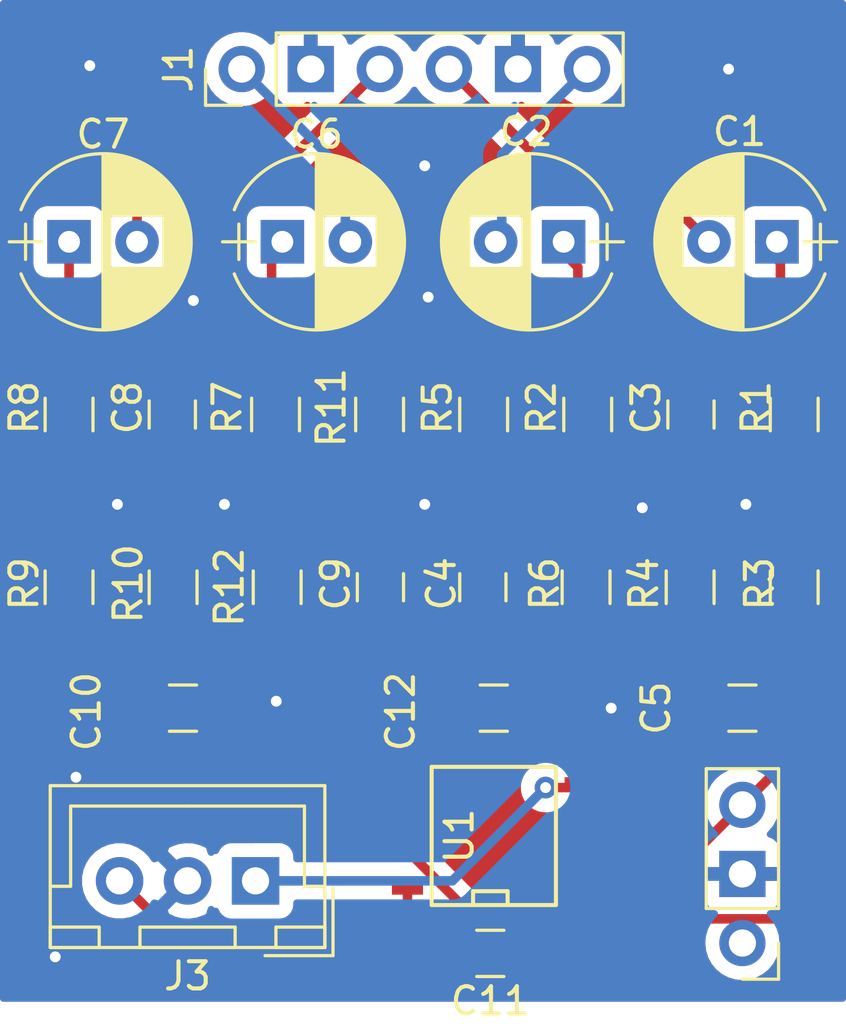
<source format=kicad_pcb>
(kicad_pcb (version 20171130) (host pcbnew "(5.1.4)-1")

  (general
    (thickness 1.6)
    (drawings 0)
    (tracks 123)
    (zones 0)
    (modules 28)
    (nets 22)
  )

  (page A4)
  (layers
    (0 F.Cu signal)
    (31 B.Cu signal)
    (32 B.Adhes user)
    (33 F.Adhes user)
    (34 B.Paste user)
    (35 F.Paste user)
    (36 B.SilkS user)
    (37 F.SilkS user)
    (38 B.Mask user)
    (39 F.Mask user)
    (40 Dwgs.User user)
    (41 Cmts.User user)
    (42 Eco1.User user)
    (43 Eco2.User user)
    (44 Edge.Cuts user)
    (45 Margin user)
    (46 B.CrtYd user)
    (47 F.CrtYd user)
    (48 B.Fab user hide)
    (49 F.Fab user hide)
  )

  (setup
    (last_trace_width 0.35)
    (trace_clearance 0.2)
    (zone_clearance 0.508)
    (zone_45_only yes)
    (trace_min 0.2)
    (via_size 0.8)
    (via_drill 0.4)
    (via_min_size 0.4)
    (via_min_drill 0.3)
    (uvia_size 0.3)
    (uvia_drill 0.1)
    (uvias_allowed no)
    (uvia_min_size 0.2)
    (uvia_min_drill 0.1)
    (edge_width 0.05)
    (segment_width 0.2)
    (pcb_text_width 0.3)
    (pcb_text_size 1.5 1.5)
    (mod_edge_width 0.12)
    (mod_text_size 1 1)
    (mod_text_width 0.15)
    (pad_size 1.75 1.75)
    (pad_drill 1.05)
    (pad_to_mask_clearance 0.051)
    (solder_mask_min_width 0.25)
    (aux_axis_origin 0 0)
    (visible_elements 7FFFFFFF)
    (pcbplotparams
      (layerselection 0x010fc_ffffffff)
      (usegerberextensions false)
      (usegerberattributes false)
      (usegerberadvancedattributes false)
      (creategerberjobfile false)
      (excludeedgelayer true)
      (linewidth 0.100000)
      (plotframeref false)
      (viasonmask false)
      (mode 1)
      (useauxorigin false)
      (hpglpennumber 1)
      (hpglpenspeed 20)
      (hpglpendiameter 15.000000)
      (psnegative false)
      (psa4output false)
      (plotreference true)
      (plotvalue true)
      (plotinvisibletext false)
      (padsonsilk false)
      (subtractmaskfromsilk false)
      (outputformat 1)
      (mirror false)
      (drillshape 1)
      (scaleselection 1)
      (outputdirectory ""))
  )

  (net 0 "")
  (net 1 "Net-(C1-Pad1)")
  (net 2 /INL-)
  (net 3 /INL+)
  (net 4 "Net-(C2-Pad1)")
  (net 5 GND)
  (net 6 "Net-(C3-Pad1)")
  (net 7 /INR-)
  (net 8 /INR+)
  (net 9 "Net-(C6-Pad1)")
  (net 10 "Net-(C3-Pad2)")
  (net 11 "Net-(C7-Pad1)")
  (net 12 "Net-(C8-Pad1)")
  (net 13 "Net-(C8-Pad2)")
  (net 14 /AmpL+)
  (net 15 /AmpL-)
  (net 16 /AmpL_out)
  (net 17 /AmpR+)
  (net 18 /AmpR-)
  (net 19 /AmpR_out)
  (net 20 +12V)
  (net 21 -12V)

  (net_class Default "This is the default net class."
    (clearance 0.2)
    (trace_width 0.35)
    (via_dia 0.8)
    (via_drill 0.4)
    (uvia_dia 0.3)
    (uvia_drill 0.1)
    (add_net +12V)
    (add_net -12V)
    (add_net /AmpL+)
    (add_net /AmpL-)
    (add_net /AmpL_out)
    (add_net /AmpR+)
    (add_net /AmpR-)
    (add_net /AmpR_out)
    (add_net /INL+)
    (add_net /INL-)
    (add_net /INR+)
    (add_net /INR-)
    (add_net GND)
    (add_net "Net-(C1-Pad1)")
    (add_net "Net-(C2-Pad1)")
    (add_net "Net-(C3-Pad1)")
    (add_net "Net-(C3-Pad2)")
    (add_net "Net-(C6-Pad1)")
    (add_net "Net-(C7-Pad1)")
    (add_net "Net-(C8-Pad1)")
    (add_net "Net-(C8-Pad2)")
  )

  (module Capacitors_SMD:C_0805_HandSoldering (layer F.Cu) (tedit 58AA84A8) (tstamp 5FF0804D)
    (at 120.904 51.562 180)
    (descr "Capacitor SMD 0805, hand soldering")
    (tags "capacitor 0805")
    (path /5FF225CA)
    (attr smd)
    (fp_text reference C11 (at 0 -1.75) (layer F.SilkS)
      (effects (font (size 1 1) (thickness 0.15)))
    )
    (fp_text value C_Small (at 0 1.75) (layer F.Fab)
      (effects (font (size 1 1) (thickness 0.15)))
    )
    (fp_text user %R (at 0 -1.75) (layer F.Fab)
      (effects (font (size 1 1) (thickness 0.15)))
    )
    (fp_line (start -1 0.62) (end -1 -0.62) (layer F.Fab) (width 0.1))
    (fp_line (start 1 0.62) (end -1 0.62) (layer F.Fab) (width 0.1))
    (fp_line (start 1 -0.62) (end 1 0.62) (layer F.Fab) (width 0.1))
    (fp_line (start -1 -0.62) (end 1 -0.62) (layer F.Fab) (width 0.1))
    (fp_line (start 0.5 -0.85) (end -0.5 -0.85) (layer F.SilkS) (width 0.12))
    (fp_line (start -0.5 0.85) (end 0.5 0.85) (layer F.SilkS) (width 0.12))
    (fp_line (start -2.25 -0.88) (end 2.25 -0.88) (layer F.CrtYd) (width 0.05))
    (fp_line (start -2.25 -0.88) (end -2.25 0.87) (layer F.CrtYd) (width 0.05))
    (fp_line (start 2.25 0.87) (end 2.25 -0.88) (layer F.CrtYd) (width 0.05))
    (fp_line (start 2.25 0.87) (end -2.25 0.87) (layer F.CrtYd) (width 0.05))
    (pad 1 smd rect (at -1.25 0 180) (size 1.5 1.25) (layers F.Cu F.Paste F.Mask)
      (net 5 GND))
    (pad 2 smd rect (at 1.25 0 180) (size 1.5 1.25) (layers F.Cu F.Paste F.Mask)
      (net 20 +12V))
    (model Capacitors_SMD.3dshapes/C_0805.wrl
      (at (xyz 0 0 0))
      (scale (xyz 1 1 1))
      (rotate (xyz 0 0 0))
    )
  )

  (module Connectors_JST:JST_XH_B03B-XH-A_03x2.50mm_Straight (layer F.Cu) (tedit 58EAE7F0) (tstamp 5FF0CD05)
    (at 112.268 48.895 180)
    (descr "JST XH series connector, B03B-XH-A, top entry type, through hole")
    (tags "connector jst xh tht top vertical 2.50mm")
    (path /5FF4676E)
    (fp_text reference J3 (at 2.5 -3.5) (layer F.SilkS)
      (effects (font (size 1 1) (thickness 0.15)))
    )
    (fp_text value Power (at 2.5 4.5) (layer F.Fab)
      (effects (font (size 1 1) (thickness 0.15)))
    )
    (fp_line (start -2.45 -2.35) (end -2.45 3.4) (layer F.Fab) (width 0.1))
    (fp_line (start -2.45 3.4) (end 7.45 3.4) (layer F.Fab) (width 0.1))
    (fp_line (start 7.45 3.4) (end 7.45 -2.35) (layer F.Fab) (width 0.1))
    (fp_line (start 7.45 -2.35) (end -2.45 -2.35) (layer F.Fab) (width 0.1))
    (fp_line (start -2.95 -2.85) (end -2.95 3.9) (layer F.CrtYd) (width 0.05))
    (fp_line (start -2.95 3.9) (end 7.95 3.9) (layer F.CrtYd) (width 0.05))
    (fp_line (start 7.95 3.9) (end 7.95 -2.85) (layer F.CrtYd) (width 0.05))
    (fp_line (start 7.95 -2.85) (end -2.95 -2.85) (layer F.CrtYd) (width 0.05))
    (fp_line (start -2.55 -2.45) (end -2.55 3.5) (layer F.SilkS) (width 0.12))
    (fp_line (start -2.55 3.5) (end 7.55 3.5) (layer F.SilkS) (width 0.12))
    (fp_line (start 7.55 3.5) (end 7.55 -2.45) (layer F.SilkS) (width 0.12))
    (fp_line (start 7.55 -2.45) (end -2.55 -2.45) (layer F.SilkS) (width 0.12))
    (fp_line (start 0.75 -2.45) (end 0.75 -1.7) (layer F.SilkS) (width 0.12))
    (fp_line (start 0.75 -1.7) (end 4.25 -1.7) (layer F.SilkS) (width 0.12))
    (fp_line (start 4.25 -1.7) (end 4.25 -2.45) (layer F.SilkS) (width 0.12))
    (fp_line (start 4.25 -2.45) (end 0.75 -2.45) (layer F.SilkS) (width 0.12))
    (fp_line (start -2.55 -2.45) (end -2.55 -1.7) (layer F.SilkS) (width 0.12))
    (fp_line (start -2.55 -1.7) (end -0.75 -1.7) (layer F.SilkS) (width 0.12))
    (fp_line (start -0.75 -1.7) (end -0.75 -2.45) (layer F.SilkS) (width 0.12))
    (fp_line (start -0.75 -2.45) (end -2.55 -2.45) (layer F.SilkS) (width 0.12))
    (fp_line (start 5.75 -2.45) (end 5.75 -1.7) (layer F.SilkS) (width 0.12))
    (fp_line (start 5.75 -1.7) (end 7.55 -1.7) (layer F.SilkS) (width 0.12))
    (fp_line (start 7.55 -1.7) (end 7.55 -2.45) (layer F.SilkS) (width 0.12))
    (fp_line (start 7.55 -2.45) (end 5.75 -2.45) (layer F.SilkS) (width 0.12))
    (fp_line (start -2.55 -0.2) (end -1.8 -0.2) (layer F.SilkS) (width 0.12))
    (fp_line (start -1.8 -0.2) (end -1.8 2.75) (layer F.SilkS) (width 0.12))
    (fp_line (start -1.8 2.75) (end 2.5 2.75) (layer F.SilkS) (width 0.12))
    (fp_line (start 7.55 -0.2) (end 6.8 -0.2) (layer F.SilkS) (width 0.12))
    (fp_line (start 6.8 -0.2) (end 6.8 2.75) (layer F.SilkS) (width 0.12))
    (fp_line (start 6.8 2.75) (end 2.5 2.75) (layer F.SilkS) (width 0.12))
    (fp_line (start -0.35 -2.75) (end -2.85 -2.75) (layer F.SilkS) (width 0.12))
    (fp_line (start -2.85 -2.75) (end -2.85 -0.25) (layer F.SilkS) (width 0.12))
    (fp_line (start -0.35 -2.75) (end -2.85 -2.75) (layer F.Fab) (width 0.1))
    (fp_line (start -2.85 -2.75) (end -2.85 -0.25) (layer F.Fab) (width 0.1))
    (fp_text user %R (at 2.5 2.5) (layer F.Fab)
      (effects (font (size 1 1) (thickness 0.15)))
    )
    (pad 1 thru_hole rect (at 0 0 180) (size 1.75 1.75) (drill 1) (layers *.Cu *.Mask)
      (net 21 -12V))
    (pad 2 thru_hole circle (at 2.5 0 180) (size 1.75 1.75) (drill 1) (layers *.Cu *.Mask)
      (net 5 GND))
    (pad 3 thru_hole circle (at 5 0 180) (size 1.75 1.75) (drill 1) (layers *.Cu *.Mask)
      (net 20 +12V))
    (model Connectors_JST.3dshapes/JST_XH_B03B-XH-A_03x2.50mm_Straight.wrl
      (at (xyz 0 0 0))
      (scale (xyz 1 1 1))
      (rotate (xyz 0 0 0))
    )
  )

  (module Capacitors_SMD:C_0805_HandSoldering (layer F.Cu) (tedit 58AA84A8) (tstamp 5FF0D103)
    (at 109.601 42.545 180)
    (descr "Capacitor SMD 0805, hand soldering")
    (tags "capacitor 0805")
    (path /5FEA1967)
    (attr smd)
    (fp_text reference C10 (at 3.556 -0.127 90) (layer F.SilkS)
      (effects (font (size 1 1) (thickness 0.15)))
    )
    (fp_text value 220pf (at 0 1.75) (layer F.Fab)
      (effects (font (size 1 1) (thickness 0.15)))
    )
    (fp_text user %R (at 0 -1.75) (layer F.Fab)
      (effects (font (size 1 1) (thickness 0.15)))
    )
    (fp_line (start -1 0.62) (end -1 -0.62) (layer F.Fab) (width 0.1))
    (fp_line (start 1 0.62) (end -1 0.62) (layer F.Fab) (width 0.1))
    (fp_line (start 1 -0.62) (end 1 0.62) (layer F.Fab) (width 0.1))
    (fp_line (start -1 -0.62) (end 1 -0.62) (layer F.Fab) (width 0.1))
    (fp_line (start 0.5 -0.85) (end -0.5 -0.85) (layer F.SilkS) (width 0.12))
    (fp_line (start -0.5 0.85) (end 0.5 0.85) (layer F.SilkS) (width 0.12))
    (fp_line (start -2.25 -0.88) (end 2.25 -0.88) (layer F.CrtYd) (width 0.05))
    (fp_line (start -2.25 -0.88) (end -2.25 0.87) (layer F.CrtYd) (width 0.05))
    (fp_line (start 2.25 0.87) (end 2.25 -0.88) (layer F.CrtYd) (width 0.05))
    (fp_line (start 2.25 0.87) (end -2.25 0.87) (layer F.CrtYd) (width 0.05))
    (pad 1 smd rect (at -1.25 0 180) (size 1.5 1.25) (layers F.Cu F.Paste F.Mask)
      (net 18 /AmpR-))
    (pad 2 smd rect (at 1.25 0 180) (size 1.5 1.25) (layers F.Cu F.Paste F.Mask)
      (net 19 /AmpR_out))
    (model Capacitors_SMD.3dshapes/C_0805.wrl
      (at (xyz 0 0 0))
      (scale (xyz 1 1 1))
      (rotate (xyz 0 0 0))
    )
  )

  (module Capacitors_SMD:C_0805_HandSoldering (layer F.Cu) (tedit 58AA84A8) (tstamp 5FF0C9FD)
    (at 130.175 42.545)
    (descr "Capacitor SMD 0805, hand soldering")
    (tags "capacitor 0805")
    (path /5FE43F90)
    (attr smd)
    (fp_text reference C5 (at -3.175 0 90) (layer F.SilkS)
      (effects (font (size 1 1) (thickness 0.15)))
    )
    (fp_text value 220pf (at 0 1.75) (layer F.Fab)
      (effects (font (size 1 1) (thickness 0.15)))
    )
    (fp_text user %R (at 0 -1.75) (layer F.Fab)
      (effects (font (size 1 1) (thickness 0.15)))
    )
    (fp_line (start -1 0.62) (end -1 -0.62) (layer F.Fab) (width 0.1))
    (fp_line (start 1 0.62) (end -1 0.62) (layer F.Fab) (width 0.1))
    (fp_line (start 1 -0.62) (end 1 0.62) (layer F.Fab) (width 0.1))
    (fp_line (start -1 -0.62) (end 1 -0.62) (layer F.Fab) (width 0.1))
    (fp_line (start 0.5 -0.85) (end -0.5 -0.85) (layer F.SilkS) (width 0.12))
    (fp_line (start -0.5 0.85) (end 0.5 0.85) (layer F.SilkS) (width 0.12))
    (fp_line (start -2.25 -0.88) (end 2.25 -0.88) (layer F.CrtYd) (width 0.05))
    (fp_line (start -2.25 -0.88) (end -2.25 0.87) (layer F.CrtYd) (width 0.05))
    (fp_line (start 2.25 0.87) (end 2.25 -0.88) (layer F.CrtYd) (width 0.05))
    (fp_line (start 2.25 0.87) (end -2.25 0.87) (layer F.CrtYd) (width 0.05))
    (pad 1 smd rect (at -1.25 0) (size 1.5 1.25) (layers F.Cu F.Paste F.Mask)
      (net 15 /AmpL-))
    (pad 2 smd rect (at 1.25 0) (size 1.5 1.25) (layers F.Cu F.Paste F.Mask)
      (net 16 /AmpL_out))
    (model Capacitors_SMD.3dshapes/C_0805.wrl
      (at (xyz 0 0 0))
      (scale (xyz 1 1 1))
      (rotate (xyz 0 0 0))
    )
  )

  (module SMD_Packages:SOIC-8-N (layer F.Cu) (tedit 0) (tstamp 5FF08271)
    (at 121.031 47.244 90)
    (descr "Module Narrow CMS SOJ 8 pins large")
    (tags "CMS SOJ")
    (path /5FF0E6FF)
    (attr smd)
    (fp_text reference U1 (at 0 -1.27 90) (layer F.SilkS)
      (effects (font (size 1 1) (thickness 0.15)))
    )
    (fp_text value OPA2134 (at 0 1.27 90) (layer F.Fab)
      (effects (font (size 1 1) (thickness 0.15)))
    )
    (fp_line (start -2.54 -2.286) (end 2.54 -2.286) (layer F.SilkS) (width 0.15))
    (fp_line (start 2.54 -2.286) (end 2.54 2.286) (layer F.SilkS) (width 0.15))
    (fp_line (start 2.54 2.286) (end -2.54 2.286) (layer F.SilkS) (width 0.15))
    (fp_line (start -2.54 2.286) (end -2.54 -2.286) (layer F.SilkS) (width 0.15))
    (fp_line (start -2.54 -0.762) (end -2.032 -0.762) (layer F.SilkS) (width 0.15))
    (fp_line (start -2.032 -0.762) (end -2.032 0.508) (layer F.SilkS) (width 0.15))
    (fp_line (start -2.032 0.508) (end -2.54 0.508) (layer F.SilkS) (width 0.15))
    (pad 8 smd rect (at -1.905 -3.175 90) (size 0.508 1.143) (layers F.Cu F.Paste F.Mask)
      (net 20 +12V))
    (pad 7 smd rect (at -0.635 -3.175 90) (size 0.508 1.143) (layers F.Cu F.Paste F.Mask)
      (net 19 /AmpR_out))
    (pad 6 smd rect (at 0.635 -3.175 90) (size 0.508 1.143) (layers F.Cu F.Paste F.Mask)
      (net 18 /AmpR-))
    (pad 5 smd rect (at 1.905 -3.175 90) (size 0.508 1.143) (layers F.Cu F.Paste F.Mask)
      (net 17 /AmpR+))
    (pad 4 smd rect (at 1.905 3.175 90) (size 0.508 1.143) (layers F.Cu F.Paste F.Mask)
      (net 21 -12V))
    (pad 3 smd rect (at 0.635 3.175 90) (size 0.508 1.143) (layers F.Cu F.Paste F.Mask)
      (net 14 /AmpL+))
    (pad 2 smd rect (at -0.635 3.175 90) (size 0.508 1.143) (layers F.Cu F.Paste F.Mask)
      (net 15 /AmpL-))
    (pad 1 smd rect (at -1.905 3.175 90) (size 0.508 1.143) (layers F.Cu F.Paste F.Mask)
      (net 16 /AmpL_out))
    (model SMD_Packages.3dshapes/SOIC-8-N.wrl
      (at (xyz 0 0 0))
      (scale (xyz 0.5 0.38 0.5))
      (rotate (xyz 0 0 0))
    )
  )

  (module Capacitors_SMD:C_0805_HandSoldering (layer F.Cu) (tedit 58AA84A8) (tstamp 5FF08050)
    (at 121.031 42.545)
    (descr "Capacitor SMD 0805, hand soldering")
    (tags "capacitor 0805")
    (path /5FF2294B)
    (attr smd)
    (fp_text reference C12 (at -3.429 0.127 90) (layer F.SilkS)
      (effects (font (size 1 1) (thickness 0.15)))
    )
    (fp_text value C_Small (at 0 1.75) (layer F.Fab)
      (effects (font (size 1 1) (thickness 0.15)))
    )
    (fp_text user %R (at 0 -1.75) (layer F.Fab)
      (effects (font (size 1 1) (thickness 0.15)))
    )
    (fp_line (start -1 0.62) (end -1 -0.62) (layer F.Fab) (width 0.1))
    (fp_line (start 1 0.62) (end -1 0.62) (layer F.Fab) (width 0.1))
    (fp_line (start 1 -0.62) (end 1 0.62) (layer F.Fab) (width 0.1))
    (fp_line (start -1 -0.62) (end 1 -0.62) (layer F.Fab) (width 0.1))
    (fp_line (start 0.5 -0.85) (end -0.5 -0.85) (layer F.SilkS) (width 0.12))
    (fp_line (start -0.5 0.85) (end 0.5 0.85) (layer F.SilkS) (width 0.12))
    (fp_line (start -2.25 -0.88) (end 2.25 -0.88) (layer F.CrtYd) (width 0.05))
    (fp_line (start -2.25 -0.88) (end -2.25 0.87) (layer F.CrtYd) (width 0.05))
    (fp_line (start 2.25 0.87) (end 2.25 -0.88) (layer F.CrtYd) (width 0.05))
    (fp_line (start 2.25 0.87) (end -2.25 0.87) (layer F.CrtYd) (width 0.05))
    (pad 1 smd rect (at -1.25 0) (size 1.5 1.25) (layers F.Cu F.Paste F.Mask)
      (net 5 GND))
    (pad 2 smd rect (at 1.25 0) (size 1.5 1.25) (layers F.Cu F.Paste F.Mask)
      (net 21 -12V))
    (model Capacitors_SMD.3dshapes/C_0805.wrl
      (at (xyz 0 0 0))
      (scale (xyz 1 1 1))
      (rotate (xyz 0 0 0))
    )
  )

  (module Resistors_SMD:R_0805_HandSoldering (layer F.Cu) (tedit 58E0A804) (tstamp 5FE398BD)
    (at 128.252852 38.1 90)
    (descr "Resistor SMD 0805, hand soldering")
    (tags "resistor 0805")
    (path /5FE44A4E)
    (attr smd)
    (fp_text reference R4 (at 0.127 -1.7 90) (layer F.SilkS)
      (effects (font (size 1 1) (thickness 0.15)))
    )
    (fp_text value 22k (at 0 1.75 90) (layer F.Fab)
      (effects (font (size 1 1) (thickness 0.15)))
    )
    (fp_text user %R (at 0 0 90) (layer F.Fab)
      (effects (font (size 0.5 0.5) (thickness 0.075)))
    )
    (fp_line (start -1 0.62) (end -1 -0.62) (layer F.Fab) (width 0.1))
    (fp_line (start 1 0.62) (end -1 0.62) (layer F.Fab) (width 0.1))
    (fp_line (start 1 -0.62) (end 1 0.62) (layer F.Fab) (width 0.1))
    (fp_line (start -1 -0.62) (end 1 -0.62) (layer F.Fab) (width 0.1))
    (fp_line (start 0.6 0.88) (end -0.6 0.88) (layer F.SilkS) (width 0.12))
    (fp_line (start -0.6 -0.88) (end 0.6 -0.88) (layer F.SilkS) (width 0.12))
    (fp_line (start -2.35 -0.9) (end 2.35 -0.9) (layer F.CrtYd) (width 0.05))
    (fp_line (start -2.35 -0.9) (end -2.35 0.9) (layer F.CrtYd) (width 0.05))
    (fp_line (start 2.35 0.9) (end 2.35 -0.9) (layer F.CrtYd) (width 0.05))
    (fp_line (start 2.35 0.9) (end -2.35 0.9) (layer F.CrtYd) (width 0.05))
    (pad 1 smd rect (at -1.35 0 90) (size 1.5 1.3) (layers F.Cu F.Paste F.Mask)
      (net 15 /AmpL-))
    (pad 2 smd rect (at 1.35 0 90) (size 1.5 1.3) (layers F.Cu F.Paste F.Mask)
      (net 6 "Net-(C3-Pad1)"))
    (model ${KISYS3DMOD}/Resistors_SMD.3dshapes/R_0805.wrl
      (at (xyz 0 0 0))
      (scale (xyz 1 1 1))
      (rotate (xyz 0 0 0))
    )
  )

  (module Resistors_SMD:R_0805_HandSoldering (layer F.Cu) (tedit 58E0A804) (tstamp 5FE3D0EA)
    (at 124.42571 38.1 90)
    (descr "Resistor SMD 0805, hand soldering")
    (tags "resistor 0805")
    (path /5FD75DDA)
    (attr smd)
    (fp_text reference R6 (at 0.127 -1.524 90) (layer F.SilkS)
      (effects (font (size 1 1) (thickness 0.15)))
    )
    (fp_text value 22k (at 0 1.75 90) (layer F.Fab)
      (effects (font (size 1 1) (thickness 0.15)))
    )
    (fp_text user %R (at 0 0 90) (layer F.Fab)
      (effects (font (size 0.5 0.5) (thickness 0.075)))
    )
    (fp_line (start -1 0.62) (end -1 -0.62) (layer F.Fab) (width 0.1))
    (fp_line (start 1 0.62) (end -1 0.62) (layer F.Fab) (width 0.1))
    (fp_line (start 1 -0.62) (end 1 0.62) (layer F.Fab) (width 0.1))
    (fp_line (start -1 -0.62) (end 1 -0.62) (layer F.Fab) (width 0.1))
    (fp_line (start 0.6 0.88) (end -0.6 0.88) (layer F.SilkS) (width 0.12))
    (fp_line (start -0.6 -0.88) (end 0.6 -0.88) (layer F.SilkS) (width 0.12))
    (fp_line (start -2.35 -0.9) (end 2.35 -0.9) (layer F.CrtYd) (width 0.05))
    (fp_line (start -2.35 -0.9) (end -2.35 0.9) (layer F.CrtYd) (width 0.05))
    (fp_line (start 2.35 0.9) (end 2.35 -0.9) (layer F.CrtYd) (width 0.05))
    (fp_line (start 2.35 0.9) (end -2.35 0.9) (layer F.CrtYd) (width 0.05))
    (pad 1 smd rect (at -1.35 0 90) (size 1.5 1.3) (layers F.Cu F.Paste F.Mask)
      (net 5 GND))
    (pad 2 smd rect (at 1.35 0 90) (size 1.5 1.3) (layers F.Cu F.Paste F.Mask)
      (net 10 "Net-(C3-Pad2)"))
    (model ${KISYS3DMOD}/Resistors_SMD.3dshapes/R_0805.wrl
      (at (xyz 0 0 0))
      (scale (xyz 1 1 1))
      (rotate (xyz 0 0 0))
    )
  )

  (module Resistors_SMD:R_0805_HandSoldering (layer F.Cu) (tedit 58E0A804) (tstamp 5FE3D0A7)
    (at 132.08 38.1 270)
    (descr "Resistor SMD 0805, hand soldering")
    (tags "resistor 0805")
    (path /5FD768CB)
    (attr smd)
    (fp_text reference R3 (at -0.127 1.27 90) (layer F.SilkS)
      (effects (font (size 1 1) (thickness 0.15)))
    )
    (fp_text value 22k (at 0 1.75 90) (layer F.Fab)
      (effects (font (size 1 1) (thickness 0.15)))
    )
    (fp_text user %R (at 0 0 90) (layer F.Fab)
      (effects (font (size 0.5 0.5) (thickness 0.075)))
    )
    (fp_line (start -1 0.62) (end -1 -0.62) (layer F.Fab) (width 0.1))
    (fp_line (start 1 0.62) (end -1 0.62) (layer F.Fab) (width 0.1))
    (fp_line (start 1 -0.62) (end 1 0.62) (layer F.Fab) (width 0.1))
    (fp_line (start -1 -0.62) (end 1 -0.62) (layer F.Fab) (width 0.1))
    (fp_line (start 0.6 0.88) (end -0.6 0.88) (layer F.SilkS) (width 0.12))
    (fp_line (start -0.6 -0.88) (end 0.6 -0.88) (layer F.SilkS) (width 0.12))
    (fp_line (start -2.35 -0.9) (end 2.35 -0.9) (layer F.CrtYd) (width 0.05))
    (fp_line (start -2.35 -0.9) (end -2.35 0.9) (layer F.CrtYd) (width 0.05))
    (fp_line (start 2.35 0.9) (end 2.35 -0.9) (layer F.CrtYd) (width 0.05))
    (fp_line (start 2.35 0.9) (end -2.35 0.9) (layer F.CrtYd) (width 0.05))
    (pad 1 smd rect (at -1.35 0 270) (size 1.5 1.3) (layers F.Cu F.Paste F.Mask)
      (net 6 "Net-(C3-Pad1)"))
    (pad 2 smd rect (at 1.35 0 270) (size 1.5 1.3) (layers F.Cu F.Paste F.Mask)
      (net 16 /AmpL_out))
    (model ${KISYS3DMOD}/Resistors_SMD.3dshapes/R_0805.wrl
      (at (xyz 0 0 0))
      (scale (xyz 1 1 1))
      (rotate (xyz 0 0 0))
    )
  )

  (module Resistors_SMD:R_0805_HandSoldering (layer F.Cu) (tedit 58E0A804) (tstamp 5FE3D0A4)
    (at 124.48571 31.75 90)
    (descr "Resistor SMD 0805, hand soldering")
    (tags "resistor 0805")
    (path /5FD7593A)
    (attr smd)
    (fp_text reference R2 (at 0.254 -1.7 90) (layer F.SilkS)
      (effects (font (size 1 1) (thickness 0.15)))
    )
    (fp_text value 22k (at 0 1.75 90) (layer F.Fab)
      (effects (font (size 1 1) (thickness 0.15)))
    )
    (fp_text user %R (at 0 0 90) (layer F.Fab)
      (effects (font (size 0.5 0.5) (thickness 0.075)))
    )
    (fp_line (start -1 0.62) (end -1 -0.62) (layer F.Fab) (width 0.1))
    (fp_line (start 1 0.62) (end -1 0.62) (layer F.Fab) (width 0.1))
    (fp_line (start 1 -0.62) (end 1 0.62) (layer F.Fab) (width 0.1))
    (fp_line (start -1 -0.62) (end 1 -0.62) (layer F.Fab) (width 0.1))
    (fp_line (start 0.6 0.88) (end -0.6 0.88) (layer F.SilkS) (width 0.12))
    (fp_line (start -0.6 -0.88) (end 0.6 -0.88) (layer F.SilkS) (width 0.12))
    (fp_line (start -2.35 -0.9) (end 2.35 -0.9) (layer F.CrtYd) (width 0.05))
    (fp_line (start -2.35 -0.9) (end -2.35 0.9) (layer F.CrtYd) (width 0.05))
    (fp_line (start 2.35 0.9) (end 2.35 -0.9) (layer F.CrtYd) (width 0.05))
    (fp_line (start 2.35 0.9) (end -2.35 0.9) (layer F.CrtYd) (width 0.05))
    (pad 1 smd rect (at -1.35 0 90) (size 1.5 1.3) (layers F.Cu F.Paste F.Mask)
      (net 10 "Net-(C3-Pad2)"))
    (pad 2 smd rect (at 1.35 0 90) (size 1.5 1.3) (layers F.Cu F.Paste F.Mask)
      (net 4 "Net-(C2-Pad1)"))
    (model ${KISYS3DMOD}/Resistors_SMD.3dshapes/R_0805.wrl
      (at (xyz 0 0 0))
      (scale (xyz 1 1 1))
      (rotate (xyz 0 0 0))
    )
  )

  (module Resistors_SMD:R_0805_HandSoldering (layer F.Cu) (tedit 58E0A804) (tstamp 5FE398F2)
    (at 113.064284 38.1 90)
    (descr "Resistor SMD 0805, hand soldering")
    (tags "resistor 0805")
    (path /5FE9136E)
    (attr smd)
    (fp_text reference R12 (at 0 -1.757856 270) (layer F.SilkS)
      (effects (font (size 1 1) (thickness 0.15)))
    )
    (fp_text value 22k (at 0 1.75 90) (layer F.Fab)
      (effects (font (size 1 1) (thickness 0.15)))
    )
    (fp_text user %R (at 0 0 90) (layer F.Fab)
      (effects (font (size 0.5 0.5) (thickness 0.075)))
    )
    (fp_line (start -1 0.62) (end -1 -0.62) (layer F.Fab) (width 0.1))
    (fp_line (start 1 0.62) (end -1 0.62) (layer F.Fab) (width 0.1))
    (fp_line (start 1 -0.62) (end 1 0.62) (layer F.Fab) (width 0.1))
    (fp_line (start -1 -0.62) (end 1 -0.62) (layer F.Fab) (width 0.1))
    (fp_line (start 0.6 0.88) (end -0.6 0.88) (layer F.SilkS) (width 0.12))
    (fp_line (start -0.6 -0.88) (end 0.6 -0.88) (layer F.SilkS) (width 0.12))
    (fp_line (start -2.35 -0.9) (end 2.35 -0.9) (layer F.CrtYd) (width 0.05))
    (fp_line (start -2.35 -0.9) (end -2.35 0.9) (layer F.CrtYd) (width 0.05))
    (fp_line (start 2.35 0.9) (end 2.35 -0.9) (layer F.CrtYd) (width 0.05))
    (fp_line (start 2.35 0.9) (end -2.35 0.9) (layer F.CrtYd) (width 0.05))
    (pad 1 smd rect (at -1.35 0 90) (size 1.5 1.3) (layers F.Cu F.Paste F.Mask)
      (net 5 GND))
    (pad 2 smd rect (at 1.35 0 90) (size 1.5 1.3) (layers F.Cu F.Paste F.Mask)
      (net 13 "Net-(C8-Pad2)"))
    (model ${KISYS3DMOD}/Resistors_SMD.3dshapes/R_0805.wrl
      (at (xyz 0 0 0))
      (scale (xyz 1 1 1))
      (rotate (xyz 0 0 0))
    )
  )

  (module Resistors_SMD:R_0805_HandSoldering (layer F.Cu) (tedit 58E0A804) (tstamp 5FE398EF)
    (at 116.831426 31.75 270)
    (descr "Resistor SMD 0805, hand soldering")
    (tags "resistor 0805")
    (path /5FE91359)
    (attr smd)
    (fp_text reference R11 (at -0.254001 1.778 90) (layer F.SilkS)
      (effects (font (size 1 1) (thickness 0.15)))
    )
    (fp_text value 22k (at 0 1.75 90) (layer F.Fab)
      (effects (font (size 1 1) (thickness 0.15)))
    )
    (fp_text user %R (at 0 0 90) (layer F.Fab)
      (effects (font (size 0.5 0.5) (thickness 0.075)))
    )
    (fp_line (start -1 0.62) (end -1 -0.62) (layer F.Fab) (width 0.1))
    (fp_line (start 1 0.62) (end -1 0.62) (layer F.Fab) (width 0.1))
    (fp_line (start 1 -0.62) (end 1 0.62) (layer F.Fab) (width 0.1))
    (fp_line (start -1 -0.62) (end 1 -0.62) (layer F.Fab) (width 0.1))
    (fp_line (start 0.6 0.88) (end -0.6 0.88) (layer F.SilkS) (width 0.12))
    (fp_line (start -0.6 -0.88) (end 0.6 -0.88) (layer F.SilkS) (width 0.12))
    (fp_line (start -2.35 -0.9) (end 2.35 -0.9) (layer F.CrtYd) (width 0.05))
    (fp_line (start -2.35 -0.9) (end -2.35 0.9) (layer F.CrtYd) (width 0.05))
    (fp_line (start 2.35 0.9) (end 2.35 -0.9) (layer F.CrtYd) (width 0.05))
    (fp_line (start 2.35 0.9) (end -2.35 0.9) (layer F.CrtYd) (width 0.05))
    (pad 1 smd rect (at -1.35 0 270) (size 1.5 1.3) (layers F.Cu F.Paste F.Mask)
      (net 13 "Net-(C8-Pad2)"))
    (pad 2 smd rect (at 1.35 0 270) (size 1.5 1.3) (layers F.Cu F.Paste F.Mask)
      (net 17 /AmpR+))
    (model ${KISYS3DMOD}/Resistors_SMD.3dshapes/R_0805.wrl
      (at (xyz 0 0 0))
      (scale (xyz 1 1 1))
      (rotate (xyz 0 0 0))
    )
  )

  (module Resistors_SMD:R_0805_HandSoldering (layer F.Cu) (tedit 58E0A804) (tstamp 5FE398EC)
    (at 109.237142 38.1 270)
    (descr "Resistor SMD 0805, hand soldering")
    (tags "resistor 0805")
    (path /5FE9134F)
    (attr smd)
    (fp_text reference R10 (at -0.127001 1.651 90) (layer F.SilkS)
      (effects (font (size 1 1) (thickness 0.15)))
    )
    (fp_text value 22k (at 0 1.75 90) (layer F.Fab)
      (effects (font (size 1 1) (thickness 0.15)))
    )
    (fp_text user %R (at 0 0 90) (layer F.Fab)
      (effects (font (size 0.5 0.5) (thickness 0.075)))
    )
    (fp_line (start -1 0.62) (end -1 -0.62) (layer F.Fab) (width 0.1))
    (fp_line (start 1 0.62) (end -1 0.62) (layer F.Fab) (width 0.1))
    (fp_line (start 1 -0.62) (end 1 0.62) (layer F.Fab) (width 0.1))
    (fp_line (start -1 -0.62) (end 1 -0.62) (layer F.Fab) (width 0.1))
    (fp_line (start 0.6 0.88) (end -0.6 0.88) (layer F.SilkS) (width 0.12))
    (fp_line (start -0.6 -0.88) (end 0.6 -0.88) (layer F.SilkS) (width 0.12))
    (fp_line (start -2.35 -0.9) (end 2.35 -0.9) (layer F.CrtYd) (width 0.05))
    (fp_line (start -2.35 -0.9) (end -2.35 0.9) (layer F.CrtYd) (width 0.05))
    (fp_line (start 2.35 0.9) (end 2.35 -0.9) (layer F.CrtYd) (width 0.05))
    (fp_line (start 2.35 0.9) (end -2.35 0.9) (layer F.CrtYd) (width 0.05))
    (pad 1 smd rect (at -1.35 0 270) (size 1.5 1.3) (layers F.Cu F.Paste F.Mask)
      (net 12 "Net-(C8-Pad1)"))
    (pad 2 smd rect (at 1.35 0 270) (size 1.5 1.3) (layers F.Cu F.Paste F.Mask)
      (net 18 /AmpR-))
    (model ${KISYS3DMOD}/Resistors_SMD.3dshapes/R_0805.wrl
      (at (xyz 0 0 0))
      (scale (xyz 1 1 1))
      (rotate (xyz 0 0 0))
    )
  )

  (module Resistors_SMD:R_0805_HandSoldering (layer F.Cu) (tedit 58E0A804) (tstamp 5FE398E9)
    (at 105.41 38.1 270)
    (descr "Resistor SMD 0805, hand soldering")
    (tags "resistor 0805")
    (path /5FE91340)
    (attr smd)
    (fp_text reference R9 (at -0.127 1.651 90) (layer F.SilkS)
      (effects (font (size 1 1) (thickness 0.15)))
    )
    (fp_text value 5k6 (at 0 1.75 90) (layer F.Fab)
      (effects (font (size 1 1) (thickness 0.15)))
    )
    (fp_text user %R (at 0 0 90) (layer F.Fab)
      (effects (font (size 0.5 0.5) (thickness 0.075)))
    )
    (fp_line (start -1 0.62) (end -1 -0.62) (layer F.Fab) (width 0.1))
    (fp_line (start 1 0.62) (end -1 0.62) (layer F.Fab) (width 0.1))
    (fp_line (start 1 -0.62) (end 1 0.62) (layer F.Fab) (width 0.1))
    (fp_line (start -1 -0.62) (end 1 -0.62) (layer F.Fab) (width 0.1))
    (fp_line (start 0.6 0.88) (end -0.6 0.88) (layer F.SilkS) (width 0.12))
    (fp_line (start -0.6 -0.88) (end 0.6 -0.88) (layer F.SilkS) (width 0.12))
    (fp_line (start -2.35 -0.9) (end 2.35 -0.9) (layer F.CrtYd) (width 0.05))
    (fp_line (start -2.35 -0.9) (end -2.35 0.9) (layer F.CrtYd) (width 0.05))
    (fp_line (start 2.35 0.9) (end 2.35 -0.9) (layer F.CrtYd) (width 0.05))
    (fp_line (start 2.35 0.9) (end -2.35 0.9) (layer F.CrtYd) (width 0.05))
    (pad 1 smd rect (at -1.35 0 270) (size 1.5 1.3) (layers F.Cu F.Paste F.Mask)
      (net 12 "Net-(C8-Pad1)"))
    (pad 2 smd rect (at 1.35 0 270) (size 1.5 1.3) (layers F.Cu F.Paste F.Mask)
      (net 19 /AmpR_out))
    (model ${KISYS3DMOD}/Resistors_SMD.3dshapes/R_0805.wrl
      (at (xyz 0 0 0))
      (scale (xyz 1 1 1))
      (rotate (xyz 0 0 0))
    )
  )

  (module Resistors_SMD:R_0805_HandSoldering (layer F.Cu) (tedit 58E0A804) (tstamp 5FE398E6)
    (at 105.41 31.75 90)
    (descr "Resistor SMD 0805, hand soldering")
    (tags "resistor 0805")
    (path /5FE91334)
    (attr smd)
    (fp_text reference R8 (at 0.254 -1.651 90) (layer F.SilkS)
      (effects (font (size 1 1) (thickness 0.15)))
    )
    (fp_text value 22k (at 0 1.75 90) (layer F.Fab)
      (effects (font (size 1 1) (thickness 0.15)))
    )
    (fp_text user %R (at 0 0 90) (layer F.Fab)
      (effects (font (size 0.5 0.5) (thickness 0.075)))
    )
    (fp_line (start -1 0.62) (end -1 -0.62) (layer F.Fab) (width 0.1))
    (fp_line (start 1 0.62) (end -1 0.62) (layer F.Fab) (width 0.1))
    (fp_line (start 1 -0.62) (end 1 0.62) (layer F.Fab) (width 0.1))
    (fp_line (start -1 -0.62) (end 1 -0.62) (layer F.Fab) (width 0.1))
    (fp_line (start 0.6 0.88) (end -0.6 0.88) (layer F.SilkS) (width 0.12))
    (fp_line (start -0.6 -0.88) (end 0.6 -0.88) (layer F.SilkS) (width 0.12))
    (fp_line (start -2.35 -0.9) (end 2.35 -0.9) (layer F.CrtYd) (width 0.05))
    (fp_line (start -2.35 -0.9) (end -2.35 0.9) (layer F.CrtYd) (width 0.05))
    (fp_line (start 2.35 0.9) (end 2.35 -0.9) (layer F.CrtYd) (width 0.05))
    (fp_line (start 2.35 0.9) (end -2.35 0.9) (layer F.CrtYd) (width 0.05))
    (pad 1 smd rect (at -1.35 0 90) (size 1.5 1.3) (layers F.Cu F.Paste F.Mask)
      (net 12 "Net-(C8-Pad1)"))
    (pad 2 smd rect (at 1.35 0 90) (size 1.5 1.3) (layers F.Cu F.Paste F.Mask)
      (net 11 "Net-(C7-Pad1)"))
    (model ${KISYS3DMOD}/Resistors_SMD.3dshapes/R_0805.wrl
      (at (xyz 0 0 0))
      (scale (xyz 1 1 1))
      (rotate (xyz 0 0 0))
    )
  )

  (module Resistors_SMD:R_0805_HandSoldering (layer F.Cu) (tedit 58E0A804) (tstamp 5FE398E3)
    (at 113.004284 31.75 90)
    (descr "Resistor SMD 0805, hand soldering")
    (tags "resistor 0805")
    (path /5FE9133A)
    (attr smd)
    (fp_text reference R7 (at 0.254 -1.778 90) (layer F.SilkS)
      (effects (font (size 1 1) (thickness 0.15)))
    )
    (fp_text value 22k (at 0 1.75 90) (layer F.Fab)
      (effects (font (size 1 1) (thickness 0.15)))
    )
    (fp_text user %R (at 0 0 90) (layer F.Fab)
      (effects (font (size 0.5 0.5) (thickness 0.075)))
    )
    (fp_line (start -1 0.62) (end -1 -0.62) (layer F.Fab) (width 0.1))
    (fp_line (start 1 0.62) (end -1 0.62) (layer F.Fab) (width 0.1))
    (fp_line (start 1 -0.62) (end 1 0.62) (layer F.Fab) (width 0.1))
    (fp_line (start -1 -0.62) (end 1 -0.62) (layer F.Fab) (width 0.1))
    (fp_line (start 0.6 0.88) (end -0.6 0.88) (layer F.SilkS) (width 0.12))
    (fp_line (start -0.6 -0.88) (end 0.6 -0.88) (layer F.SilkS) (width 0.12))
    (fp_line (start -2.35 -0.9) (end 2.35 -0.9) (layer F.CrtYd) (width 0.05))
    (fp_line (start -2.35 -0.9) (end -2.35 0.9) (layer F.CrtYd) (width 0.05))
    (fp_line (start 2.35 0.9) (end 2.35 -0.9) (layer F.CrtYd) (width 0.05))
    (fp_line (start 2.35 0.9) (end -2.35 0.9) (layer F.CrtYd) (width 0.05))
    (pad 1 smd rect (at -1.35 0 90) (size 1.5 1.3) (layers F.Cu F.Paste F.Mask)
      (net 13 "Net-(C8-Pad2)"))
    (pad 2 smd rect (at 1.35 0 90) (size 1.5 1.3) (layers F.Cu F.Paste F.Mask)
      (net 9 "Net-(C6-Pad1)"))
    (model ${KISYS3DMOD}/Resistors_SMD.3dshapes/R_0805.wrl
      (at (xyz 0 0 0))
      (scale (xyz 1 1 1))
      (rotate (xyz 0 0 0))
    )
  )

  (module Resistors_SMD:R_0805_HandSoldering (layer F.Cu) (tedit 58E0A804) (tstamp 5FE398C0)
    (at 120.658568 31.75 90)
    (descr "Resistor SMD 0805, hand soldering")
    (tags "resistor 0805")
    (path /5FE4CD2F)
    (attr smd)
    (fp_text reference R5 (at 0.254 -1.7 90) (layer F.SilkS)
      (effects (font (size 1 1) (thickness 0.15)))
    )
    (fp_text value 22k (at 0 1.75 90) (layer F.Fab)
      (effects (font (size 1 1) (thickness 0.15)))
    )
    (fp_text user %R (at 0 0 90) (layer F.Fab)
      (effects (font (size 0.5 0.5) (thickness 0.075)))
    )
    (fp_line (start -1 0.62) (end -1 -0.62) (layer F.Fab) (width 0.1))
    (fp_line (start 1 0.62) (end -1 0.62) (layer F.Fab) (width 0.1))
    (fp_line (start 1 -0.62) (end 1 0.62) (layer F.Fab) (width 0.1))
    (fp_line (start -1 -0.62) (end 1 -0.62) (layer F.Fab) (width 0.1))
    (fp_line (start 0.6 0.88) (end -0.6 0.88) (layer F.SilkS) (width 0.12))
    (fp_line (start -0.6 -0.88) (end 0.6 -0.88) (layer F.SilkS) (width 0.12))
    (fp_line (start -2.35 -0.9) (end 2.35 -0.9) (layer F.CrtYd) (width 0.05))
    (fp_line (start -2.35 -0.9) (end -2.35 0.9) (layer F.CrtYd) (width 0.05))
    (fp_line (start 2.35 0.9) (end 2.35 -0.9) (layer F.CrtYd) (width 0.05))
    (fp_line (start 2.35 0.9) (end -2.35 0.9) (layer F.CrtYd) (width 0.05))
    (pad 1 smd rect (at -1.35 0 90) (size 1.5 1.3) (layers F.Cu F.Paste F.Mask)
      (net 14 /AmpL+))
    (pad 2 smd rect (at 1.35 0 90) (size 1.5 1.3) (layers F.Cu F.Paste F.Mask)
      (net 10 "Net-(C3-Pad2)"))
    (model ${KISYS3DMOD}/Resistors_SMD.3dshapes/R_0805.wrl
      (at (xyz 0 0 0))
      (scale (xyz 1 1 1))
      (rotate (xyz 0 0 0))
    )
  )

  (module Capacitors_SMD:C_0805_HandSoldering (layer F.Cu) (tedit 58AA84A8) (tstamp 5FE39726)
    (at 116.861426 38.1 270)
    (descr "Capacitor SMD 0805, hand soldering")
    (tags "capacitor 0805")
    (path /5FE91375)
    (attr smd)
    (fp_text reference C9 (at -0.127 1.651 270) (layer F.SilkS)
      (effects (font (size 1 1) (thickness 0.15)))
    )
    (fp_text value 10uf (at 0 1.75 90) (layer F.Fab)
      (effects (font (size 1 1) (thickness 0.15)))
    )
    (fp_text user %R (at 0 -1.75 90) (layer F.Fab)
      (effects (font (size 1 1) (thickness 0.15)))
    )
    (fp_line (start -1 0.62) (end -1 -0.62) (layer F.Fab) (width 0.1))
    (fp_line (start 1 0.62) (end -1 0.62) (layer F.Fab) (width 0.1))
    (fp_line (start 1 -0.62) (end 1 0.62) (layer F.Fab) (width 0.1))
    (fp_line (start -1 -0.62) (end 1 -0.62) (layer F.Fab) (width 0.1))
    (fp_line (start 0.5 -0.85) (end -0.5 -0.85) (layer F.SilkS) (width 0.12))
    (fp_line (start -0.5 0.85) (end 0.5 0.85) (layer F.SilkS) (width 0.12))
    (fp_line (start -2.25 -0.88) (end 2.25 -0.88) (layer F.CrtYd) (width 0.05))
    (fp_line (start -2.25 -0.88) (end -2.25 0.87) (layer F.CrtYd) (width 0.05))
    (fp_line (start 2.25 0.87) (end 2.25 -0.88) (layer F.CrtYd) (width 0.05))
    (fp_line (start 2.25 0.87) (end -2.25 0.87) (layer F.CrtYd) (width 0.05))
    (pad 1 smd rect (at -1.25 0 270) (size 1.5 1.25) (layers F.Cu F.Paste F.Mask)
      (net 17 /AmpR+))
    (pad 2 smd rect (at 1.25 0 270) (size 1.5 1.25) (layers F.Cu F.Paste F.Mask)
      (net 5 GND))
    (model Capacitors_SMD.3dshapes/C_0805.wrl
      (at (xyz 0 0 0))
      (scale (xyz 1 1 1))
      (rotate (xyz 0 0 0))
    )
  )

  (module Capacitors_SMD:C_0805_HandSoldering (layer F.Cu) (tedit 58AA84A8) (tstamp 5FE39723)
    (at 109.207142 31.75 270)
    (descr "Capacitor SMD 0805, hand soldering")
    (tags "capacitor 0805")
    (path /5FE91366)
    (attr smd)
    (fp_text reference C8 (at -0.254 1.651 270) (layer F.SilkS)
      (effects (font (size 1 1) (thickness 0.15)))
    )
    (fp_text value 10uf (at 0 1.75 90) (layer F.Fab)
      (effects (font (size 1 1) (thickness 0.15)))
    )
    (fp_text user %R (at 0 -1.75 90) (layer F.Fab)
      (effects (font (size 1 1) (thickness 0.15)))
    )
    (fp_line (start -1 0.62) (end -1 -0.62) (layer F.Fab) (width 0.1))
    (fp_line (start 1 0.62) (end -1 0.62) (layer F.Fab) (width 0.1))
    (fp_line (start 1 -0.62) (end 1 0.62) (layer F.Fab) (width 0.1))
    (fp_line (start -1 -0.62) (end 1 -0.62) (layer F.Fab) (width 0.1))
    (fp_line (start 0.5 -0.85) (end -0.5 -0.85) (layer F.SilkS) (width 0.12))
    (fp_line (start -0.5 0.85) (end 0.5 0.85) (layer F.SilkS) (width 0.12))
    (fp_line (start -2.25 -0.88) (end 2.25 -0.88) (layer F.CrtYd) (width 0.05))
    (fp_line (start -2.25 -0.88) (end -2.25 0.87) (layer F.CrtYd) (width 0.05))
    (fp_line (start 2.25 0.87) (end 2.25 -0.88) (layer F.CrtYd) (width 0.05))
    (fp_line (start 2.25 0.87) (end -2.25 0.87) (layer F.CrtYd) (width 0.05))
    (pad 1 smd rect (at -1.25 0 270) (size 1.5 1.25) (layers F.Cu F.Paste F.Mask)
      (net 12 "Net-(C8-Pad1)"))
    (pad 2 smd rect (at 1.25 0 270) (size 1.5 1.25) (layers F.Cu F.Paste F.Mask)
      (net 13 "Net-(C8-Pad2)"))
    (model Capacitors_SMD.3dshapes/C_0805.wrl
      (at (xyz 0 0 0))
      (scale (xyz 1 1 1))
      (rotate (xyz 0 0 0))
    )
  )

  (module Capacitors_THT:CP_Radial_D6.3mm_P2.50mm (layer F.Cu) (tedit 597BC7C2) (tstamp 5FE39720)
    (at 105.41 25.4)
    (descr "CP, Radial series, Radial, pin pitch=2.50mm, , diameter=6.3mm, Electrolytic Capacitor")
    (tags "CP Radial series Radial pin pitch 2.50mm  diameter 6.3mm Electrolytic Capacitor")
    (path /5FE91328)
    (fp_text reference C7 (at 1.25 -3.952) (layer F.SilkS)
      (effects (font (size 1 1) (thickness 0.15)))
    )
    (fp_text value 10uf (at 1.25 4.46) (layer F.Fab)
      (effects (font (size 1 1) (thickness 0.15)))
    )
    (fp_arc (start 1.25 0) (end -1.767482 -1.18) (angle 137.3) (layer F.SilkS) (width 0.12))
    (fp_arc (start 1.25 0) (end -1.767482 1.18) (angle -137.3) (layer F.SilkS) (width 0.12))
    (fp_arc (start 1.25 0) (end 4.267482 -1.18) (angle 42.7) (layer F.SilkS) (width 0.12))
    (fp_circle (center 1.25 0) (end 4.4 0) (layer F.Fab) (width 0.1))
    (fp_line (start -2.2 0) (end -1 0) (layer F.Fab) (width 0.1))
    (fp_line (start -1.6 -0.65) (end -1.6 0.65) (layer F.Fab) (width 0.1))
    (fp_line (start 1.25 -3.2) (end 1.25 3.2) (layer F.SilkS) (width 0.12))
    (fp_line (start 1.29 -3.2) (end 1.29 3.2) (layer F.SilkS) (width 0.12))
    (fp_line (start 1.33 -3.2) (end 1.33 3.2) (layer F.SilkS) (width 0.12))
    (fp_line (start 1.37 -3.198) (end 1.37 3.198) (layer F.SilkS) (width 0.12))
    (fp_line (start 1.41 -3.197) (end 1.41 3.197) (layer F.SilkS) (width 0.12))
    (fp_line (start 1.45 -3.194) (end 1.45 3.194) (layer F.SilkS) (width 0.12))
    (fp_line (start 1.49 -3.192) (end 1.49 3.192) (layer F.SilkS) (width 0.12))
    (fp_line (start 1.53 -3.188) (end 1.53 -0.98) (layer F.SilkS) (width 0.12))
    (fp_line (start 1.53 0.98) (end 1.53 3.188) (layer F.SilkS) (width 0.12))
    (fp_line (start 1.57 -3.185) (end 1.57 -0.98) (layer F.SilkS) (width 0.12))
    (fp_line (start 1.57 0.98) (end 1.57 3.185) (layer F.SilkS) (width 0.12))
    (fp_line (start 1.61 -3.18) (end 1.61 -0.98) (layer F.SilkS) (width 0.12))
    (fp_line (start 1.61 0.98) (end 1.61 3.18) (layer F.SilkS) (width 0.12))
    (fp_line (start 1.65 -3.176) (end 1.65 -0.98) (layer F.SilkS) (width 0.12))
    (fp_line (start 1.65 0.98) (end 1.65 3.176) (layer F.SilkS) (width 0.12))
    (fp_line (start 1.69 -3.17) (end 1.69 -0.98) (layer F.SilkS) (width 0.12))
    (fp_line (start 1.69 0.98) (end 1.69 3.17) (layer F.SilkS) (width 0.12))
    (fp_line (start 1.73 -3.165) (end 1.73 -0.98) (layer F.SilkS) (width 0.12))
    (fp_line (start 1.73 0.98) (end 1.73 3.165) (layer F.SilkS) (width 0.12))
    (fp_line (start 1.77 -3.158) (end 1.77 -0.98) (layer F.SilkS) (width 0.12))
    (fp_line (start 1.77 0.98) (end 1.77 3.158) (layer F.SilkS) (width 0.12))
    (fp_line (start 1.81 -3.152) (end 1.81 -0.98) (layer F.SilkS) (width 0.12))
    (fp_line (start 1.81 0.98) (end 1.81 3.152) (layer F.SilkS) (width 0.12))
    (fp_line (start 1.85 -3.144) (end 1.85 -0.98) (layer F.SilkS) (width 0.12))
    (fp_line (start 1.85 0.98) (end 1.85 3.144) (layer F.SilkS) (width 0.12))
    (fp_line (start 1.89 -3.137) (end 1.89 -0.98) (layer F.SilkS) (width 0.12))
    (fp_line (start 1.89 0.98) (end 1.89 3.137) (layer F.SilkS) (width 0.12))
    (fp_line (start 1.93 -3.128) (end 1.93 -0.98) (layer F.SilkS) (width 0.12))
    (fp_line (start 1.93 0.98) (end 1.93 3.128) (layer F.SilkS) (width 0.12))
    (fp_line (start 1.971 -3.119) (end 1.971 -0.98) (layer F.SilkS) (width 0.12))
    (fp_line (start 1.971 0.98) (end 1.971 3.119) (layer F.SilkS) (width 0.12))
    (fp_line (start 2.011 -3.11) (end 2.011 -0.98) (layer F.SilkS) (width 0.12))
    (fp_line (start 2.011 0.98) (end 2.011 3.11) (layer F.SilkS) (width 0.12))
    (fp_line (start 2.051 -3.1) (end 2.051 -0.98) (layer F.SilkS) (width 0.12))
    (fp_line (start 2.051 0.98) (end 2.051 3.1) (layer F.SilkS) (width 0.12))
    (fp_line (start 2.091 -3.09) (end 2.091 -0.98) (layer F.SilkS) (width 0.12))
    (fp_line (start 2.091 0.98) (end 2.091 3.09) (layer F.SilkS) (width 0.12))
    (fp_line (start 2.131 -3.079) (end 2.131 -0.98) (layer F.SilkS) (width 0.12))
    (fp_line (start 2.131 0.98) (end 2.131 3.079) (layer F.SilkS) (width 0.12))
    (fp_line (start 2.171 -3.067) (end 2.171 -0.98) (layer F.SilkS) (width 0.12))
    (fp_line (start 2.171 0.98) (end 2.171 3.067) (layer F.SilkS) (width 0.12))
    (fp_line (start 2.211 -3.055) (end 2.211 -0.98) (layer F.SilkS) (width 0.12))
    (fp_line (start 2.211 0.98) (end 2.211 3.055) (layer F.SilkS) (width 0.12))
    (fp_line (start 2.251 -3.042) (end 2.251 -0.98) (layer F.SilkS) (width 0.12))
    (fp_line (start 2.251 0.98) (end 2.251 3.042) (layer F.SilkS) (width 0.12))
    (fp_line (start 2.291 -3.029) (end 2.291 -0.98) (layer F.SilkS) (width 0.12))
    (fp_line (start 2.291 0.98) (end 2.291 3.029) (layer F.SilkS) (width 0.12))
    (fp_line (start 2.331 -3.015) (end 2.331 -0.98) (layer F.SilkS) (width 0.12))
    (fp_line (start 2.331 0.98) (end 2.331 3.015) (layer F.SilkS) (width 0.12))
    (fp_line (start 2.371 -3.001) (end 2.371 -0.98) (layer F.SilkS) (width 0.12))
    (fp_line (start 2.371 0.98) (end 2.371 3.001) (layer F.SilkS) (width 0.12))
    (fp_line (start 2.411 -2.986) (end 2.411 -0.98) (layer F.SilkS) (width 0.12))
    (fp_line (start 2.411 0.98) (end 2.411 2.986) (layer F.SilkS) (width 0.12))
    (fp_line (start 2.451 -2.97) (end 2.451 -0.98) (layer F.SilkS) (width 0.12))
    (fp_line (start 2.451 0.98) (end 2.451 2.97) (layer F.SilkS) (width 0.12))
    (fp_line (start 2.491 -2.954) (end 2.491 -0.98) (layer F.SilkS) (width 0.12))
    (fp_line (start 2.491 0.98) (end 2.491 2.954) (layer F.SilkS) (width 0.12))
    (fp_line (start 2.531 -2.937) (end 2.531 -0.98) (layer F.SilkS) (width 0.12))
    (fp_line (start 2.531 0.98) (end 2.531 2.937) (layer F.SilkS) (width 0.12))
    (fp_line (start 2.571 -2.919) (end 2.571 -0.98) (layer F.SilkS) (width 0.12))
    (fp_line (start 2.571 0.98) (end 2.571 2.919) (layer F.SilkS) (width 0.12))
    (fp_line (start 2.611 -2.901) (end 2.611 -0.98) (layer F.SilkS) (width 0.12))
    (fp_line (start 2.611 0.98) (end 2.611 2.901) (layer F.SilkS) (width 0.12))
    (fp_line (start 2.651 -2.882) (end 2.651 -0.98) (layer F.SilkS) (width 0.12))
    (fp_line (start 2.651 0.98) (end 2.651 2.882) (layer F.SilkS) (width 0.12))
    (fp_line (start 2.691 -2.863) (end 2.691 -0.98) (layer F.SilkS) (width 0.12))
    (fp_line (start 2.691 0.98) (end 2.691 2.863) (layer F.SilkS) (width 0.12))
    (fp_line (start 2.731 -2.843) (end 2.731 -0.98) (layer F.SilkS) (width 0.12))
    (fp_line (start 2.731 0.98) (end 2.731 2.843) (layer F.SilkS) (width 0.12))
    (fp_line (start 2.771 -2.822) (end 2.771 -0.98) (layer F.SilkS) (width 0.12))
    (fp_line (start 2.771 0.98) (end 2.771 2.822) (layer F.SilkS) (width 0.12))
    (fp_line (start 2.811 -2.8) (end 2.811 -0.98) (layer F.SilkS) (width 0.12))
    (fp_line (start 2.811 0.98) (end 2.811 2.8) (layer F.SilkS) (width 0.12))
    (fp_line (start 2.851 -2.778) (end 2.851 -0.98) (layer F.SilkS) (width 0.12))
    (fp_line (start 2.851 0.98) (end 2.851 2.778) (layer F.SilkS) (width 0.12))
    (fp_line (start 2.891 -2.755) (end 2.891 -0.98) (layer F.SilkS) (width 0.12))
    (fp_line (start 2.891 0.98) (end 2.891 2.755) (layer F.SilkS) (width 0.12))
    (fp_line (start 2.931 -2.731) (end 2.931 -0.98) (layer F.SilkS) (width 0.12))
    (fp_line (start 2.931 0.98) (end 2.931 2.731) (layer F.SilkS) (width 0.12))
    (fp_line (start 2.971 -2.706) (end 2.971 -0.98) (layer F.SilkS) (width 0.12))
    (fp_line (start 2.971 0.98) (end 2.971 2.706) (layer F.SilkS) (width 0.12))
    (fp_line (start 3.011 -2.681) (end 3.011 -0.98) (layer F.SilkS) (width 0.12))
    (fp_line (start 3.011 0.98) (end 3.011 2.681) (layer F.SilkS) (width 0.12))
    (fp_line (start 3.051 -2.654) (end 3.051 -0.98) (layer F.SilkS) (width 0.12))
    (fp_line (start 3.051 0.98) (end 3.051 2.654) (layer F.SilkS) (width 0.12))
    (fp_line (start 3.091 -2.627) (end 3.091 -0.98) (layer F.SilkS) (width 0.12))
    (fp_line (start 3.091 0.98) (end 3.091 2.627) (layer F.SilkS) (width 0.12))
    (fp_line (start 3.131 -2.599) (end 3.131 -0.98) (layer F.SilkS) (width 0.12))
    (fp_line (start 3.131 0.98) (end 3.131 2.599) (layer F.SilkS) (width 0.12))
    (fp_line (start 3.171 -2.57) (end 3.171 -0.98) (layer F.SilkS) (width 0.12))
    (fp_line (start 3.171 0.98) (end 3.171 2.57) (layer F.SilkS) (width 0.12))
    (fp_line (start 3.211 -2.54) (end 3.211 -0.98) (layer F.SilkS) (width 0.12))
    (fp_line (start 3.211 0.98) (end 3.211 2.54) (layer F.SilkS) (width 0.12))
    (fp_line (start 3.251 -2.51) (end 3.251 -0.98) (layer F.SilkS) (width 0.12))
    (fp_line (start 3.251 0.98) (end 3.251 2.51) (layer F.SilkS) (width 0.12))
    (fp_line (start 3.291 -2.478) (end 3.291 -0.98) (layer F.SilkS) (width 0.12))
    (fp_line (start 3.291 0.98) (end 3.291 2.478) (layer F.SilkS) (width 0.12))
    (fp_line (start 3.331 -2.445) (end 3.331 -0.98) (layer F.SilkS) (width 0.12))
    (fp_line (start 3.331 0.98) (end 3.331 2.445) (layer F.SilkS) (width 0.12))
    (fp_line (start 3.371 -2.411) (end 3.371 -0.98) (layer F.SilkS) (width 0.12))
    (fp_line (start 3.371 0.98) (end 3.371 2.411) (layer F.SilkS) (width 0.12))
    (fp_line (start 3.411 -2.375) (end 3.411 -0.98) (layer F.SilkS) (width 0.12))
    (fp_line (start 3.411 0.98) (end 3.411 2.375) (layer F.SilkS) (width 0.12))
    (fp_line (start 3.451 -2.339) (end 3.451 -0.98) (layer F.SilkS) (width 0.12))
    (fp_line (start 3.451 0.98) (end 3.451 2.339) (layer F.SilkS) (width 0.12))
    (fp_line (start 3.491 -2.301) (end 3.491 2.301) (layer F.SilkS) (width 0.12))
    (fp_line (start 3.531 -2.262) (end 3.531 2.262) (layer F.SilkS) (width 0.12))
    (fp_line (start 3.571 -2.222) (end 3.571 2.222) (layer F.SilkS) (width 0.12))
    (fp_line (start 3.611 -2.18) (end 3.611 2.18) (layer F.SilkS) (width 0.12))
    (fp_line (start 3.651 -2.137) (end 3.651 2.137) (layer F.SilkS) (width 0.12))
    (fp_line (start 3.691 -2.092) (end 3.691 2.092) (layer F.SilkS) (width 0.12))
    (fp_line (start 3.731 -2.045) (end 3.731 2.045) (layer F.SilkS) (width 0.12))
    (fp_line (start 3.771 -1.997) (end 3.771 1.997) (layer F.SilkS) (width 0.12))
    (fp_line (start 3.811 -1.946) (end 3.811 1.946) (layer F.SilkS) (width 0.12))
    (fp_line (start 3.851 -1.894) (end 3.851 1.894) (layer F.SilkS) (width 0.12))
    (fp_line (start 3.891 -1.839) (end 3.891 1.839) (layer F.SilkS) (width 0.12))
    (fp_line (start 3.931 -1.781) (end 3.931 1.781) (layer F.SilkS) (width 0.12))
    (fp_line (start 3.971 -1.721) (end 3.971 1.721) (layer F.SilkS) (width 0.12))
    (fp_line (start 4.011 -1.658) (end 4.011 1.658) (layer F.SilkS) (width 0.12))
    (fp_line (start 4.051 -1.591) (end 4.051 1.591) (layer F.SilkS) (width 0.12))
    (fp_line (start 4.091 -1.52) (end 4.091 1.52) (layer F.SilkS) (width 0.12))
    (fp_line (start 4.131 -1.445) (end 4.131 1.445) (layer F.SilkS) (width 0.12))
    (fp_line (start 4.171 -1.364) (end 4.171 1.364) (layer F.SilkS) (width 0.12))
    (fp_line (start 4.211 -1.278) (end 4.211 1.278) (layer F.SilkS) (width 0.12))
    (fp_line (start 4.251 -1.184) (end 4.251 1.184) (layer F.SilkS) (width 0.12))
    (fp_line (start 4.291 -1.081) (end 4.291 1.081) (layer F.SilkS) (width 0.12))
    (fp_line (start 4.331 -0.966) (end 4.331 0.966) (layer F.SilkS) (width 0.12))
    (fp_line (start 4.371 -0.834) (end 4.371 0.834) (layer F.SilkS) (width 0.12))
    (fp_line (start 4.411 -0.676) (end 4.411 0.676) (layer F.SilkS) (width 0.12))
    (fp_line (start 4.451 -0.468) (end 4.451 0.468) (layer F.SilkS) (width 0.12))
    (fp_line (start -2.2 0) (end -1 0) (layer F.SilkS) (width 0.12))
    (fp_line (start -1.6 -0.65) (end -1.6 0.65) (layer F.SilkS) (width 0.12))
    (fp_line (start -2.25 -3.5) (end -2.25 3.5) (layer F.CrtYd) (width 0.05))
    (fp_line (start -2.25 3.5) (end 4.75 3.5) (layer F.CrtYd) (width 0.05))
    (fp_line (start 4.75 3.5) (end 4.75 -3.5) (layer F.CrtYd) (width 0.05))
    (fp_line (start 4.75 -3.5) (end -2.25 -3.5) (layer F.CrtYd) (width 0.05))
    (fp_text user %R (at 1.25 0) (layer F.Fab)
      (effects (font (size 1 1) (thickness 0.15)))
    )
    (pad 1 thru_hole rect (at 0 0) (size 1.6 1.6) (drill 0.8) (layers *.Cu *.Mask)
      (net 11 "Net-(C7-Pad1)"))
    (pad 2 thru_hole circle (at 2.5 0) (size 1.6 1.6) (drill 0.8) (layers *.Cu *.Mask)
      (net 7 /INR-))
    (model ${KISYS3DMOD}/Capacitors_THT.3dshapes/CP_Radial_D6.3mm_P2.50mm.wrl
      (at (xyz 0 0 0))
      (scale (xyz 1 1 1))
      (rotate (xyz 0 0 0))
    )
  )

  (module Capacitors_THT:CP_Radial_D6.3mm_P2.50mm (layer F.Cu) (tedit 597BC7C2) (tstamp 5FE3971D)
    (at 113.255 25.4)
    (descr "CP, Radial series, Radial, pin pitch=2.50mm, , diameter=6.3mm, Electrolytic Capacitor")
    (tags "CP Radial series Radial pin pitch 2.50mm  diameter 6.3mm Electrolytic Capacitor")
    (path /5FE9132E)
    (fp_text reference C6 (at 1.25 -3.952) (layer F.SilkS)
      (effects (font (size 1 1) (thickness 0.15)))
    )
    (fp_text value 10uf (at 1.25 4.46) (layer F.Fab)
      (effects (font (size 1 1) (thickness 0.15)))
    )
    (fp_arc (start 1.25 0) (end -1.767482 -1.18) (angle 137.3) (layer F.SilkS) (width 0.12))
    (fp_arc (start 1.25 0) (end -1.767482 1.18) (angle -137.3) (layer F.SilkS) (width 0.12))
    (fp_arc (start 1.25 0) (end 4.267482 -1.18) (angle 42.7) (layer F.SilkS) (width 0.12))
    (fp_circle (center 1.25 0) (end 4.4 0) (layer F.Fab) (width 0.1))
    (fp_line (start -2.2 0) (end -1 0) (layer F.Fab) (width 0.1))
    (fp_line (start -1.6 -0.65) (end -1.6 0.65) (layer F.Fab) (width 0.1))
    (fp_line (start 1.25 -3.2) (end 1.25 3.2) (layer F.SilkS) (width 0.12))
    (fp_line (start 1.29 -3.2) (end 1.29 3.2) (layer F.SilkS) (width 0.12))
    (fp_line (start 1.33 -3.2) (end 1.33 3.2) (layer F.SilkS) (width 0.12))
    (fp_line (start 1.37 -3.198) (end 1.37 3.198) (layer F.SilkS) (width 0.12))
    (fp_line (start 1.41 -3.197) (end 1.41 3.197) (layer F.SilkS) (width 0.12))
    (fp_line (start 1.45 -3.194) (end 1.45 3.194) (layer F.SilkS) (width 0.12))
    (fp_line (start 1.49 -3.192) (end 1.49 3.192) (layer F.SilkS) (width 0.12))
    (fp_line (start 1.53 -3.188) (end 1.53 -0.98) (layer F.SilkS) (width 0.12))
    (fp_line (start 1.53 0.98) (end 1.53 3.188) (layer F.SilkS) (width 0.12))
    (fp_line (start 1.57 -3.185) (end 1.57 -0.98) (layer F.SilkS) (width 0.12))
    (fp_line (start 1.57 0.98) (end 1.57 3.185) (layer F.SilkS) (width 0.12))
    (fp_line (start 1.61 -3.18) (end 1.61 -0.98) (layer F.SilkS) (width 0.12))
    (fp_line (start 1.61 0.98) (end 1.61 3.18) (layer F.SilkS) (width 0.12))
    (fp_line (start 1.65 -3.176) (end 1.65 -0.98) (layer F.SilkS) (width 0.12))
    (fp_line (start 1.65 0.98) (end 1.65 3.176) (layer F.SilkS) (width 0.12))
    (fp_line (start 1.69 -3.17) (end 1.69 -0.98) (layer F.SilkS) (width 0.12))
    (fp_line (start 1.69 0.98) (end 1.69 3.17) (layer F.SilkS) (width 0.12))
    (fp_line (start 1.73 -3.165) (end 1.73 -0.98) (layer F.SilkS) (width 0.12))
    (fp_line (start 1.73 0.98) (end 1.73 3.165) (layer F.SilkS) (width 0.12))
    (fp_line (start 1.77 -3.158) (end 1.77 -0.98) (layer F.SilkS) (width 0.12))
    (fp_line (start 1.77 0.98) (end 1.77 3.158) (layer F.SilkS) (width 0.12))
    (fp_line (start 1.81 -3.152) (end 1.81 -0.98) (layer F.SilkS) (width 0.12))
    (fp_line (start 1.81 0.98) (end 1.81 3.152) (layer F.SilkS) (width 0.12))
    (fp_line (start 1.85 -3.144) (end 1.85 -0.98) (layer F.SilkS) (width 0.12))
    (fp_line (start 1.85 0.98) (end 1.85 3.144) (layer F.SilkS) (width 0.12))
    (fp_line (start 1.89 -3.137) (end 1.89 -0.98) (layer F.SilkS) (width 0.12))
    (fp_line (start 1.89 0.98) (end 1.89 3.137) (layer F.SilkS) (width 0.12))
    (fp_line (start 1.93 -3.128) (end 1.93 -0.98) (layer F.SilkS) (width 0.12))
    (fp_line (start 1.93 0.98) (end 1.93 3.128) (layer F.SilkS) (width 0.12))
    (fp_line (start 1.971 -3.119) (end 1.971 -0.98) (layer F.SilkS) (width 0.12))
    (fp_line (start 1.971 0.98) (end 1.971 3.119) (layer F.SilkS) (width 0.12))
    (fp_line (start 2.011 -3.11) (end 2.011 -0.98) (layer F.SilkS) (width 0.12))
    (fp_line (start 2.011 0.98) (end 2.011 3.11) (layer F.SilkS) (width 0.12))
    (fp_line (start 2.051 -3.1) (end 2.051 -0.98) (layer F.SilkS) (width 0.12))
    (fp_line (start 2.051 0.98) (end 2.051 3.1) (layer F.SilkS) (width 0.12))
    (fp_line (start 2.091 -3.09) (end 2.091 -0.98) (layer F.SilkS) (width 0.12))
    (fp_line (start 2.091 0.98) (end 2.091 3.09) (layer F.SilkS) (width 0.12))
    (fp_line (start 2.131 -3.079) (end 2.131 -0.98) (layer F.SilkS) (width 0.12))
    (fp_line (start 2.131 0.98) (end 2.131 3.079) (layer F.SilkS) (width 0.12))
    (fp_line (start 2.171 -3.067) (end 2.171 -0.98) (layer F.SilkS) (width 0.12))
    (fp_line (start 2.171 0.98) (end 2.171 3.067) (layer F.SilkS) (width 0.12))
    (fp_line (start 2.211 -3.055) (end 2.211 -0.98) (layer F.SilkS) (width 0.12))
    (fp_line (start 2.211 0.98) (end 2.211 3.055) (layer F.SilkS) (width 0.12))
    (fp_line (start 2.251 -3.042) (end 2.251 -0.98) (layer F.SilkS) (width 0.12))
    (fp_line (start 2.251 0.98) (end 2.251 3.042) (layer F.SilkS) (width 0.12))
    (fp_line (start 2.291 -3.029) (end 2.291 -0.98) (layer F.SilkS) (width 0.12))
    (fp_line (start 2.291 0.98) (end 2.291 3.029) (layer F.SilkS) (width 0.12))
    (fp_line (start 2.331 -3.015) (end 2.331 -0.98) (layer F.SilkS) (width 0.12))
    (fp_line (start 2.331 0.98) (end 2.331 3.015) (layer F.SilkS) (width 0.12))
    (fp_line (start 2.371 -3.001) (end 2.371 -0.98) (layer F.SilkS) (width 0.12))
    (fp_line (start 2.371 0.98) (end 2.371 3.001) (layer F.SilkS) (width 0.12))
    (fp_line (start 2.411 -2.986) (end 2.411 -0.98) (layer F.SilkS) (width 0.12))
    (fp_line (start 2.411 0.98) (end 2.411 2.986) (layer F.SilkS) (width 0.12))
    (fp_line (start 2.451 -2.97) (end 2.451 -0.98) (layer F.SilkS) (width 0.12))
    (fp_line (start 2.451 0.98) (end 2.451 2.97) (layer F.SilkS) (width 0.12))
    (fp_line (start 2.491 -2.954) (end 2.491 -0.98) (layer F.SilkS) (width 0.12))
    (fp_line (start 2.491 0.98) (end 2.491 2.954) (layer F.SilkS) (width 0.12))
    (fp_line (start 2.531 -2.937) (end 2.531 -0.98) (layer F.SilkS) (width 0.12))
    (fp_line (start 2.531 0.98) (end 2.531 2.937) (layer F.SilkS) (width 0.12))
    (fp_line (start 2.571 -2.919) (end 2.571 -0.98) (layer F.SilkS) (width 0.12))
    (fp_line (start 2.571 0.98) (end 2.571 2.919) (layer F.SilkS) (width 0.12))
    (fp_line (start 2.611 -2.901) (end 2.611 -0.98) (layer F.SilkS) (width 0.12))
    (fp_line (start 2.611 0.98) (end 2.611 2.901) (layer F.SilkS) (width 0.12))
    (fp_line (start 2.651 -2.882) (end 2.651 -0.98) (layer F.SilkS) (width 0.12))
    (fp_line (start 2.651 0.98) (end 2.651 2.882) (layer F.SilkS) (width 0.12))
    (fp_line (start 2.691 -2.863) (end 2.691 -0.98) (layer F.SilkS) (width 0.12))
    (fp_line (start 2.691 0.98) (end 2.691 2.863) (layer F.SilkS) (width 0.12))
    (fp_line (start 2.731 -2.843) (end 2.731 -0.98) (layer F.SilkS) (width 0.12))
    (fp_line (start 2.731 0.98) (end 2.731 2.843) (layer F.SilkS) (width 0.12))
    (fp_line (start 2.771 -2.822) (end 2.771 -0.98) (layer F.SilkS) (width 0.12))
    (fp_line (start 2.771 0.98) (end 2.771 2.822) (layer F.SilkS) (width 0.12))
    (fp_line (start 2.811 -2.8) (end 2.811 -0.98) (layer F.SilkS) (width 0.12))
    (fp_line (start 2.811 0.98) (end 2.811 2.8) (layer F.SilkS) (width 0.12))
    (fp_line (start 2.851 -2.778) (end 2.851 -0.98) (layer F.SilkS) (width 0.12))
    (fp_line (start 2.851 0.98) (end 2.851 2.778) (layer F.SilkS) (width 0.12))
    (fp_line (start 2.891 -2.755) (end 2.891 -0.98) (layer F.SilkS) (width 0.12))
    (fp_line (start 2.891 0.98) (end 2.891 2.755) (layer F.SilkS) (width 0.12))
    (fp_line (start 2.931 -2.731) (end 2.931 -0.98) (layer F.SilkS) (width 0.12))
    (fp_line (start 2.931 0.98) (end 2.931 2.731) (layer F.SilkS) (width 0.12))
    (fp_line (start 2.971 -2.706) (end 2.971 -0.98) (layer F.SilkS) (width 0.12))
    (fp_line (start 2.971 0.98) (end 2.971 2.706) (layer F.SilkS) (width 0.12))
    (fp_line (start 3.011 -2.681) (end 3.011 -0.98) (layer F.SilkS) (width 0.12))
    (fp_line (start 3.011 0.98) (end 3.011 2.681) (layer F.SilkS) (width 0.12))
    (fp_line (start 3.051 -2.654) (end 3.051 -0.98) (layer F.SilkS) (width 0.12))
    (fp_line (start 3.051 0.98) (end 3.051 2.654) (layer F.SilkS) (width 0.12))
    (fp_line (start 3.091 -2.627) (end 3.091 -0.98) (layer F.SilkS) (width 0.12))
    (fp_line (start 3.091 0.98) (end 3.091 2.627) (layer F.SilkS) (width 0.12))
    (fp_line (start 3.131 -2.599) (end 3.131 -0.98) (layer F.SilkS) (width 0.12))
    (fp_line (start 3.131 0.98) (end 3.131 2.599) (layer F.SilkS) (width 0.12))
    (fp_line (start 3.171 -2.57) (end 3.171 -0.98) (layer F.SilkS) (width 0.12))
    (fp_line (start 3.171 0.98) (end 3.171 2.57) (layer F.SilkS) (width 0.12))
    (fp_line (start 3.211 -2.54) (end 3.211 -0.98) (layer F.SilkS) (width 0.12))
    (fp_line (start 3.211 0.98) (end 3.211 2.54) (layer F.SilkS) (width 0.12))
    (fp_line (start 3.251 -2.51) (end 3.251 -0.98) (layer F.SilkS) (width 0.12))
    (fp_line (start 3.251 0.98) (end 3.251 2.51) (layer F.SilkS) (width 0.12))
    (fp_line (start 3.291 -2.478) (end 3.291 -0.98) (layer F.SilkS) (width 0.12))
    (fp_line (start 3.291 0.98) (end 3.291 2.478) (layer F.SilkS) (width 0.12))
    (fp_line (start 3.331 -2.445) (end 3.331 -0.98) (layer F.SilkS) (width 0.12))
    (fp_line (start 3.331 0.98) (end 3.331 2.445) (layer F.SilkS) (width 0.12))
    (fp_line (start 3.371 -2.411) (end 3.371 -0.98) (layer F.SilkS) (width 0.12))
    (fp_line (start 3.371 0.98) (end 3.371 2.411) (layer F.SilkS) (width 0.12))
    (fp_line (start 3.411 -2.375) (end 3.411 -0.98) (layer F.SilkS) (width 0.12))
    (fp_line (start 3.411 0.98) (end 3.411 2.375) (layer F.SilkS) (width 0.12))
    (fp_line (start 3.451 -2.339) (end 3.451 -0.98) (layer F.SilkS) (width 0.12))
    (fp_line (start 3.451 0.98) (end 3.451 2.339) (layer F.SilkS) (width 0.12))
    (fp_line (start 3.491 -2.301) (end 3.491 2.301) (layer F.SilkS) (width 0.12))
    (fp_line (start 3.531 -2.262) (end 3.531 2.262) (layer F.SilkS) (width 0.12))
    (fp_line (start 3.571 -2.222) (end 3.571 2.222) (layer F.SilkS) (width 0.12))
    (fp_line (start 3.611 -2.18) (end 3.611 2.18) (layer F.SilkS) (width 0.12))
    (fp_line (start 3.651 -2.137) (end 3.651 2.137) (layer F.SilkS) (width 0.12))
    (fp_line (start 3.691 -2.092) (end 3.691 2.092) (layer F.SilkS) (width 0.12))
    (fp_line (start 3.731 -2.045) (end 3.731 2.045) (layer F.SilkS) (width 0.12))
    (fp_line (start 3.771 -1.997) (end 3.771 1.997) (layer F.SilkS) (width 0.12))
    (fp_line (start 3.811 -1.946) (end 3.811 1.946) (layer F.SilkS) (width 0.12))
    (fp_line (start 3.851 -1.894) (end 3.851 1.894) (layer F.SilkS) (width 0.12))
    (fp_line (start 3.891 -1.839) (end 3.891 1.839) (layer F.SilkS) (width 0.12))
    (fp_line (start 3.931 -1.781) (end 3.931 1.781) (layer F.SilkS) (width 0.12))
    (fp_line (start 3.971 -1.721) (end 3.971 1.721) (layer F.SilkS) (width 0.12))
    (fp_line (start 4.011 -1.658) (end 4.011 1.658) (layer F.SilkS) (width 0.12))
    (fp_line (start 4.051 -1.591) (end 4.051 1.591) (layer F.SilkS) (width 0.12))
    (fp_line (start 4.091 -1.52) (end 4.091 1.52) (layer F.SilkS) (width 0.12))
    (fp_line (start 4.131 -1.445) (end 4.131 1.445) (layer F.SilkS) (width 0.12))
    (fp_line (start 4.171 -1.364) (end 4.171 1.364) (layer F.SilkS) (width 0.12))
    (fp_line (start 4.211 -1.278) (end 4.211 1.278) (layer F.SilkS) (width 0.12))
    (fp_line (start 4.251 -1.184) (end 4.251 1.184) (layer F.SilkS) (width 0.12))
    (fp_line (start 4.291 -1.081) (end 4.291 1.081) (layer F.SilkS) (width 0.12))
    (fp_line (start 4.331 -0.966) (end 4.331 0.966) (layer F.SilkS) (width 0.12))
    (fp_line (start 4.371 -0.834) (end 4.371 0.834) (layer F.SilkS) (width 0.12))
    (fp_line (start 4.411 -0.676) (end 4.411 0.676) (layer F.SilkS) (width 0.12))
    (fp_line (start 4.451 -0.468) (end 4.451 0.468) (layer F.SilkS) (width 0.12))
    (fp_line (start -2.2 0) (end -1 0) (layer F.SilkS) (width 0.12))
    (fp_line (start -1.6 -0.65) (end -1.6 0.65) (layer F.SilkS) (width 0.12))
    (fp_line (start -2.25 -3.5) (end -2.25 3.5) (layer F.CrtYd) (width 0.05))
    (fp_line (start -2.25 3.5) (end 4.75 3.5) (layer F.CrtYd) (width 0.05))
    (fp_line (start 4.75 3.5) (end 4.75 -3.5) (layer F.CrtYd) (width 0.05))
    (fp_line (start 4.75 -3.5) (end -2.25 -3.5) (layer F.CrtYd) (width 0.05))
    (fp_text user %R (at 1.25 0) (layer F.Fab)
      (effects (font (size 1 1) (thickness 0.15)))
    )
    (pad 1 thru_hole rect (at 0 0) (size 1.6 1.6) (drill 0.8) (layers *.Cu *.Mask)
      (net 9 "Net-(C6-Pad1)"))
    (pad 2 thru_hole circle (at 2.5 0) (size 1.6 1.6) (drill 0.8) (layers *.Cu *.Mask)
      (net 8 /INR+))
    (model ${KISYS3DMOD}/Capacitors_THT.3dshapes/CP_Radial_D6.3mm_P2.50mm.wrl
      (at (xyz 0 0 0))
      (scale (xyz 1 1 1))
      (rotate (xyz 0 0 0))
    )
  )

  (module Capacitors_SMD:C_0805_HandSoldering (layer F.Cu) (tedit 58AA84A8) (tstamp 5FE3971A)
    (at 120.628568 38.1 270)
    (descr "Capacitor SMD 0805, hand soldering")
    (tags "capacitor 0805")
    (path /5FE4F1DB)
    (attr smd)
    (fp_text reference C4 (at -0.127 1.524 90) (layer F.SilkS)
      (effects (font (size 1 1) (thickness 0.15)))
    )
    (fp_text value 10uf (at 0 1.75 90) (layer F.Fab)
      (effects (font (size 1 1) (thickness 0.15)))
    )
    (fp_text user %R (at 0 -1.75 90) (layer F.Fab)
      (effects (font (size 1 1) (thickness 0.15)))
    )
    (fp_line (start -1 0.62) (end -1 -0.62) (layer F.Fab) (width 0.1))
    (fp_line (start 1 0.62) (end -1 0.62) (layer F.Fab) (width 0.1))
    (fp_line (start 1 -0.62) (end 1 0.62) (layer F.Fab) (width 0.1))
    (fp_line (start -1 -0.62) (end 1 -0.62) (layer F.Fab) (width 0.1))
    (fp_line (start 0.5 -0.85) (end -0.5 -0.85) (layer F.SilkS) (width 0.12))
    (fp_line (start -0.5 0.85) (end 0.5 0.85) (layer F.SilkS) (width 0.12))
    (fp_line (start -2.25 -0.88) (end 2.25 -0.88) (layer F.CrtYd) (width 0.05))
    (fp_line (start -2.25 -0.88) (end -2.25 0.87) (layer F.CrtYd) (width 0.05))
    (fp_line (start 2.25 0.87) (end 2.25 -0.88) (layer F.CrtYd) (width 0.05))
    (fp_line (start 2.25 0.87) (end -2.25 0.87) (layer F.CrtYd) (width 0.05))
    (pad 1 smd rect (at -1.25 0 270) (size 1.5 1.25) (layers F.Cu F.Paste F.Mask)
      (net 14 /AmpL+))
    (pad 2 smd rect (at 1.25 0 270) (size 1.5 1.25) (layers F.Cu F.Paste F.Mask)
      (net 5 GND))
    (model Capacitors_SMD.3dshapes/C_0805.wrl
      (at (xyz 0 0 0))
      (scale (xyz 1 1 1))
      (rotate (xyz 0 0 0))
    )
  )

  (module Capacitors_SMD:C_0805_HandSoldering (layer F.Cu) (tedit 58AA84A8) (tstamp 5FE39717)
    (at 128.282852 31.75 270)
    (descr "Capacitor SMD 0805, hand soldering")
    (tags "capacitor 0805")
    (path /5FE41EDD)
    (attr smd)
    (fp_text reference C3 (at -0.254 1.651 90) (layer F.SilkS)
      (effects (font (size 1 1) (thickness 0.15)))
    )
    (fp_text value 10uf (at 0 1.75 90) (layer F.Fab)
      (effects (font (size 1 1) (thickness 0.15)))
    )
    (fp_text user %R (at 0 -1.75 90) (layer F.Fab)
      (effects (font (size 1 1) (thickness 0.15)))
    )
    (fp_line (start -1 0.62) (end -1 -0.62) (layer F.Fab) (width 0.1))
    (fp_line (start 1 0.62) (end -1 0.62) (layer F.Fab) (width 0.1))
    (fp_line (start 1 -0.62) (end 1 0.62) (layer F.Fab) (width 0.1))
    (fp_line (start -1 -0.62) (end 1 -0.62) (layer F.Fab) (width 0.1))
    (fp_line (start 0.5 -0.85) (end -0.5 -0.85) (layer F.SilkS) (width 0.12))
    (fp_line (start -0.5 0.85) (end 0.5 0.85) (layer F.SilkS) (width 0.12))
    (fp_line (start -2.25 -0.88) (end 2.25 -0.88) (layer F.CrtYd) (width 0.05))
    (fp_line (start -2.25 -0.88) (end -2.25 0.87) (layer F.CrtYd) (width 0.05))
    (fp_line (start 2.25 0.87) (end 2.25 -0.88) (layer F.CrtYd) (width 0.05))
    (fp_line (start 2.25 0.87) (end -2.25 0.87) (layer F.CrtYd) (width 0.05))
    (pad 1 smd rect (at -1.25 0 270) (size 1.5 1.25) (layers F.Cu F.Paste F.Mask)
      (net 6 "Net-(C3-Pad1)"))
    (pad 2 smd rect (at 1.25 0 270) (size 1.5 1.25) (layers F.Cu F.Paste F.Mask)
      (net 10 "Net-(C3-Pad2)"))
    (model Capacitors_SMD.3dshapes/C_0805.wrl
      (at (xyz 0 0 0))
      (scale (xyz 1 1 1))
      (rotate (xyz 0 0 0))
    )
  )

  (module Capacitors_THT:CP_Radial_D6.3mm_P2.50mm (layer F.Cu) (tedit 597BC7C2) (tstamp 5FE363AC)
    (at 123.6 25.4 180)
    (descr "CP, Radial series, Radial, pin pitch=2.50mm, , diameter=6.3mm, Electrolytic Capacitor")
    (tags "CP Radial series Radial pin pitch 2.50mm  diameter 6.3mm Electrolytic Capacitor")
    (path /5FD75133)
    (fp_text reference C2 (at 1.377 4.049) (layer F.SilkS)
      (effects (font (size 1 1) (thickness 0.15)))
    )
    (fp_text value 10uf (at 1.25 4.46) (layer F.Fab)
      (effects (font (size 1 1) (thickness 0.15)))
    )
    (fp_arc (start 1.25 0) (end -1.767482 -1.18) (angle 137.3) (layer F.SilkS) (width 0.12))
    (fp_arc (start 1.25 0) (end -1.767482 1.18) (angle -137.3) (layer F.SilkS) (width 0.12))
    (fp_arc (start 1.25 0) (end 4.267482 -1.18) (angle 42.7) (layer F.SilkS) (width 0.12))
    (fp_circle (center 1.25 0) (end 4.4 0) (layer F.Fab) (width 0.1))
    (fp_line (start -2.2 0) (end -1 0) (layer F.Fab) (width 0.1))
    (fp_line (start -1.6 -0.65) (end -1.6 0.65) (layer F.Fab) (width 0.1))
    (fp_line (start 1.25 -3.2) (end 1.25 3.2) (layer F.SilkS) (width 0.12))
    (fp_line (start 1.29 -3.2) (end 1.29 3.2) (layer F.SilkS) (width 0.12))
    (fp_line (start 1.33 -3.2) (end 1.33 3.2) (layer F.SilkS) (width 0.12))
    (fp_line (start 1.37 -3.198) (end 1.37 3.198) (layer F.SilkS) (width 0.12))
    (fp_line (start 1.41 -3.197) (end 1.41 3.197) (layer F.SilkS) (width 0.12))
    (fp_line (start 1.45 -3.194) (end 1.45 3.194) (layer F.SilkS) (width 0.12))
    (fp_line (start 1.49 -3.192) (end 1.49 3.192) (layer F.SilkS) (width 0.12))
    (fp_line (start 1.53 -3.188) (end 1.53 -0.98) (layer F.SilkS) (width 0.12))
    (fp_line (start 1.53 0.98) (end 1.53 3.188) (layer F.SilkS) (width 0.12))
    (fp_line (start 1.57 -3.185) (end 1.57 -0.98) (layer F.SilkS) (width 0.12))
    (fp_line (start 1.57 0.98) (end 1.57 3.185) (layer F.SilkS) (width 0.12))
    (fp_line (start 1.61 -3.18) (end 1.61 -0.98) (layer F.SilkS) (width 0.12))
    (fp_line (start 1.61 0.98) (end 1.61 3.18) (layer F.SilkS) (width 0.12))
    (fp_line (start 1.65 -3.176) (end 1.65 -0.98) (layer F.SilkS) (width 0.12))
    (fp_line (start 1.65 0.98) (end 1.65 3.176) (layer F.SilkS) (width 0.12))
    (fp_line (start 1.69 -3.17) (end 1.69 -0.98) (layer F.SilkS) (width 0.12))
    (fp_line (start 1.69 0.98) (end 1.69 3.17) (layer F.SilkS) (width 0.12))
    (fp_line (start 1.73 -3.165) (end 1.73 -0.98) (layer F.SilkS) (width 0.12))
    (fp_line (start 1.73 0.98) (end 1.73 3.165) (layer F.SilkS) (width 0.12))
    (fp_line (start 1.77 -3.158) (end 1.77 -0.98) (layer F.SilkS) (width 0.12))
    (fp_line (start 1.77 0.98) (end 1.77 3.158) (layer F.SilkS) (width 0.12))
    (fp_line (start 1.81 -3.152) (end 1.81 -0.98) (layer F.SilkS) (width 0.12))
    (fp_line (start 1.81 0.98) (end 1.81 3.152) (layer F.SilkS) (width 0.12))
    (fp_line (start 1.85 -3.144) (end 1.85 -0.98) (layer F.SilkS) (width 0.12))
    (fp_line (start 1.85 0.98) (end 1.85 3.144) (layer F.SilkS) (width 0.12))
    (fp_line (start 1.89 -3.137) (end 1.89 -0.98) (layer F.SilkS) (width 0.12))
    (fp_line (start 1.89 0.98) (end 1.89 3.137) (layer F.SilkS) (width 0.12))
    (fp_line (start 1.93 -3.128) (end 1.93 -0.98) (layer F.SilkS) (width 0.12))
    (fp_line (start 1.93 0.98) (end 1.93 3.128) (layer F.SilkS) (width 0.12))
    (fp_line (start 1.971 -3.119) (end 1.971 -0.98) (layer F.SilkS) (width 0.12))
    (fp_line (start 1.971 0.98) (end 1.971 3.119) (layer F.SilkS) (width 0.12))
    (fp_line (start 2.011 -3.11) (end 2.011 -0.98) (layer F.SilkS) (width 0.12))
    (fp_line (start 2.011 0.98) (end 2.011 3.11) (layer F.SilkS) (width 0.12))
    (fp_line (start 2.051 -3.1) (end 2.051 -0.98) (layer F.SilkS) (width 0.12))
    (fp_line (start 2.051 0.98) (end 2.051 3.1) (layer F.SilkS) (width 0.12))
    (fp_line (start 2.091 -3.09) (end 2.091 -0.98) (layer F.SilkS) (width 0.12))
    (fp_line (start 2.091 0.98) (end 2.091 3.09) (layer F.SilkS) (width 0.12))
    (fp_line (start 2.131 -3.079) (end 2.131 -0.98) (layer F.SilkS) (width 0.12))
    (fp_line (start 2.131 0.98) (end 2.131 3.079) (layer F.SilkS) (width 0.12))
    (fp_line (start 2.171 -3.067) (end 2.171 -0.98) (layer F.SilkS) (width 0.12))
    (fp_line (start 2.171 0.98) (end 2.171 3.067) (layer F.SilkS) (width 0.12))
    (fp_line (start 2.211 -3.055) (end 2.211 -0.98) (layer F.SilkS) (width 0.12))
    (fp_line (start 2.211 0.98) (end 2.211 3.055) (layer F.SilkS) (width 0.12))
    (fp_line (start 2.251 -3.042) (end 2.251 -0.98) (layer F.SilkS) (width 0.12))
    (fp_line (start 2.251 0.98) (end 2.251 3.042) (layer F.SilkS) (width 0.12))
    (fp_line (start 2.291 -3.029) (end 2.291 -0.98) (layer F.SilkS) (width 0.12))
    (fp_line (start 2.291 0.98) (end 2.291 3.029) (layer F.SilkS) (width 0.12))
    (fp_line (start 2.331 -3.015) (end 2.331 -0.98) (layer F.SilkS) (width 0.12))
    (fp_line (start 2.331 0.98) (end 2.331 3.015) (layer F.SilkS) (width 0.12))
    (fp_line (start 2.371 -3.001) (end 2.371 -0.98) (layer F.SilkS) (width 0.12))
    (fp_line (start 2.371 0.98) (end 2.371 3.001) (layer F.SilkS) (width 0.12))
    (fp_line (start 2.411 -2.986) (end 2.411 -0.98) (layer F.SilkS) (width 0.12))
    (fp_line (start 2.411 0.98) (end 2.411 2.986) (layer F.SilkS) (width 0.12))
    (fp_line (start 2.451 -2.97) (end 2.451 -0.98) (layer F.SilkS) (width 0.12))
    (fp_line (start 2.451 0.98) (end 2.451 2.97) (layer F.SilkS) (width 0.12))
    (fp_line (start 2.491 -2.954) (end 2.491 -0.98) (layer F.SilkS) (width 0.12))
    (fp_line (start 2.491 0.98) (end 2.491 2.954) (layer F.SilkS) (width 0.12))
    (fp_line (start 2.531 -2.937) (end 2.531 -0.98) (layer F.SilkS) (width 0.12))
    (fp_line (start 2.531 0.98) (end 2.531 2.937) (layer F.SilkS) (width 0.12))
    (fp_line (start 2.571 -2.919) (end 2.571 -0.98) (layer F.SilkS) (width 0.12))
    (fp_line (start 2.571 0.98) (end 2.571 2.919) (layer F.SilkS) (width 0.12))
    (fp_line (start 2.611 -2.901) (end 2.611 -0.98) (layer F.SilkS) (width 0.12))
    (fp_line (start 2.611 0.98) (end 2.611 2.901) (layer F.SilkS) (width 0.12))
    (fp_line (start 2.651 -2.882) (end 2.651 -0.98) (layer F.SilkS) (width 0.12))
    (fp_line (start 2.651 0.98) (end 2.651 2.882) (layer F.SilkS) (width 0.12))
    (fp_line (start 2.691 -2.863) (end 2.691 -0.98) (layer F.SilkS) (width 0.12))
    (fp_line (start 2.691 0.98) (end 2.691 2.863) (layer F.SilkS) (width 0.12))
    (fp_line (start 2.731 -2.843) (end 2.731 -0.98) (layer F.SilkS) (width 0.12))
    (fp_line (start 2.731 0.98) (end 2.731 2.843) (layer F.SilkS) (width 0.12))
    (fp_line (start 2.771 -2.822) (end 2.771 -0.98) (layer F.SilkS) (width 0.12))
    (fp_line (start 2.771 0.98) (end 2.771 2.822) (layer F.SilkS) (width 0.12))
    (fp_line (start 2.811 -2.8) (end 2.811 -0.98) (layer F.SilkS) (width 0.12))
    (fp_line (start 2.811 0.98) (end 2.811 2.8) (layer F.SilkS) (width 0.12))
    (fp_line (start 2.851 -2.778) (end 2.851 -0.98) (layer F.SilkS) (width 0.12))
    (fp_line (start 2.851 0.98) (end 2.851 2.778) (layer F.SilkS) (width 0.12))
    (fp_line (start 2.891 -2.755) (end 2.891 -0.98) (layer F.SilkS) (width 0.12))
    (fp_line (start 2.891 0.98) (end 2.891 2.755) (layer F.SilkS) (width 0.12))
    (fp_line (start 2.931 -2.731) (end 2.931 -0.98) (layer F.SilkS) (width 0.12))
    (fp_line (start 2.931 0.98) (end 2.931 2.731) (layer F.SilkS) (width 0.12))
    (fp_line (start 2.971 -2.706) (end 2.971 -0.98) (layer F.SilkS) (width 0.12))
    (fp_line (start 2.971 0.98) (end 2.971 2.706) (layer F.SilkS) (width 0.12))
    (fp_line (start 3.011 -2.681) (end 3.011 -0.98) (layer F.SilkS) (width 0.12))
    (fp_line (start 3.011 0.98) (end 3.011 2.681) (layer F.SilkS) (width 0.12))
    (fp_line (start 3.051 -2.654) (end 3.051 -0.98) (layer F.SilkS) (width 0.12))
    (fp_line (start 3.051 0.98) (end 3.051 2.654) (layer F.SilkS) (width 0.12))
    (fp_line (start 3.091 -2.627) (end 3.091 -0.98) (layer F.SilkS) (width 0.12))
    (fp_line (start 3.091 0.98) (end 3.091 2.627) (layer F.SilkS) (width 0.12))
    (fp_line (start 3.131 -2.599) (end 3.131 -0.98) (layer F.SilkS) (width 0.12))
    (fp_line (start 3.131 0.98) (end 3.131 2.599) (layer F.SilkS) (width 0.12))
    (fp_line (start 3.171 -2.57) (end 3.171 -0.98) (layer F.SilkS) (width 0.12))
    (fp_line (start 3.171 0.98) (end 3.171 2.57) (layer F.SilkS) (width 0.12))
    (fp_line (start 3.211 -2.54) (end 3.211 -0.98) (layer F.SilkS) (width 0.12))
    (fp_line (start 3.211 0.98) (end 3.211 2.54) (layer F.SilkS) (width 0.12))
    (fp_line (start 3.251 -2.51) (end 3.251 -0.98) (layer F.SilkS) (width 0.12))
    (fp_line (start 3.251 0.98) (end 3.251 2.51) (layer F.SilkS) (width 0.12))
    (fp_line (start 3.291 -2.478) (end 3.291 -0.98) (layer F.SilkS) (width 0.12))
    (fp_line (start 3.291 0.98) (end 3.291 2.478) (layer F.SilkS) (width 0.12))
    (fp_line (start 3.331 -2.445) (end 3.331 -0.98) (layer F.SilkS) (width 0.12))
    (fp_line (start 3.331 0.98) (end 3.331 2.445) (layer F.SilkS) (width 0.12))
    (fp_line (start 3.371 -2.411) (end 3.371 -0.98) (layer F.SilkS) (width 0.12))
    (fp_line (start 3.371 0.98) (end 3.371 2.411) (layer F.SilkS) (width 0.12))
    (fp_line (start 3.411 -2.375) (end 3.411 -0.98) (layer F.SilkS) (width 0.12))
    (fp_line (start 3.411 0.98) (end 3.411 2.375) (layer F.SilkS) (width 0.12))
    (fp_line (start 3.451 -2.339) (end 3.451 -0.98) (layer F.SilkS) (width 0.12))
    (fp_line (start 3.451 0.98) (end 3.451 2.339) (layer F.SilkS) (width 0.12))
    (fp_line (start 3.491 -2.301) (end 3.491 2.301) (layer F.SilkS) (width 0.12))
    (fp_line (start 3.531 -2.262) (end 3.531 2.262) (layer F.SilkS) (width 0.12))
    (fp_line (start 3.571 -2.222) (end 3.571 2.222) (layer F.SilkS) (width 0.12))
    (fp_line (start 3.611 -2.18) (end 3.611 2.18) (layer F.SilkS) (width 0.12))
    (fp_line (start 3.651 -2.137) (end 3.651 2.137) (layer F.SilkS) (width 0.12))
    (fp_line (start 3.691 -2.092) (end 3.691 2.092) (layer F.SilkS) (width 0.12))
    (fp_line (start 3.731 -2.045) (end 3.731 2.045) (layer F.SilkS) (width 0.12))
    (fp_line (start 3.771 -1.997) (end 3.771 1.997) (layer F.SilkS) (width 0.12))
    (fp_line (start 3.811 -1.946) (end 3.811 1.946) (layer F.SilkS) (width 0.12))
    (fp_line (start 3.851 -1.894) (end 3.851 1.894) (layer F.SilkS) (width 0.12))
    (fp_line (start 3.891 -1.839) (end 3.891 1.839) (layer F.SilkS) (width 0.12))
    (fp_line (start 3.931 -1.781) (end 3.931 1.781) (layer F.SilkS) (width 0.12))
    (fp_line (start 3.971 -1.721) (end 3.971 1.721) (layer F.SilkS) (width 0.12))
    (fp_line (start 4.011 -1.658) (end 4.011 1.658) (layer F.SilkS) (width 0.12))
    (fp_line (start 4.051 -1.591) (end 4.051 1.591) (layer F.SilkS) (width 0.12))
    (fp_line (start 4.091 -1.52) (end 4.091 1.52) (layer F.SilkS) (width 0.12))
    (fp_line (start 4.131 -1.445) (end 4.131 1.445) (layer F.SilkS) (width 0.12))
    (fp_line (start 4.171 -1.364) (end 4.171 1.364) (layer F.SilkS) (width 0.12))
    (fp_line (start 4.211 -1.278) (end 4.211 1.278) (layer F.SilkS) (width 0.12))
    (fp_line (start 4.251 -1.184) (end 4.251 1.184) (layer F.SilkS) (width 0.12))
    (fp_line (start 4.291 -1.081) (end 4.291 1.081) (layer F.SilkS) (width 0.12))
    (fp_line (start 4.331 -0.966) (end 4.331 0.966) (layer F.SilkS) (width 0.12))
    (fp_line (start 4.371 -0.834) (end 4.371 0.834) (layer F.SilkS) (width 0.12))
    (fp_line (start 4.411 -0.676) (end 4.411 0.676) (layer F.SilkS) (width 0.12))
    (fp_line (start 4.451 -0.468) (end 4.451 0.468) (layer F.SilkS) (width 0.12))
    (fp_line (start -2.2 0) (end -1 0) (layer F.SilkS) (width 0.12))
    (fp_line (start -1.6 -0.65) (end -1.6 0.65) (layer F.SilkS) (width 0.12))
    (fp_line (start -2.25 -3.5) (end -2.25 3.5) (layer F.CrtYd) (width 0.05))
    (fp_line (start -2.25 3.5) (end 4.75 3.5) (layer F.CrtYd) (width 0.05))
    (fp_line (start 4.75 3.5) (end 4.75 -3.5) (layer F.CrtYd) (width 0.05))
    (fp_line (start 4.75 -3.5) (end -2.25 -3.5) (layer F.CrtYd) (width 0.05))
    (fp_text user %R (at 1.25 0) (layer F.Fab)
      (effects (font (size 1 1) (thickness 0.15)))
    )
    (pad 1 thru_hole rect (at 0 0 180) (size 1.6 1.6) (drill 0.8) (layers *.Cu *.Mask)
      (net 4 "Net-(C2-Pad1)"))
    (pad 2 thru_hole circle (at 2.5 0 180) (size 1.6 1.6) (drill 0.8) (layers *.Cu *.Mask)
      (net 3 /INL+))
    (model ${KISYS3DMOD}/Capacitors_THT.3dshapes/CP_Radial_D6.3mm_P2.50mm.wrl
      (at (xyz 0 0 0))
      (scale (xyz 1 1 1))
      (rotate (xyz 0 0 0))
    )
  )

  (module Capacitors_THT:CP_Radial_D6.3mm_P2.50mm (layer F.Cu) (tedit 597BC7C2) (tstamp 5FE363A9)
    (at 131.445 25.4 180)
    (descr "CP, Radial series, Radial, pin pitch=2.50mm, , diameter=6.3mm, Electrolytic Capacitor")
    (tags "CP Radial series Radial pin pitch 2.50mm  diameter 6.3mm Electrolytic Capacitor")
    (path /5FD7484A)
    (fp_text reference C1 (at 1.377 4.049) (layer F.SilkS)
      (effects (font (size 1 1) (thickness 0.15)))
    )
    (fp_text value 10uf (at 1.25 4.46) (layer F.Fab)
      (effects (font (size 1 1) (thickness 0.15)))
    )
    (fp_arc (start 1.25 0) (end -1.767482 -1.18) (angle 137.3) (layer F.SilkS) (width 0.12))
    (fp_arc (start 1.25 0) (end -1.767482 1.18) (angle -137.3) (layer F.SilkS) (width 0.12))
    (fp_arc (start 1.25 0) (end 4.267482 -1.18) (angle 42.7) (layer F.SilkS) (width 0.12))
    (fp_circle (center 1.25 0) (end 4.4 0) (layer F.Fab) (width 0.1))
    (fp_line (start -2.2 0) (end -1 0) (layer F.Fab) (width 0.1))
    (fp_line (start -1.6 -0.65) (end -1.6 0.65) (layer F.Fab) (width 0.1))
    (fp_line (start 1.25 -3.2) (end 1.25 3.2) (layer F.SilkS) (width 0.12))
    (fp_line (start 1.29 -3.2) (end 1.29 3.2) (layer F.SilkS) (width 0.12))
    (fp_line (start 1.33 -3.2) (end 1.33 3.2) (layer F.SilkS) (width 0.12))
    (fp_line (start 1.37 -3.198) (end 1.37 3.198) (layer F.SilkS) (width 0.12))
    (fp_line (start 1.41 -3.197) (end 1.41 3.197) (layer F.SilkS) (width 0.12))
    (fp_line (start 1.45 -3.194) (end 1.45 3.194) (layer F.SilkS) (width 0.12))
    (fp_line (start 1.49 -3.192) (end 1.49 3.192) (layer F.SilkS) (width 0.12))
    (fp_line (start 1.53 -3.188) (end 1.53 -0.98) (layer F.SilkS) (width 0.12))
    (fp_line (start 1.53 0.98) (end 1.53 3.188) (layer F.SilkS) (width 0.12))
    (fp_line (start 1.57 -3.185) (end 1.57 -0.98) (layer F.SilkS) (width 0.12))
    (fp_line (start 1.57 0.98) (end 1.57 3.185) (layer F.SilkS) (width 0.12))
    (fp_line (start 1.61 -3.18) (end 1.61 -0.98) (layer F.SilkS) (width 0.12))
    (fp_line (start 1.61 0.98) (end 1.61 3.18) (layer F.SilkS) (width 0.12))
    (fp_line (start 1.65 -3.176) (end 1.65 -0.98) (layer F.SilkS) (width 0.12))
    (fp_line (start 1.65 0.98) (end 1.65 3.176) (layer F.SilkS) (width 0.12))
    (fp_line (start 1.69 -3.17) (end 1.69 -0.98) (layer F.SilkS) (width 0.12))
    (fp_line (start 1.69 0.98) (end 1.69 3.17) (layer F.SilkS) (width 0.12))
    (fp_line (start 1.73 -3.165) (end 1.73 -0.98) (layer F.SilkS) (width 0.12))
    (fp_line (start 1.73 0.98) (end 1.73 3.165) (layer F.SilkS) (width 0.12))
    (fp_line (start 1.77 -3.158) (end 1.77 -0.98) (layer F.SilkS) (width 0.12))
    (fp_line (start 1.77 0.98) (end 1.77 3.158) (layer F.SilkS) (width 0.12))
    (fp_line (start 1.81 -3.152) (end 1.81 -0.98) (layer F.SilkS) (width 0.12))
    (fp_line (start 1.81 0.98) (end 1.81 3.152) (layer F.SilkS) (width 0.12))
    (fp_line (start 1.85 -3.144) (end 1.85 -0.98) (layer F.SilkS) (width 0.12))
    (fp_line (start 1.85 0.98) (end 1.85 3.144) (layer F.SilkS) (width 0.12))
    (fp_line (start 1.89 -3.137) (end 1.89 -0.98) (layer F.SilkS) (width 0.12))
    (fp_line (start 1.89 0.98) (end 1.89 3.137) (layer F.SilkS) (width 0.12))
    (fp_line (start 1.93 -3.128) (end 1.93 -0.98) (layer F.SilkS) (width 0.12))
    (fp_line (start 1.93 0.98) (end 1.93 3.128) (layer F.SilkS) (width 0.12))
    (fp_line (start 1.971 -3.119) (end 1.971 -0.98) (layer F.SilkS) (width 0.12))
    (fp_line (start 1.971 0.98) (end 1.971 3.119) (layer F.SilkS) (width 0.12))
    (fp_line (start 2.011 -3.11) (end 2.011 -0.98) (layer F.SilkS) (width 0.12))
    (fp_line (start 2.011 0.98) (end 2.011 3.11) (layer F.SilkS) (width 0.12))
    (fp_line (start 2.051 -3.1) (end 2.051 -0.98) (layer F.SilkS) (width 0.12))
    (fp_line (start 2.051 0.98) (end 2.051 3.1) (layer F.SilkS) (width 0.12))
    (fp_line (start 2.091 -3.09) (end 2.091 -0.98) (layer F.SilkS) (width 0.12))
    (fp_line (start 2.091 0.98) (end 2.091 3.09) (layer F.SilkS) (width 0.12))
    (fp_line (start 2.131 -3.079) (end 2.131 -0.98) (layer F.SilkS) (width 0.12))
    (fp_line (start 2.131 0.98) (end 2.131 3.079) (layer F.SilkS) (width 0.12))
    (fp_line (start 2.171 -3.067) (end 2.171 -0.98) (layer F.SilkS) (width 0.12))
    (fp_line (start 2.171 0.98) (end 2.171 3.067) (layer F.SilkS) (width 0.12))
    (fp_line (start 2.211 -3.055) (end 2.211 -0.98) (layer F.SilkS) (width 0.12))
    (fp_line (start 2.211 0.98) (end 2.211 3.055) (layer F.SilkS) (width 0.12))
    (fp_line (start 2.251 -3.042) (end 2.251 -0.98) (layer F.SilkS) (width 0.12))
    (fp_line (start 2.251 0.98) (end 2.251 3.042) (layer F.SilkS) (width 0.12))
    (fp_line (start 2.291 -3.029) (end 2.291 -0.98) (layer F.SilkS) (width 0.12))
    (fp_line (start 2.291 0.98) (end 2.291 3.029) (layer F.SilkS) (width 0.12))
    (fp_line (start 2.331 -3.015) (end 2.331 -0.98) (layer F.SilkS) (width 0.12))
    (fp_line (start 2.331 0.98) (end 2.331 3.015) (layer F.SilkS) (width 0.12))
    (fp_line (start 2.371 -3.001) (end 2.371 -0.98) (layer F.SilkS) (width 0.12))
    (fp_line (start 2.371 0.98) (end 2.371 3.001) (layer F.SilkS) (width 0.12))
    (fp_line (start 2.411 -2.986) (end 2.411 -0.98) (layer F.SilkS) (width 0.12))
    (fp_line (start 2.411 0.98) (end 2.411 2.986) (layer F.SilkS) (width 0.12))
    (fp_line (start 2.451 -2.97) (end 2.451 -0.98) (layer F.SilkS) (width 0.12))
    (fp_line (start 2.451 0.98) (end 2.451 2.97) (layer F.SilkS) (width 0.12))
    (fp_line (start 2.491 -2.954) (end 2.491 -0.98) (layer F.SilkS) (width 0.12))
    (fp_line (start 2.491 0.98) (end 2.491 2.954) (layer F.SilkS) (width 0.12))
    (fp_line (start 2.531 -2.937) (end 2.531 -0.98) (layer F.SilkS) (width 0.12))
    (fp_line (start 2.531 0.98) (end 2.531 2.937) (layer F.SilkS) (width 0.12))
    (fp_line (start 2.571 -2.919) (end 2.571 -0.98) (layer F.SilkS) (width 0.12))
    (fp_line (start 2.571 0.98) (end 2.571 2.919) (layer F.SilkS) (width 0.12))
    (fp_line (start 2.611 -2.901) (end 2.611 -0.98) (layer F.SilkS) (width 0.12))
    (fp_line (start 2.611 0.98) (end 2.611 2.901) (layer F.SilkS) (width 0.12))
    (fp_line (start 2.651 -2.882) (end 2.651 -0.98) (layer F.SilkS) (width 0.12))
    (fp_line (start 2.651 0.98) (end 2.651 2.882) (layer F.SilkS) (width 0.12))
    (fp_line (start 2.691 -2.863) (end 2.691 -0.98) (layer F.SilkS) (width 0.12))
    (fp_line (start 2.691 0.98) (end 2.691 2.863) (layer F.SilkS) (width 0.12))
    (fp_line (start 2.731 -2.843) (end 2.731 -0.98) (layer F.SilkS) (width 0.12))
    (fp_line (start 2.731 0.98) (end 2.731 2.843) (layer F.SilkS) (width 0.12))
    (fp_line (start 2.771 -2.822) (end 2.771 -0.98) (layer F.SilkS) (width 0.12))
    (fp_line (start 2.771 0.98) (end 2.771 2.822) (layer F.SilkS) (width 0.12))
    (fp_line (start 2.811 -2.8) (end 2.811 -0.98) (layer F.SilkS) (width 0.12))
    (fp_line (start 2.811 0.98) (end 2.811 2.8) (layer F.SilkS) (width 0.12))
    (fp_line (start 2.851 -2.778) (end 2.851 -0.98) (layer F.SilkS) (width 0.12))
    (fp_line (start 2.851 0.98) (end 2.851 2.778) (layer F.SilkS) (width 0.12))
    (fp_line (start 2.891 -2.755) (end 2.891 -0.98) (layer F.SilkS) (width 0.12))
    (fp_line (start 2.891 0.98) (end 2.891 2.755) (layer F.SilkS) (width 0.12))
    (fp_line (start 2.931 -2.731) (end 2.931 -0.98) (layer F.SilkS) (width 0.12))
    (fp_line (start 2.931 0.98) (end 2.931 2.731) (layer F.SilkS) (width 0.12))
    (fp_line (start 2.971 -2.706) (end 2.971 -0.98) (layer F.SilkS) (width 0.12))
    (fp_line (start 2.971 0.98) (end 2.971 2.706) (layer F.SilkS) (width 0.12))
    (fp_line (start 3.011 -2.681) (end 3.011 -0.98) (layer F.SilkS) (width 0.12))
    (fp_line (start 3.011 0.98) (end 3.011 2.681) (layer F.SilkS) (width 0.12))
    (fp_line (start 3.051 -2.654) (end 3.051 -0.98) (layer F.SilkS) (width 0.12))
    (fp_line (start 3.051 0.98) (end 3.051 2.654) (layer F.SilkS) (width 0.12))
    (fp_line (start 3.091 -2.627) (end 3.091 -0.98) (layer F.SilkS) (width 0.12))
    (fp_line (start 3.091 0.98) (end 3.091 2.627) (layer F.SilkS) (width 0.12))
    (fp_line (start 3.131 -2.599) (end 3.131 -0.98) (layer F.SilkS) (width 0.12))
    (fp_line (start 3.131 0.98) (end 3.131 2.599) (layer F.SilkS) (width 0.12))
    (fp_line (start 3.171 -2.57) (end 3.171 -0.98) (layer F.SilkS) (width 0.12))
    (fp_line (start 3.171 0.98) (end 3.171 2.57) (layer F.SilkS) (width 0.12))
    (fp_line (start 3.211 -2.54) (end 3.211 -0.98) (layer F.SilkS) (width 0.12))
    (fp_line (start 3.211 0.98) (end 3.211 2.54) (layer F.SilkS) (width 0.12))
    (fp_line (start 3.251 -2.51) (end 3.251 -0.98) (layer F.SilkS) (width 0.12))
    (fp_line (start 3.251 0.98) (end 3.251 2.51) (layer F.SilkS) (width 0.12))
    (fp_line (start 3.291 -2.478) (end 3.291 -0.98) (layer F.SilkS) (width 0.12))
    (fp_line (start 3.291 0.98) (end 3.291 2.478) (layer F.SilkS) (width 0.12))
    (fp_line (start 3.331 -2.445) (end 3.331 -0.98) (layer F.SilkS) (width 0.12))
    (fp_line (start 3.331 0.98) (end 3.331 2.445) (layer F.SilkS) (width 0.12))
    (fp_line (start 3.371 -2.411) (end 3.371 -0.98) (layer F.SilkS) (width 0.12))
    (fp_line (start 3.371 0.98) (end 3.371 2.411) (layer F.SilkS) (width 0.12))
    (fp_line (start 3.411 -2.375) (end 3.411 -0.98) (layer F.SilkS) (width 0.12))
    (fp_line (start 3.411 0.98) (end 3.411 2.375) (layer F.SilkS) (width 0.12))
    (fp_line (start 3.451 -2.339) (end 3.451 -0.98) (layer F.SilkS) (width 0.12))
    (fp_line (start 3.451 0.98) (end 3.451 2.339) (layer F.SilkS) (width 0.12))
    (fp_line (start 3.491 -2.301) (end 3.491 2.301) (layer F.SilkS) (width 0.12))
    (fp_line (start 3.531 -2.262) (end 3.531 2.262) (layer F.SilkS) (width 0.12))
    (fp_line (start 3.571 -2.222) (end 3.571 2.222) (layer F.SilkS) (width 0.12))
    (fp_line (start 3.611 -2.18) (end 3.611 2.18) (layer F.SilkS) (width 0.12))
    (fp_line (start 3.651 -2.137) (end 3.651 2.137) (layer F.SilkS) (width 0.12))
    (fp_line (start 3.691 -2.092) (end 3.691 2.092) (layer F.SilkS) (width 0.12))
    (fp_line (start 3.731 -2.045) (end 3.731 2.045) (layer F.SilkS) (width 0.12))
    (fp_line (start 3.771 -1.997) (end 3.771 1.997) (layer F.SilkS) (width 0.12))
    (fp_line (start 3.811 -1.946) (end 3.811 1.946) (layer F.SilkS) (width 0.12))
    (fp_line (start 3.851 -1.894) (end 3.851 1.894) (layer F.SilkS) (width 0.12))
    (fp_line (start 3.891 -1.839) (end 3.891 1.839) (layer F.SilkS) (width 0.12))
    (fp_line (start 3.931 -1.781) (end 3.931 1.781) (layer F.SilkS) (width 0.12))
    (fp_line (start 3.971 -1.721) (end 3.971 1.721) (layer F.SilkS) (width 0.12))
    (fp_line (start 4.011 -1.658) (end 4.011 1.658) (layer F.SilkS) (width 0.12))
    (fp_line (start 4.051 -1.591) (end 4.051 1.591) (layer F.SilkS) (width 0.12))
    (fp_line (start 4.091 -1.52) (end 4.091 1.52) (layer F.SilkS) (width 0.12))
    (fp_line (start 4.131 -1.445) (end 4.131 1.445) (layer F.SilkS) (width 0.12))
    (fp_line (start 4.171 -1.364) (end 4.171 1.364) (layer F.SilkS) (width 0.12))
    (fp_line (start 4.211 -1.278) (end 4.211 1.278) (layer F.SilkS) (width 0.12))
    (fp_line (start 4.251 -1.184) (end 4.251 1.184) (layer F.SilkS) (width 0.12))
    (fp_line (start 4.291 -1.081) (end 4.291 1.081) (layer F.SilkS) (width 0.12))
    (fp_line (start 4.331 -0.966) (end 4.331 0.966) (layer F.SilkS) (width 0.12))
    (fp_line (start 4.371 -0.834) (end 4.371 0.834) (layer F.SilkS) (width 0.12))
    (fp_line (start 4.411 -0.676) (end 4.411 0.676) (layer F.SilkS) (width 0.12))
    (fp_line (start 4.451 -0.468) (end 4.451 0.468) (layer F.SilkS) (width 0.12))
    (fp_line (start -2.2 0) (end -1 0) (layer F.SilkS) (width 0.12))
    (fp_line (start -1.6 -0.65) (end -1.6 0.65) (layer F.SilkS) (width 0.12))
    (fp_line (start -2.25 -3.5) (end -2.25 3.5) (layer F.CrtYd) (width 0.05))
    (fp_line (start -2.25 3.5) (end 4.75 3.5) (layer F.CrtYd) (width 0.05))
    (fp_line (start 4.75 3.5) (end 4.75 -3.5) (layer F.CrtYd) (width 0.05))
    (fp_line (start 4.75 -3.5) (end -2.25 -3.5) (layer F.CrtYd) (width 0.05))
    (fp_text user %R (at 1.25 0) (layer F.Fab)
      (effects (font (size 1 1) (thickness 0.15)))
    )
    (pad 1 thru_hole rect (at 0 0 180) (size 1.6 1.6) (drill 0.8) (layers *.Cu *.Mask)
      (net 1 "Net-(C1-Pad1)"))
    (pad 2 thru_hole circle (at 2.5 0 180) (size 1.6 1.6) (drill 0.8) (layers *.Cu *.Mask)
      (net 2 /INL-))
    (model ${KISYS3DMOD}/Capacitors_THT.3dshapes/CP_Radial_D6.3mm_P2.50mm.wrl
      (at (xyz 0 0 0))
      (scale (xyz 1 1 1))
      (rotate (xyz 0 0 0))
    )
  )

  (module Pin_Headers:Pin_Header_Straight_1x06_Pitch2.54mm (layer F.Cu) (tedit 5FD9D431) (tstamp 5FD9E033)
    (at 111.76 19.05 90)
    (descr "Through hole straight pin header, 1x06, 2.54mm pitch, single row")
    (tags "Through hole pin header THT 1x06 2.54mm single row")
    (path /5FDA2184)
    (fp_text reference J1 (at 0 -2.33 90) (layer F.SilkS)
      (effects (font (size 1 1) (thickness 0.15)))
    )
    (fp_text value Input (at 0 15.03 90) (layer F.Fab)
      (effects (font (size 1 1) (thickness 0.15)))
    )
    (fp_line (start -0.635 -1.27) (end 1.27 -1.27) (layer F.Fab) (width 0.1))
    (fp_line (start 1.27 -1.27) (end 1.27 13.97) (layer F.Fab) (width 0.1))
    (fp_line (start 1.27 13.97) (end -1.27 13.97) (layer F.Fab) (width 0.1))
    (fp_line (start -1.27 13.97) (end -1.27 -0.635) (layer F.Fab) (width 0.1))
    (fp_line (start -1.27 -0.635) (end -0.635 -1.27) (layer F.Fab) (width 0.1))
    (fp_line (start -1.33 14.03) (end 1.33 14.03) (layer F.SilkS) (width 0.12))
    (fp_line (start -1.33 1.27) (end -1.33 14.03) (layer F.SilkS) (width 0.12))
    (fp_line (start 1.33 1.27) (end 1.33 14.03) (layer F.SilkS) (width 0.12))
    (fp_line (start -1.33 1.27) (end 1.33 1.27) (layer F.SilkS) (width 0.12))
    (fp_line (start -1.33 0) (end -1.33 -1.33) (layer F.SilkS) (width 0.12))
    (fp_line (start -1.33 -1.33) (end 0 -1.33) (layer F.SilkS) (width 0.12))
    (fp_line (start -1.8 -1.8) (end -1.8 14.5) (layer F.CrtYd) (width 0.05))
    (fp_line (start -1.8 14.5) (end 1.8 14.5) (layer F.CrtYd) (width 0.05))
    (fp_line (start 1.8 14.5) (end 1.8 -1.8) (layer F.CrtYd) (width 0.05))
    (fp_line (start 1.8 -1.8) (end -1.8 -1.8) (layer F.CrtYd) (width 0.05))
    (fp_text user %R (at 0 6.35) (layer F.Fab)
      (effects (font (size 1 1) (thickness 0.15)))
    )
    (pad 1 thru_hole oval (at 0 0 90) (size 1.7 1.7) (drill 1) (layers *.Cu *.Mask)
      (net 8 /INR+))
    (pad 2 thru_hole rect (at 0 2.54 90) (size 1.7 1.7) (drill 1) (layers *.Cu *.Mask)
      (net 5 GND))
    (pad 3 thru_hole oval (at 0 5.08 90) (size 1.7 1.7) (drill 1) (layers *.Cu *.Mask)
      (net 7 /INR-))
    (pad 4 thru_hole oval (at 0 7.62 90) (size 1.7 1.7) (drill 1) (layers *.Cu *.Mask)
      (net 2 /INL-))
    (pad 5 thru_hole rect (at 0 10.16 90) (size 1.7 1.7) (drill 1) (layers *.Cu *.Mask)
      (net 5 GND))
    (pad 6 thru_hole oval (at 0 12.7 90) (size 1.7 1.7) (drill 1) (layers *.Cu *.Mask)
      (net 3 /INL+))
    (model ${KISYS3DMOD}/Pin_Headers.3dshapes/Pin_Header_Straight_1x06_Pitch2.54mm.wrl
      (at (xyz 0 0 0))
      (scale (xyz 1 1 1))
      (rotate (xyz 0 0 0))
    )
  )

  (module Resistors_SMD:R_0805_HandSoldering (layer F.Cu) (tedit 58E0A804) (tstamp 5FD762AB)
    (at 132.08 31.75 90)
    (descr "Resistor SMD 0805, hand soldering")
    (tags "resistor 0805")
    (path /5FD75479)
    (attr smd)
    (fp_text reference R1 (at 0.254 -1.397 90) (layer F.SilkS)
      (effects (font (size 1 1) (thickness 0.15)))
    )
    (fp_text value 22k (at 0 1.75 90) (layer F.Fab)
      (effects (font (size 1 1) (thickness 0.15)))
    )
    (fp_text user %R (at 0 0 90) (layer F.Fab)
      (effects (font (size 0.5 0.5) (thickness 0.075)))
    )
    (fp_line (start -1 0.62) (end -1 -0.62) (layer F.Fab) (width 0.1))
    (fp_line (start 1 0.62) (end -1 0.62) (layer F.Fab) (width 0.1))
    (fp_line (start 1 -0.62) (end 1 0.62) (layer F.Fab) (width 0.1))
    (fp_line (start -1 -0.62) (end 1 -0.62) (layer F.Fab) (width 0.1))
    (fp_line (start 0.6 0.88) (end -0.6 0.88) (layer F.SilkS) (width 0.12))
    (fp_line (start -0.6 -0.88) (end 0.6 -0.88) (layer F.SilkS) (width 0.12))
    (fp_line (start -2.35 -0.9) (end 2.35 -0.9) (layer F.CrtYd) (width 0.05))
    (fp_line (start -2.35 -0.9) (end -2.35 0.9) (layer F.CrtYd) (width 0.05))
    (fp_line (start 2.35 0.9) (end 2.35 -0.9) (layer F.CrtYd) (width 0.05))
    (fp_line (start 2.35 0.9) (end -2.35 0.9) (layer F.CrtYd) (width 0.05))
    (pad 1 smd rect (at -1.35 0 90) (size 1.5 1.3) (layers F.Cu F.Paste F.Mask)
      (net 6 "Net-(C3-Pad1)"))
    (pad 2 smd rect (at 1.35 0 90) (size 1.5 1.3) (layers F.Cu F.Paste F.Mask)
      (net 1 "Net-(C1-Pad1)"))
    (model ${KISYS3DMOD}/Resistors_SMD.3dshapes/R_0805.wrl
      (at (xyz 0 0 0))
      (scale (xyz 1 1 1))
      (rotate (xyz 0 0 0))
    )
  )

  (module Pin_Headers:Pin_Header_Straight_1x03_Pitch2.54mm (layer F.Cu) (tedit 5FD9D0E2) (tstamp 5FD7B2CA)
    (at 130.175 51.181 180)
    (descr "Through hole straight pin header, 1x03, 2.54mm pitch, single row")
    (tags "Through hole pin header THT 1x03 2.54mm single row")
    (path /5FD85C99)
    (fp_text reference J4 (at 0 -2.33) (layer F.SilkS) hide
      (effects (font (size 1 1) (thickness 0.15)))
    )
    (fp_text value Otput (at 0 7.41) (layer F.Fab)
      (effects (font (size 1 1) (thickness 0.15)))
    )
    (fp_line (start -0.635 -1.27) (end 1.27 -1.27) (layer F.Fab) (width 0.1))
    (fp_line (start 1.27 -1.27) (end 1.27 6.35) (layer F.Fab) (width 0.1))
    (fp_line (start 1.27 6.35) (end -1.27 6.35) (layer F.Fab) (width 0.1))
    (fp_line (start -1.27 6.35) (end -1.27 -0.635) (layer F.Fab) (width 0.1))
    (fp_line (start -1.27 -0.635) (end -0.635 -1.27) (layer F.Fab) (width 0.1))
    (fp_line (start -1.33 6.41) (end 1.33 6.41) (layer F.SilkS) (width 0.12))
    (fp_line (start -1.33 1.27) (end -1.33 6.41) (layer F.SilkS) (width 0.12))
    (fp_line (start 1.33 1.27) (end 1.33 6.41) (layer F.SilkS) (width 0.12))
    (fp_line (start -1.33 1.27) (end 1.33 1.27) (layer F.SilkS) (width 0.12))
    (fp_line (start -1.33 0) (end -1.33 -1.33) (layer F.SilkS) (width 0.12))
    (fp_line (start -1.33 -1.33) (end 0 -1.33) (layer F.SilkS) (width 0.12))
    (fp_line (start -1.8 -1.8) (end -1.8 6.85) (layer F.CrtYd) (width 0.05))
    (fp_line (start -1.8 6.85) (end 1.8 6.85) (layer F.CrtYd) (width 0.05))
    (fp_line (start 1.8 6.85) (end 1.8 -1.8) (layer F.CrtYd) (width 0.05))
    (fp_line (start 1.8 -1.8) (end -1.8 -1.8) (layer F.CrtYd) (width 0.05))
    (fp_text user %R (at 0 2.54 90) (layer F.Fab)
      (effects (font (size 1 1) (thickness 0.15)))
    )
    (pad 1 thru_hole oval (at 0 0 180) (size 1.7 1.7) (drill 1) (layers *.Cu *.Mask)
      (net 19 /AmpR_out))
    (pad 2 thru_hole rect (at 0 2.54 180) (size 1.7 1.7) (drill 1) (layers *.Cu *.Mask)
      (net 5 GND))
    (pad 3 thru_hole oval (at 0 5.08 180) (size 1.7 1.7) (drill 1) (layers *.Cu *.Mask)
      (net 16 /AmpL_out))
    (model ${KISYS3DMOD}/Pin_Headers.3dshapes/Pin_Header_Straight_1x03_Pitch2.54mm.wrl
      (at (xyz 0 0 0))
      (scale (xyz 1 1 1))
      (rotate (xyz 0 0 0))
    )
  )

  (segment (start 131.572 26.162) (end 130.81 25.4) (width 0.35) (layer F.Cu) (net 1))
  (segment (start 131.572 30.4) (end 131.572 26.162) (width 0.35) (layer F.Cu) (net 1))
  (segment (start 123.644999 23.314999) (end 119.38 19.05) (width 0.35) (layer F.Cu) (net 2))
  (segment (start 128.945 25.4) (end 126.859999 23.314999) (width 0.35) (layer F.Cu) (net 2))
  (segment (start 126.859999 23.314999) (end 123.644999 23.314999) (width 0.35) (layer F.Cu) (net 2))
  (segment (start 121.325 22.185) (end 124.46 19.05) (width 0.35) (layer B.Cu) (net 3))
  (segment (start 121.325 25.4) (end 121.325 22.185) (width 0.35) (layer B.Cu) (net 3))
  (segment (start 124.122855 26.332855) (end 123.19 25.4) (width 0.35) (layer F.Cu) (net 4))
  (segment (start 124.122855 30.4) (end 124.122855 26.332855) (width 0.35) (layer F.Cu) (net 4))
  (via (at 111.125 35.052) (size 0.8) (drill 0.4) (layers F.Cu B.Cu) (net 5))
  (via (at 113.03 42.291) (size 0.8) (drill 0.4) (layers F.Cu B.Cu) (net 5))
  (via (at 126.492 35.179) (size 0.8) (drill 0.4) (layers F.Cu B.Cu) (net 5))
  (via (at 130.302 35.052) (size 0.8) (drill 0.4) (layers F.Cu B.Cu) (net 5))
  (via (at 125.349 42.545) (size 0.8) (drill 0.4) (layers F.Cu B.Cu) (net 5))
  (via (at 118.491 22.606) (size 0.8) (drill 0.4) (layers F.Cu B.Cu) (net 5))
  (via (at 129.667 19.05) (size 0.8) (drill 0.4) (layers F.Cu B.Cu) (net 5))
  (via (at 106.172 18.923) (size 0.8) (drill 0.4) (layers F.Cu B.Cu) (net 5))
  (via (at 118.618 27.432) (size 0.8) (drill 0.4) (layers F.Cu B.Cu) (net 5))
  (via (at 118.491 35.052) (size 0.8) (drill 0.4) (layers F.Cu B.Cu) (net 5))
  (via (at 107.188 35.052) (size 0.8) (drill 0.4) (layers F.Cu B.Cu) (net 5))
  (via (at 109.982 27.559) (size 0.8) (drill 0.4) (layers F.Cu B.Cu) (net 5))
  (segment (start 127.847426 30.625) (end 127.847426 30.5) (width 0.35) (layer F.Cu) (net 6))
  (segment (start 130.322426 33.1) (end 127.847426 30.625) (width 0.35) (layer F.Cu) (net 6))
  (segment (start 131.572 33.1) (end 130.322426 33.1) (width 0.35) (layer F.Cu) (net 6))
  (segment (start 129.252852 36.75) (end 132.08 36.75) (width 0.35) (layer F.Cu) (net 6))
  (segment (start 128.252852 36.75) (end 129.252852 36.75) (width 0.35) (layer F.Cu) (net 6))
  (segment (start 132.08 34.2) (end 132.08 36.75) (width 0.35) (layer F.Cu) (net 6))
  (segment (start 132.08 33.1) (end 132.08 34.2) (width 0.35) (layer F.Cu) (net 6))
  (segment (start 107.91 24.301002) (end 109.224002 22.987) (width 0.35) (layer F.Cu) (net 7))
  (segment (start 107.91 25.4) (end 107.91 24.301002) (width 0.35) (layer F.Cu) (net 7))
  (segment (start 112.903 22.987) (end 116.84 19.05) (width 0.35) (layer F.Cu) (net 7))
  (segment (start 109.224002 22.987) (end 112.903 22.987) (width 0.35) (layer F.Cu) (net 7))
  (segment (start 115.572332 22.862332) (end 111.76 19.05) (width 0.35) (layer B.Cu) (net 8))
  (segment (start 115.572332 25.4) (end 115.572332 22.862332) (width 0.35) (layer B.Cu) (net 8))
  (segment (start 112.972332 25.5) (end 113.072332 25.4) (width 0.35) (layer F.Cu) (net 9))
  (segment (start 112.859142 25.570858) (end 113.03 25.4) (width 0.35) (layer F.Cu) (net 9))
  (segment (start 112.859142 30.4) (end 112.859142 25.570858) (width 0.35) (layer F.Cu) (net 9))
  (segment (start 128.182852 33.1) (end 128.282852 33) (width 0.35) (layer F.Cu) (net 10))
  (segment (start 124.48571 33.1) (end 128.182852 33.1) (width 0.35) (layer F.Cu) (net 10))
  (segment (start 124.48571 36.69) (end 124.42571 36.75) (width 0.35) (layer F.Cu) (net 10))
  (segment (start 124.48571 33.1) (end 124.48571 36.69) (width 0.35) (layer F.Cu) (net 10))
  (segment (start 123.48571 33.1) (end 124.48571 33.1) (width 0.35) (layer F.Cu) (net 10))
  (segment (start 123.258568 33.1) (end 123.48571 33.1) (width 0.35) (layer F.Cu) (net 10))
  (segment (start 120.658568 30.5) (end 123.258568 33.1) (width 0.35) (layer F.Cu) (net 10))
  (segment (start 120.658568 30.4) (end 120.658568 30.5) (width 0.35) (layer F.Cu) (net 10))
  (segment (start 105.457 25.5) (end 105.557 25.4) (width 0.35) (layer F.Cu) (net 11))
  (segment (start 105.41 26.55) (end 105.41 30.4) (width 0.35) (layer F.Cu) (net 11))
  (segment (start 105.41 25.4) (end 105.41 26.55) (width 0.35) (layer F.Cu) (net 11))
  (segment (start 109.22 30.625) (end 109.22 30.5) (width 0.35) (layer F.Cu) (net 12))
  (segment (start 106.745 33.1) (end 109.22 30.625) (width 0.35) (layer F.Cu) (net 12))
  (segment (start 105.41 33.1) (end 106.745 33.1) (width 0.35) (layer F.Cu) (net 12))
  (segment (start 105.41 36.75) (end 105.41 33.1) (width 0.35) (layer F.Cu) (net 12))
  (segment (start 106.41 36.75) (end 109.22 36.75) (width 0.35) (layer F.Cu) (net 12))
  (segment (start 105.41 36.75) (end 106.41 36.75) (width 0.35) (layer F.Cu) (net 12))
  (segment (start 114.24 33.1) (end 113.665 33.1) (width 0.35) (layer F.Cu) (net 13))
  (segment (start 116.84 30.5) (end 114.24 33.1) (width 0.35) (layer F.Cu) (net 13))
  (segment (start 116.84 30.4) (end 116.84 30.5) (width 0.35) (layer F.Cu) (net 13))
  (segment (start 109.32 33.1) (end 109.22 33) (width 0.35) (layer F.Cu) (net 13))
  (segment (start 113.665 33.1) (end 109.32 33.1) (width 0.35) (layer F.Cu) (net 13))
  (segment (start 112.882856 33.123714) (end 112.859142 33.1) (width 0.35) (layer F.Cu) (net 13))
  (segment (start 112.882856 36.75) (end 112.882856 33.123714) (width 0.35) (layer F.Cu) (net 13))
  (segment (start 120.65 36.85) (end 120.65 33.1) (width 0.35) (layer F.Cu) (net 14))
  (segment (start 125.1275 46.609) (end 126.238 45.4985) (width 0.35) (layer F.Cu) (net 14))
  (segment (start 124.206 46.609) (end 125.1275 46.609) (width 0.35) (layer F.Cu) (net 14))
  (segment (start 126.238 44.704) (end 122.555 41.021) (width 0.35) (layer F.Cu) (net 14))
  (segment (start 126.238 45.4985) (end 126.238 44.704) (width 0.35) (layer F.Cu) (net 14))
  (segment (start 120.628568 36.975) (end 120.628568 36.85) (width 0.35) (layer F.Cu) (net 14))
  (segment (start 122.555 38.901432) (end 120.628568 36.975) (width 0.35) (layer F.Cu) (net 14))
  (segment (start 122.555 41.021) (end 122.555 38.901432) (width 0.35) (layer F.Cu) (net 14))
  (segment (start 127.655 39.47) (end 127.635 39.45) (width 0.35) (layer F.Cu) (net 15))
  (segment (start 128.252852 39.45) (end 128.252852 41.959648) (width 0.35) (layer F.Cu) (net 15))
  (segment (start 128.417 43.012) (end 128.417 42.037) (width 0.35) (layer F.Cu) (net 15))
  (segment (start 128.417 44.5895) (end 128.417 43.012) (width 0.35) (layer F.Cu) (net 15))
  (segment (start 125.1275 47.879) (end 128.417 44.5895) (width 0.35) (layer F.Cu) (net 15))
  (segment (start 124.206 47.879) (end 125.1275 47.879) (width 0.35) (layer F.Cu) (net 15))
  (segment (start 116.84 36.85) (end 116.84 33.1) (width 0.35) (layer F.Cu) (net 17))
  (segment (start 109.2 39.47) (end 109.22 39.45) (width 0.35) (layer F.Cu) (net 18))
  (segment (start 130.115919 50.292) (end 131.318 50.292) (width 0.35) (layer F.Cu) (net 19))
  (segment (start 120.358001 50.292) (end 130.115919 50.292) (width 0.35) (layer F.Cu) (net 19))
  (segment (start 117.945001 47.879) (end 120.358001 50.292) (width 0.35) (layer F.Cu) (net 19))
  (segment (start 105.41 39.55) (end 105.41 39.45) (width 0.35) (layer F.Cu) (net 19))
  (segment (start 108.226 42.926) (end 108.351 42.926) (width 0.35) (layer F.Cu) (net 19))
  (segment (start 105.41 40.11) (end 108.226 42.926) (width 0.35) (layer F.Cu) (net 19))
  (segment (start 105.41 39.45) (end 105.41 40.11) (width 0.35) (layer F.Cu) (net 19))
  (segment (start 119.485 42.545) (end 119.36 42.545) (width 0.35) (layer F.Cu) (net 5))
  (via (at 105.664 45.085) (size 0.8) (drill 0.4) (layers F.Cu B.Cu) (net 5))
  (via (at 104.902 51.689) (size 0.8) (drill 0.4) (layers F.Cu B.Cu) (net 5))
  (segment (start 127.127 49.149) (end 130.175 46.101) (width 0.35) (layer F.Cu) (net 16))
  (segment (start 124.206 49.149) (end 127.127 49.149) (width 0.35) (layer F.Cu) (net 16))
  (segment (start 131.425 44.851) (end 131.425 42.545) (width 0.35) (layer F.Cu) (net 16))
  (segment (start 130.175 46.101) (end 131.425 44.851) (width 0.35) (layer F.Cu) (net 16))
  (segment (start 131.425 40.105) (end 132.08 39.45) (width 0.35) (layer F.Cu) (net 16))
  (segment (start 131.425 42.545) (end 131.425 40.105) (width 0.35) (layer F.Cu) (net 16))
  (segment (start 116.861426 36.975) (end 116.861426 36.85) (width 0.35) (layer F.Cu) (net 17))
  (segment (start 115.861425 37.975001) (end 116.861426 36.975) (width 0.35) (layer F.Cu) (net 17))
  (segment (start 115.861425 44.265925) (end 115.861425 37.975001) (width 0.35) (layer F.Cu) (net 17))
  (segment (start 116.9345 45.339) (end 115.861425 44.265925) (width 0.35) (layer F.Cu) (net 17))
  (segment (start 117.856 45.339) (end 116.9345 45.339) (width 0.35) (layer F.Cu) (net 17))
  (segment (start 110.851 43.901) (end 110.851 42.926) (width 0.35) (layer F.Cu) (net 18))
  (segment (start 113.559 46.609) (end 110.851 43.901) (width 0.35) (layer F.Cu) (net 18))
  (segment (start 117.856 46.609) (end 113.559 46.609) (width 0.35) (layer F.Cu) (net 18))
  (segment (start 110.237142 39.45) (end 109.237142 39.45) (width 0.35) (layer F.Cu) (net 18))
  (segment (start 110.851 40.063858) (end 110.237142 39.45) (width 0.35) (layer F.Cu) (net 18))
  (segment (start 110.851 42.926) (end 110.851 40.063858) (width 0.35) (layer F.Cu) (net 18))
  (segment (start 114.051169 47.879) (end 113.162169 46.99) (width 0.35) (layer F.Cu) (net 19))
  (segment (start 117.856 47.879) (end 114.051169 47.879) (width 0.35) (layer F.Cu) (net 19))
  (segment (start 108.476 42.545) (end 108.351 42.545) (width 0.35) (layer F.Cu) (net 19))
  (segment (start 112.921 46.99) (end 108.476 42.545) (width 0.35) (layer F.Cu) (net 19))
  (segment (start 113.162169 46.99) (end 112.921 46.99) (width 0.35) (layer F.Cu) (net 19))
  (segment (start 109.935 51.562) (end 107.268 48.895) (width 0.35) (layer F.Cu) (net 20))
  (segment (start 119.654 51.562) (end 109.935 51.562) (width 0.35) (layer F.Cu) (net 20))
  (segment (start 117.856 49.764) (end 119.654 51.562) (width 0.35) (layer F.Cu) (net 20))
  (segment (start 117.856 49.149) (end 117.856 49.764) (width 0.35) (layer F.Cu) (net 20))
  (segment (start 124.206 44.735) (end 124.206 45.339) (width 0.35) (layer F.Cu) (net 21))
  (segment (start 124.206 43.624) (end 124.206 44.735) (width 0.35) (layer F.Cu) (net 21))
  (segment (start 123.381 42.799) (end 124.206 43.624) (width 0.35) (layer F.Cu) (net 21))
  (segment (start 122.281 42.799) (end 123.381 42.799) (width 0.35) (layer F.Cu) (net 21))
  (segment (start 112.268 48.895) (end 113.493 48.895) (width 0.35) (layer B.Cu) (net 21))
  (via (at 122.936 45.466) (size 0.8) (drill 0.4) (layers F.Cu B.Cu) (net 21))
  (segment (start 113.493 48.895) (end 119.507 48.895) (width 0.35) (layer B.Cu) (net 21))
  (segment (start 119.507 48.895) (end 122.936 45.466) (width 0.35) (layer B.Cu) (net 21))
  (segment (start 124.079 45.466) (end 124.206 45.339) (width 0.35) (layer F.Cu) (net 21))
  (segment (start 122.936 45.466) (end 124.079 45.466) (width 0.35) (layer F.Cu) (net 21))

  (zone (net 5) (net_name GND) (layer B.Cu) (tstamp 0) (hatch edge 0.508)
    (connect_pads (clearance 0.508))
    (min_thickness 0.254)
    (fill yes (arc_segments 32) (thermal_gap 0.508) (thermal_bridge_width 0.508))
    (polygon
      (pts
        (xy 102.87 16.51) (xy 133.985 16.51) (xy 133.985 53.34) (xy 102.87 53.34)
      )
    )
    (filled_polygon
      (pts
        (xy 133.858 53.213) (xy 102.997 53.213) (xy 102.997 51.181) (xy 128.682815 51.181) (xy 128.711487 51.472111)
        (xy 128.796401 51.752034) (xy 128.934294 52.010014) (xy 129.119866 52.236134) (xy 129.345986 52.421706) (xy 129.603966 52.559599)
        (xy 129.883889 52.644513) (xy 130.10205 52.666) (xy 130.24795 52.666) (xy 130.466111 52.644513) (xy 130.746034 52.559599)
        (xy 131.004014 52.421706) (xy 131.230134 52.236134) (xy 131.415706 52.010014) (xy 131.553599 51.752034) (xy 131.638513 51.472111)
        (xy 131.667185 51.181) (xy 131.638513 50.889889) (xy 131.553599 50.609966) (xy 131.415706 50.351986) (xy 131.230134 50.125866)
        (xy 131.200313 50.101393) (xy 131.26918 50.080502) (xy 131.379494 50.021537) (xy 131.476185 49.942185) (xy 131.555537 49.845494)
        (xy 131.614502 49.73518) (xy 131.650812 49.615482) (xy 131.663072 49.491) (xy 131.66 48.92675) (xy 131.50125 48.768)
        (xy 130.302 48.768) (xy 130.302 48.788) (xy 130.048 48.788) (xy 130.048 48.768) (xy 128.84875 48.768)
        (xy 128.69 48.92675) (xy 128.686928 49.491) (xy 128.699188 49.615482) (xy 128.735498 49.73518) (xy 128.794463 49.845494)
        (xy 128.873815 49.942185) (xy 128.970506 50.021537) (xy 129.08082 50.080502) (xy 129.149687 50.101393) (xy 129.119866 50.125866)
        (xy 128.934294 50.351986) (xy 128.796401 50.609966) (xy 128.711487 50.889889) (xy 128.682815 51.181) (xy 102.997 51.181)
        (xy 102.997 48.746278) (xy 105.758 48.746278) (xy 105.758 49.043722) (xy 105.816029 49.335451) (xy 105.929856 49.610253)
        (xy 106.095107 49.857569) (xy 106.305431 50.067893) (xy 106.552747 50.233144) (xy 106.827549 50.346971) (xy 107.119278 50.405)
        (xy 107.416722 50.405) (xy 107.708451 50.346971) (xy 107.983253 50.233144) (xy 108.230569 50.067893) (xy 108.440893 49.857569)
        (xy 108.543232 49.704407) (xy 108.72176 49.761635) (xy 109.588395 48.895) (xy 108.72176 48.028365) (xy 108.543232 48.085593)
        (xy 108.440893 47.932431) (xy 108.357222 47.84876) (xy 108.901365 47.84876) (xy 109.768 48.715395) (xy 109.782143 48.701253)
        (xy 109.961748 48.880858) (xy 109.947605 48.895) (xy 109.961748 48.909143) (xy 109.782143 49.088748) (xy 109.768 49.074605)
        (xy 108.901365 49.94124) (xy 108.982025 50.192868) (xy 109.250329 50.321267) (xy 109.538526 50.394855) (xy 109.835543 50.410804)
        (xy 110.129963 50.368501) (xy 110.410474 50.269572) (xy 110.553975 50.192868) (xy 110.634634 49.941242) (xy 110.750659 50.057267)
        (xy 110.801228 50.006698) (xy 110.803498 50.01418) (xy 110.862463 50.124494) (xy 110.941815 50.221185) (xy 111.038506 50.300537)
        (xy 111.14882 50.359502) (xy 111.268518 50.395812) (xy 111.393 50.408072) (xy 113.143 50.408072) (xy 113.267482 50.395812)
        (xy 113.38718 50.359502) (xy 113.497494 50.300537) (xy 113.594185 50.221185) (xy 113.673537 50.124494) (xy 113.732502 50.01418)
        (xy 113.768812 49.894482) (xy 113.781072 49.77) (xy 113.781072 49.705) (xy 119.467212 49.705) (xy 119.507 49.708919)
        (xy 119.546788 49.705) (xy 119.546791 49.705) (xy 119.665788 49.69328) (xy 119.818473 49.646963) (xy 119.959189 49.571749)
        (xy 120.082528 49.470528) (xy 120.1079 49.439612) (xy 123.048642 46.498871) (xy 123.237898 46.461226) (xy 123.426256 46.383205)
        (xy 123.595774 46.269937) (xy 123.739937 46.125774) (xy 123.75649 46.101) (xy 128.682815 46.101) (xy 128.711487 46.392111)
        (xy 128.796401 46.672034) (xy 128.934294 46.930014) (xy 129.119866 47.156134) (xy 129.149687 47.180607) (xy 129.08082 47.201498)
        (xy 128.970506 47.260463) (xy 128.873815 47.339815) (xy 128.794463 47.436506) (xy 128.735498 47.54682) (xy 128.699188 47.666518)
        (xy 128.686928 47.791) (xy 128.69 48.35525) (xy 128.84875 48.514) (xy 130.048 48.514) (xy 130.048 48.494)
        (xy 130.302 48.494) (xy 130.302 48.514) (xy 131.50125 48.514) (xy 131.66 48.35525) (xy 131.663072 47.791)
        (xy 131.650812 47.666518) (xy 131.614502 47.54682) (xy 131.555537 47.436506) (xy 131.476185 47.339815) (xy 131.379494 47.260463)
        (xy 131.26918 47.201498) (xy 131.200313 47.180607) (xy 131.230134 47.156134) (xy 131.415706 46.930014) (xy 131.553599 46.672034)
        (xy 131.638513 46.392111) (xy 131.667185 46.101) (xy 131.638513 45.809889) (xy 131.553599 45.529966) (xy 131.415706 45.271986)
        (xy 131.230134 45.045866) (xy 131.004014 44.860294) (xy 130.746034 44.722401) (xy 130.466111 44.637487) (xy 130.24795 44.616)
        (xy 130.10205 44.616) (xy 129.883889 44.637487) (xy 129.603966 44.722401) (xy 129.345986 44.860294) (xy 129.119866 45.045866)
        (xy 128.934294 45.271986) (xy 128.796401 45.529966) (xy 128.711487 45.809889) (xy 128.682815 46.101) (xy 123.75649 46.101)
        (xy 123.853205 45.956256) (xy 123.931226 45.767898) (xy 123.971 45.567939) (xy 123.971 45.364061) (xy 123.931226 45.164102)
        (xy 123.853205 44.975744) (xy 123.739937 44.806226) (xy 123.595774 44.662063) (xy 123.426256 44.548795) (xy 123.237898 44.470774)
        (xy 123.037939 44.431) (xy 122.834061 44.431) (xy 122.634102 44.470774) (xy 122.445744 44.548795) (xy 122.276226 44.662063)
        (xy 122.132063 44.806226) (xy 122.018795 44.975744) (xy 121.940774 45.164102) (xy 121.903129 45.353358) (xy 119.171488 48.085)
        (xy 113.781072 48.085) (xy 113.781072 48.02) (xy 113.768812 47.895518) (xy 113.732502 47.77582) (xy 113.673537 47.665506)
        (xy 113.594185 47.568815) (xy 113.497494 47.489463) (xy 113.38718 47.430498) (xy 113.267482 47.394188) (xy 113.143 47.381928)
        (xy 111.393 47.381928) (xy 111.268518 47.394188) (xy 111.14882 47.430498) (xy 111.038506 47.489463) (xy 110.941815 47.568815)
        (xy 110.862463 47.665506) (xy 110.803498 47.77582) (xy 110.801228 47.783302) (xy 110.750659 47.732733) (xy 110.634634 47.848758)
        (xy 110.553975 47.597132) (xy 110.285671 47.468733) (xy 109.997474 47.395145) (xy 109.700457 47.379196) (xy 109.406037 47.421499)
        (xy 109.125526 47.520428) (xy 108.982025 47.597132) (xy 108.901365 47.84876) (xy 108.357222 47.84876) (xy 108.230569 47.722107)
        (xy 107.983253 47.556856) (xy 107.708451 47.443029) (xy 107.416722 47.385) (xy 107.119278 47.385) (xy 106.827549 47.443029)
        (xy 106.552747 47.556856) (xy 106.305431 47.722107) (xy 106.095107 47.932431) (xy 105.929856 48.179747) (xy 105.816029 48.454549)
        (xy 105.758 48.746278) (xy 102.997 48.746278) (xy 102.997 24.6) (xy 103.971928 24.6) (xy 103.971928 26.2)
        (xy 103.984188 26.324482) (xy 104.020498 26.44418) (xy 104.079463 26.554494) (xy 104.158815 26.651185) (xy 104.255506 26.730537)
        (xy 104.36582 26.789502) (xy 104.485518 26.825812) (xy 104.61 26.838072) (xy 106.21 26.838072) (xy 106.334482 26.825812)
        (xy 106.45418 26.789502) (xy 106.564494 26.730537) (xy 106.661185 26.651185) (xy 106.740537 26.554494) (xy 106.799502 26.44418)
        (xy 106.828661 26.348057) (xy 106.995241 26.514637) (xy 107.230273 26.67168) (xy 107.491426 26.779853) (xy 107.768665 26.835)
        (xy 108.051335 26.835) (xy 108.328574 26.779853) (xy 108.589727 26.67168) (xy 108.824759 26.514637) (xy 109.024637 26.314759)
        (xy 109.18168 26.079727) (xy 109.289853 25.818574) (xy 109.345 25.541335) (xy 109.345 25.258665) (xy 109.289853 24.981426)
        (xy 109.18168 24.720273) (xy 109.024637 24.485241) (xy 108.824759 24.285363) (xy 108.589727 24.12832) (xy 108.328574 24.020147)
        (xy 108.051335 23.965) (xy 107.768665 23.965) (xy 107.491426 24.020147) (xy 107.230273 24.12832) (xy 106.995241 24.285363)
        (xy 106.828661 24.451943) (xy 106.799502 24.35582) (xy 106.740537 24.245506) (xy 106.661185 24.148815) (xy 106.564494 24.069463)
        (xy 106.45418 24.010498) (xy 106.334482 23.974188) (xy 106.21 23.961928) (xy 104.61 23.961928) (xy 104.485518 23.974188)
        (xy 104.36582 24.010498) (xy 104.255506 24.069463) (xy 104.158815 24.148815) (xy 104.079463 24.245506) (xy 104.020498 24.35582)
        (xy 103.984188 24.475518) (xy 103.971928 24.6) (xy 102.997 24.6) (xy 102.997 19.05) (xy 110.267815 19.05)
        (xy 110.296487 19.341111) (xy 110.381401 19.621034) (xy 110.519294 19.879014) (xy 110.704866 20.105134) (xy 110.930986 20.290706)
        (xy 111.188966 20.428599) (xy 111.468889 20.513513) (xy 111.68705 20.535) (xy 111.83295 20.535) (xy 112.051111 20.513513)
        (xy 112.071742 20.507255) (xy 114.762333 23.197846) (xy 114.762332 24.363272) (xy 114.673661 24.451943) (xy 114.644502 24.35582)
        (xy 114.585537 24.245506) (xy 114.506185 24.148815) (xy 114.409494 24.069463) (xy 114.29918 24.010498) (xy 114.179482 23.974188)
        (xy 114.055 23.961928) (xy 112.455 23.961928) (xy 112.330518 23.974188) (xy 112.21082 24.010498) (xy 112.100506 24.069463)
        (xy 112.003815 24.148815) (xy 111.924463 24.245506) (xy 111.865498 24.35582) (xy 111.829188 24.475518) (xy 111.816928 24.6)
        (xy 111.816928 26.2) (xy 111.829188 26.324482) (xy 111.865498 26.44418) (xy 111.924463 26.554494) (xy 112.003815 26.651185)
        (xy 112.100506 26.730537) (xy 112.21082 26.789502) (xy 112.330518 26.825812) (xy 112.455 26.838072) (xy 114.055 26.838072)
        (xy 114.179482 26.825812) (xy 114.29918 26.789502) (xy 114.409494 26.730537) (xy 114.506185 26.651185) (xy 114.585537 26.554494)
        (xy 114.644502 26.44418) (xy 114.673661 26.348057) (xy 114.840241 26.514637) (xy 115.075273 26.67168) (xy 115.336426 26.779853)
        (xy 115.613665 26.835) (xy 115.896335 26.835) (xy 116.173574 26.779853) (xy 116.434727 26.67168) (xy 116.669759 26.514637)
        (xy 116.869637 26.314759) (xy 117.02668 26.079727) (xy 117.134853 25.818574) (xy 117.19 25.541335) (xy 117.19 25.258665)
        (xy 117.134853 24.981426) (xy 117.02668 24.720273) (xy 116.869637 24.485241) (xy 116.669759 24.285363) (xy 116.434727 24.12832)
        (xy 116.382332 24.106617) (xy 116.382332 22.90212) (xy 116.386251 22.862332) (xy 116.376224 22.760527) (xy 116.370612 22.703544)
        (xy 116.324295 22.550859) (xy 116.324295 22.550858) (xy 116.249081 22.410143) (xy 116.173225 22.317712) (xy 116.14786 22.286804)
        (xy 116.11695 22.261437) (xy 114.390512 20.535) (xy 114.427002 20.535) (xy 114.427002 20.376252) (xy 114.58575 20.535)
        (xy 115.15 20.538072) (xy 115.274482 20.525812) (xy 115.39418 20.489502) (xy 115.504494 20.430537) (xy 115.601185 20.351185)
        (xy 115.680537 20.254494) (xy 115.739502 20.14418) (xy 115.760393 20.075313) (xy 115.784866 20.105134) (xy 116.010986 20.290706)
        (xy 116.268966 20.428599) (xy 116.548889 20.513513) (xy 116.76705 20.535) (xy 116.91295 20.535) (xy 117.131111 20.513513)
        (xy 117.411034 20.428599) (xy 117.669014 20.290706) (xy 117.895134 20.105134) (xy 118.080706 19.879014) (xy 118.11 19.824209)
        (xy 118.139294 19.879014) (xy 118.324866 20.105134) (xy 118.550986 20.290706) (xy 118.808966 20.428599) (xy 119.088889 20.513513)
        (xy 119.30705 20.535) (xy 119.45295 20.535) (xy 119.671111 20.513513) (xy 119.951034 20.428599) (xy 120.209014 20.290706)
        (xy 120.435134 20.105134) (xy 120.459607 20.075313) (xy 120.480498 20.14418) (xy 120.539463 20.254494) (xy 120.618815 20.351185)
        (xy 120.715506 20.430537) (xy 120.82582 20.489502) (xy 120.945518 20.525812) (xy 121.07 20.538072) (xy 121.63425 20.535)
        (xy 121.792998 20.376252) (xy 121.792998 20.535) (xy 121.829488 20.535) (xy 120.780383 21.584105) (xy 120.749473 21.609472)
        (xy 120.724108 21.64038) (xy 120.648251 21.732811) (xy 120.573038 21.873527) (xy 120.526721 22.026213) (xy 120.511081 22.185)
        (xy 120.515001 22.224798) (xy 120.515 24.089083) (xy 120.420273 24.12832) (xy 120.185241 24.285363) (xy 119.985363 24.485241)
        (xy 119.82832 24.720273) (xy 119.720147 24.981426) (xy 119.665 25.258665) (xy 119.665 25.541335) (xy 119.720147 25.818574)
        (xy 119.82832 26.079727) (xy 119.985363 26.314759) (xy 120.185241 26.514637) (xy 120.420273 26.67168) (xy 120.681426 26.779853)
        (xy 120.958665 26.835) (xy 121.241335 26.835) (xy 121.518574 26.779853) (xy 121.779727 26.67168) (xy 122.014759 26.514637)
        (xy 122.181339 26.348057) (xy 122.210498 26.44418) (xy 122.269463 26.554494) (xy 122.348815 26.651185) (xy 122.445506 26.730537)
        (xy 122.55582 26.789502) (xy 122.675518 26.825812) (xy 122.8 26.838072) (xy 124.4 26.838072) (xy 124.524482 26.825812)
        (xy 124.64418 26.789502) (xy 124.754494 26.730537) (xy 124.851185 26.651185) (xy 124.930537 26.554494) (xy 124.989502 26.44418)
        (xy 125.025812 26.324482) (xy 125.038072 26.2) (xy 125.038072 25.258665) (xy 127.51 25.258665) (xy 127.51 25.541335)
        (xy 127.565147 25.818574) (xy 127.67332 26.079727) (xy 127.830363 26.314759) (xy 128.030241 26.514637) (xy 128.265273 26.67168)
        (xy 128.526426 26.779853) (xy 128.803665 26.835) (xy 129.086335 26.835) (xy 129.363574 26.779853) (xy 129.624727 26.67168)
        (xy 129.859759 26.514637) (xy 130.026339 26.348057) (xy 130.055498 26.44418) (xy 130.114463 26.554494) (xy 130.193815 26.651185)
        (xy 130.290506 26.730537) (xy 130.40082 26.789502) (xy 130.520518 26.825812) (xy 130.645 26.838072) (xy 132.245 26.838072)
        (xy 132.369482 26.825812) (xy 132.48918 26.789502) (xy 132.599494 26.730537) (xy 132.696185 26.651185) (xy 132.775537 26.554494)
        (xy 132.834502 26.44418) (xy 132.870812 26.324482) (xy 132.883072 26.2) (xy 132.883072 24.6) (xy 132.870812 24.475518)
        (xy 132.834502 24.35582) (xy 132.775537 24.245506) (xy 132.696185 24.148815) (xy 132.599494 24.069463) (xy 132.48918 24.010498)
        (xy 132.369482 23.974188) (xy 132.245 23.961928) (xy 130.645 23.961928) (xy 130.520518 23.974188) (xy 130.40082 24.010498)
        (xy 130.290506 24.069463) (xy 130.193815 24.148815) (xy 130.114463 24.245506) (xy 130.055498 24.35582) (xy 130.026339 24.451943)
        (xy 129.859759 24.285363) (xy 129.624727 24.12832) (xy 129.363574 24.020147) (xy 129.086335 23.965) (xy 128.803665 23.965)
        (xy 128.526426 24.020147) (xy 128.265273 24.12832) (xy 128.030241 24.285363) (xy 127.830363 24.485241) (xy 127.67332 24.720273)
        (xy 127.565147 24.981426) (xy 127.51 25.258665) (xy 125.038072 25.258665) (xy 125.038072 24.6) (xy 125.025812 24.475518)
        (xy 124.989502 24.35582) (xy 124.930537 24.245506) (xy 124.851185 24.148815) (xy 124.754494 24.069463) (xy 124.64418 24.010498)
        (xy 124.524482 23.974188) (xy 124.4 23.961928) (xy 122.8 23.961928) (xy 122.675518 23.974188) (xy 122.55582 24.010498)
        (xy 122.445506 24.069463) (xy 122.348815 24.148815) (xy 122.269463 24.245506) (xy 122.210498 24.35582) (xy 122.181339 24.451943)
        (xy 122.135 24.405604) (xy 122.135 22.520512) (xy 124.148258 20.507255) (xy 124.168889 20.513513) (xy 124.38705 20.535)
        (xy 124.53295 20.535) (xy 124.751111 20.513513) (xy 125.031034 20.428599) (xy 125.289014 20.290706) (xy 125.515134 20.105134)
        (xy 125.700706 19.879014) (xy 125.838599 19.621034) (xy 125.923513 19.341111) (xy 125.952185 19.05) (xy 125.923513 18.758889)
        (xy 125.838599 18.478966) (xy 125.700706 18.220986) (xy 125.515134 17.994866) (xy 125.289014 17.809294) (xy 125.031034 17.671401)
        (xy 124.751111 17.586487) (xy 124.53295 17.565) (xy 124.38705 17.565) (xy 124.168889 17.586487) (xy 123.888966 17.671401)
        (xy 123.630986 17.809294) (xy 123.404866 17.994866) (xy 123.380393 18.024687) (xy 123.359502 17.95582) (xy 123.300537 17.845506)
        (xy 123.221185 17.748815) (xy 123.124494 17.669463) (xy 123.01418 17.610498) (xy 122.894482 17.574188) (xy 122.77 17.561928)
        (xy 122.20575 17.565) (xy 122.047 17.72375) (xy 122.047 18.923) (xy 122.067 18.923) (xy 122.067 19.177)
        (xy 122.047 19.177) (xy 122.047 19.197) (xy 121.793 19.197) (xy 121.793 19.177) (xy 121.773 19.177)
        (xy 121.773 18.923) (xy 121.793 18.923) (xy 121.793 17.72375) (xy 121.63425 17.565) (xy 121.07 17.561928)
        (xy 120.945518 17.574188) (xy 120.82582 17.610498) (xy 120.715506 17.669463) (xy 120.618815 17.748815) (xy 120.539463 17.845506)
        (xy 120.480498 17.95582) (xy 120.459607 18.024687) (xy 120.435134 17.994866) (xy 120.209014 17.809294) (xy 119.951034 17.671401)
        (xy 119.671111 17.586487) (xy 119.45295 17.565) (xy 119.30705 17.565) (xy 119.088889 17.586487) (xy 118.808966 17.671401)
        (xy 118.550986 17.809294) (xy 118.324866 17.994866) (xy 118.139294 18.220986) (xy 118.11 18.275791) (xy 118.080706 18.220986)
        (xy 117.895134 17.994866) (xy 117.669014 17.809294) (xy 117.411034 17.671401) (xy 117.131111 17.586487) (xy 116.91295 17.565)
        (xy 116.76705 17.565) (xy 116.548889 17.586487) (xy 116.268966 17.671401) (xy 116.010986 17.809294) (xy 115.784866 17.994866)
        (xy 115.760393 18.024687) (xy 115.739502 17.95582) (xy 115.680537 17.845506) (xy 115.601185 17.748815) (xy 115.504494 17.669463)
        (xy 115.39418 17.610498) (xy 115.274482 17.574188) (xy 115.15 17.561928) (xy 114.58575 17.565) (xy 114.427 17.72375)
        (xy 114.427 18.923) (xy 114.447 18.923) (xy 114.447 19.177) (xy 114.427 19.177) (xy 114.427 19.197)
        (xy 114.173 19.197) (xy 114.173 19.177) (xy 114.153 19.177) (xy 114.153 18.923) (xy 114.173 18.923)
        (xy 114.173 17.72375) (xy 114.01425 17.565) (xy 113.45 17.561928) (xy 113.325518 17.574188) (xy 113.20582 17.610498)
        (xy 113.095506 17.669463) (xy 112.998815 17.748815) (xy 112.919463 17.845506) (xy 112.860498 17.95582) (xy 112.839607 18.024687)
        (xy 112.815134 17.994866) (xy 112.589014 17.809294) (xy 112.331034 17.671401) (xy 112.051111 17.586487) (xy 111.83295 17.565)
        (xy 111.68705 17.565) (xy 111.468889 17.586487) (xy 111.188966 17.671401) (xy 110.930986 17.809294) (xy 110.704866 17.994866)
        (xy 110.519294 18.220986) (xy 110.381401 18.478966) (xy 110.296487 18.758889) (xy 110.267815 19.05) (xy 102.997 19.05)
        (xy 102.997 16.637) (xy 133.858 16.637)
      )
    )
  )
  (zone (net 5) (net_name GND) (layer F.Cu) (tstamp 0) (hatch edge 0.508)
    (connect_pads (clearance 0.508))
    (min_thickness 0.254)
    (fill yes (arc_segments 32) (thermal_gap 0.508) (thermal_bridge_width 0.508))
    (polygon
      (pts
        (xy 102.87 16.51) (xy 133.985 16.51) (xy 133.985 53.34) (xy 102.87 53.34)
      )
    )
    (filled_polygon
      (pts
        (xy 133.858 53.213) (xy 102.997 53.213) (xy 102.997 24.6) (xy 103.971928 24.6) (xy 103.971928 26.2)
        (xy 103.984188 26.324482) (xy 104.020498 26.44418) (xy 104.079463 26.554494) (xy 104.158815 26.651185) (xy 104.255506 26.730537)
        (xy 104.36582 26.789502) (xy 104.485518 26.825812) (xy 104.6 26.837087) (xy 104.600001 29.034962) (xy 104.51582 29.060498)
        (xy 104.405506 29.119463) (xy 104.308815 29.198815) (xy 104.229463 29.295506) (xy 104.170498 29.40582) (xy 104.134188 29.525518)
        (xy 104.121928 29.65) (xy 104.121928 31.15) (xy 104.134188 31.274482) (xy 104.170498 31.39418) (xy 104.229463 31.504494)
        (xy 104.308815 31.601185) (xy 104.405506 31.680537) (xy 104.51582 31.739502) (xy 104.550427 31.75) (xy 104.51582 31.760498)
        (xy 104.405506 31.819463) (xy 104.308815 31.898815) (xy 104.229463 31.995506) (xy 104.170498 32.10582) (xy 104.134188 32.225518)
        (xy 104.121928 32.35) (xy 104.121928 33.85) (xy 104.134188 33.974482) (xy 104.170498 34.09418) (xy 104.229463 34.204494)
        (xy 104.308815 34.301185) (xy 104.405506 34.380537) (xy 104.51582 34.439502) (xy 104.600001 34.465038) (xy 104.6 35.384962)
        (xy 104.51582 35.410498) (xy 104.405506 35.469463) (xy 104.308815 35.548815) (xy 104.229463 35.645506) (xy 104.170498 35.75582)
        (xy 104.134188 35.875518) (xy 104.121928 36) (xy 104.121928 37.5) (xy 104.134188 37.624482) (xy 104.170498 37.74418)
        (xy 104.229463 37.854494) (xy 104.308815 37.951185) (xy 104.405506 38.030537) (xy 104.51582 38.089502) (xy 104.550427 38.1)
        (xy 104.51582 38.110498) (xy 104.405506 38.169463) (xy 104.308815 38.248815) (xy 104.229463 38.345506) (xy 104.170498 38.45582)
        (xy 104.134188 38.575518) (xy 104.121928 38.7) (xy 104.121928 40.2) (xy 104.134188 40.324482) (xy 104.170498 40.44418)
        (xy 104.229463 40.554494) (xy 104.308815 40.651185) (xy 104.405506 40.730537) (xy 104.51582 40.789502) (xy 104.635518 40.825812)
        (xy 104.76 40.838072) (xy 104.99256 40.838072) (xy 106.962928 42.808441) (xy 106.962928 43.17) (xy 106.975188 43.294482)
        (xy 107.011498 43.41418) (xy 107.070463 43.524494) (xy 107.149815 43.621185) (xy 107.246506 43.700537) (xy 107.35682 43.759502)
        (xy 107.476518 43.795812) (xy 107.601 43.808072) (xy 108.59356 43.808072) (xy 112.167415 47.381928) (xy 111.393 47.381928)
        (xy 111.268518 47.394188) (xy 111.14882 47.430498) (xy 111.038506 47.489463) (xy 110.941815 47.568815) (xy 110.862463 47.665506)
        (xy 110.803498 47.77582) (xy 110.801228 47.783302) (xy 110.750659 47.732733) (xy 110.634634 47.848758) (xy 110.553975 47.597132)
        (xy 110.285671 47.468733) (xy 109.997474 47.395145) (xy 109.700457 47.379196) (xy 109.406037 47.421499) (xy 109.125526 47.520428)
        (xy 108.982025 47.597132) (xy 108.901365 47.84876) (xy 109.768 48.715395) (xy 109.782143 48.701253) (xy 109.961748 48.880858)
        (xy 109.947605 48.895) (xy 109.961748 48.909143) (xy 109.782143 49.088748) (xy 109.768 49.074605) (xy 109.753858 49.088748)
        (xy 109.574253 48.909143) (xy 109.588395 48.895) (xy 108.72176 48.028365) (xy 108.543232 48.085593) (xy 108.440893 47.932431)
        (xy 108.230569 47.722107) (xy 107.983253 47.556856) (xy 107.708451 47.443029) (xy 107.416722 47.385) (xy 107.119278 47.385)
        (xy 106.827549 47.443029) (xy 106.552747 47.556856) (xy 106.305431 47.722107) (xy 106.095107 47.932431) (xy 105.929856 48.179747)
        (xy 105.816029 48.454549) (xy 105.758 48.746278) (xy 105.758 49.043722) (xy 105.816029 49.335451) (xy 105.929856 49.610253)
        (xy 106.095107 49.857569) (xy 106.305431 50.067893) (xy 106.552747 50.233144) (xy 106.827549 50.346971) (xy 107.119278 50.405)
        (xy 107.416722 50.405) (xy 107.59669 50.369202) (xy 109.334105 52.106618) (xy 109.359472 52.137528) (xy 109.479625 52.236134)
        (xy 109.482811 52.238749) (xy 109.623526 52.313963) (xy 109.776212 52.36028) (xy 109.935 52.375919) (xy 109.974791 52.372)
        (xy 118.296546 52.372) (xy 118.314498 52.43118) (xy 118.373463 52.541494) (xy 118.452815 52.638185) (xy 118.549506 52.717537)
        (xy 118.65982 52.776502) (xy 118.779518 52.812812) (xy 118.904 52.825072) (xy 120.404 52.825072) (xy 120.528482 52.812812)
        (xy 120.64818 52.776502) (xy 120.758494 52.717537) (xy 120.855185 52.638185) (xy 120.904 52.578704) (xy 120.952815 52.638185)
        (xy 121.049506 52.717537) (xy 121.15982 52.776502) (xy 121.279518 52.812812) (xy 121.404 52.825072) (xy 121.86825 52.822)
        (xy 122.027 52.66325) (xy 122.027 51.689) (xy 122.281 51.689) (xy 122.281 52.66325) (xy 122.43975 52.822)
        (xy 122.904 52.825072) (xy 123.028482 52.812812) (xy 123.14818 52.776502) (xy 123.258494 52.717537) (xy 123.355185 52.638185)
        (xy 123.434537 52.541494) (xy 123.493502 52.43118) (xy 123.529812 52.311482) (xy 123.542072 52.187) (xy 123.539 51.84775)
        (xy 123.38025 51.689) (xy 122.281 51.689) (xy 122.027 51.689) (xy 122.007 51.689) (xy 122.007 51.435)
        (xy 122.027 51.435) (xy 122.027 51.415) (xy 122.281 51.415) (xy 122.281 51.435) (xy 123.38025 51.435)
        (xy 123.539 51.27625) (xy 123.540578 51.102) (xy 128.690596 51.102) (xy 128.682815 51.181) (xy 128.711487 51.472111)
        (xy 128.796401 51.752034) (xy 128.934294 52.010014) (xy 129.119866 52.236134) (xy 129.345986 52.421706) (xy 129.603966 52.559599)
        (xy 129.883889 52.644513) (xy 130.10205 52.666) (xy 130.24795 52.666) (xy 130.466111 52.644513) (xy 130.746034 52.559599)
        (xy 131.004014 52.421706) (xy 131.230134 52.236134) (xy 131.415706 52.010014) (xy 131.553599 51.752034) (xy 131.638513 51.472111)
        (xy 131.667185 51.181) (xy 131.652477 51.031667) (xy 131.770189 50.968749) (xy 131.893528 50.867528) (xy 131.994749 50.744189)
        (xy 132.069963 50.603473) (xy 132.11628 50.450788) (xy 132.131919 50.292) (xy 132.11628 50.133212) (xy 132.069963 49.980527)
        (xy 131.994749 49.839811) (xy 131.893528 49.716472) (xy 131.770189 49.615251) (xy 131.656804 49.554645) (xy 131.663072 49.491)
        (xy 131.66 48.92675) (xy 131.50125 48.768) (xy 130.302 48.768) (xy 130.302 48.788) (xy 130.048 48.788)
        (xy 130.048 48.768) (xy 130.028 48.768) (xy 130.028 48.514) (xy 130.048 48.514) (xy 130.048 48.494)
        (xy 130.302 48.494) (xy 130.302 48.514) (xy 131.50125 48.514) (xy 131.66 48.35525) (xy 131.663072 47.791)
        (xy 131.650812 47.666518) (xy 131.614502 47.54682) (xy 131.555537 47.436506) (xy 131.476185 47.339815) (xy 131.379494 47.260463)
        (xy 131.26918 47.201498) (xy 131.200313 47.180607) (xy 131.230134 47.156134) (xy 131.415706 46.930014) (xy 131.553599 46.672034)
        (xy 131.638513 46.392111) (xy 131.667185 46.101) (xy 131.638513 45.809889) (xy 131.632255 45.789258) (xy 131.969619 45.451894)
        (xy 132.000528 45.426528) (xy 132.072361 45.338999) (xy 132.101749 45.30319) (xy 132.163752 45.187189) (xy 132.176963 45.162473)
        (xy 132.22328 45.009788) (xy 132.235 44.890791) (xy 132.235 44.890788) (xy 132.238919 44.851) (xy 132.235 44.811212)
        (xy 132.235 43.802163) (xy 132.299482 43.795812) (xy 132.41918 43.759502) (xy 132.529494 43.700537) (xy 132.626185 43.621185)
        (xy 132.705537 43.524494) (xy 132.764502 43.41418) (xy 132.800812 43.294482) (xy 132.813072 43.17) (xy 132.813072 41.92)
        (xy 132.800812 41.795518) (xy 132.764502 41.67582) (xy 132.705537 41.565506) (xy 132.626185 41.468815) (xy 132.529494 41.389463)
        (xy 132.41918 41.330498) (xy 132.299482 41.294188) (xy 132.235 41.287837) (xy 132.235 40.838072) (xy 132.73 40.838072)
        (xy 132.854482 40.825812) (xy 132.97418 40.789502) (xy 133.084494 40.730537) (xy 133.181185 40.651185) (xy 133.260537 40.554494)
        (xy 133.319502 40.44418) (xy 133.355812 40.324482) (xy 133.368072 40.2) (xy 133.368072 38.7) (xy 133.355812 38.575518)
        (xy 133.319502 38.45582) (xy 133.260537 38.345506) (xy 133.181185 38.248815) (xy 133.084494 38.169463) (xy 132.97418 38.110498)
        (xy 132.939573 38.1) (xy 132.97418 38.089502) (xy 133.084494 38.030537) (xy 133.181185 37.951185) (xy 133.260537 37.854494)
        (xy 133.319502 37.74418) (xy 133.355812 37.624482) (xy 133.368072 37.5) (xy 133.368072 36) (xy 133.355812 35.875518)
        (xy 133.319502 35.75582) (xy 133.260537 35.645506) (xy 133.181185 35.548815) (xy 133.084494 35.469463) (xy 132.97418 35.410498)
        (xy 132.89 35.384962) (xy 132.89 34.465038) (xy 132.97418 34.439502) (xy 133.084494 34.380537) (xy 133.181185 34.301185)
        (xy 133.260537 34.204494) (xy 133.319502 34.09418) (xy 133.355812 33.974482) (xy 133.368072 33.85) (xy 133.368072 32.35)
        (xy 133.355812 32.225518) (xy 133.319502 32.10582) (xy 133.260537 31.995506) (xy 133.181185 31.898815) (xy 133.084494 31.819463)
        (xy 132.97418 31.760498) (xy 132.939573 31.75) (xy 132.97418 31.739502) (xy 133.084494 31.680537) (xy 133.181185 31.601185)
        (xy 133.260537 31.504494) (xy 133.319502 31.39418) (xy 133.355812 31.274482) (xy 133.368072 31.15) (xy 133.368072 29.65)
        (xy 133.355812 29.525518) (xy 133.319502 29.40582) (xy 133.260537 29.295506) (xy 133.181185 29.198815) (xy 133.084494 29.119463)
        (xy 132.97418 29.060498) (xy 132.854482 29.024188) (xy 132.73 29.011928) (xy 132.382 29.011928) (xy 132.382 26.822015)
        (xy 132.48918 26.789502) (xy 132.599494 26.730537) (xy 132.696185 26.651185) (xy 132.775537 26.554494) (xy 132.834502 26.44418)
        (xy 132.870812 26.324482) (xy 132.883072 26.2) (xy 132.883072 24.6) (xy 132.870812 24.475518) (xy 132.834502 24.35582)
        (xy 132.775537 24.245506) (xy 132.696185 24.148815) (xy 132.599494 24.069463) (xy 132.48918 24.010498) (xy 132.369482 23.974188)
        (xy 132.245 23.961928) (xy 130.645 23.961928) (xy 130.520518 23.974188) (xy 130.40082 24.010498) (xy 130.290506 24.069463)
        (xy 130.193815 24.148815) (xy 130.114463 24.245506) (xy 130.055498 24.35582) (xy 130.026339 24.451943) (xy 129.859759 24.285363)
        (xy 129.624727 24.12832) (xy 129.363574 24.020147) (xy 129.086335 23.965) (xy 128.803665 23.965) (xy 128.680093 23.98958)
        (xy 127.460898 22.770386) (xy 127.435527 22.739471) (xy 127.312188 22.63825) (xy 127.171472 22.563036) (xy 127.018787 22.516719)
        (xy 126.89979 22.504999) (xy 126.899787 22.504999) (xy 126.859999 22.50108) (xy 126.820211 22.504999) (xy 123.980512 22.504999)
        (xy 122.010512 20.535) (xy 122.047002 20.535) (xy 122.047002 20.376252) (xy 122.20575 20.535) (xy 122.77 20.538072)
        (xy 122.894482 20.525812) (xy 123.01418 20.489502) (xy 123.124494 20.430537) (xy 123.221185 20.351185) (xy 123.300537 20.254494)
        (xy 123.359502 20.14418) (xy 123.380393 20.075313) (xy 123.404866 20.105134) (xy 123.630986 20.290706) (xy 123.888966 20.428599)
        (xy 124.168889 20.513513) (xy 124.38705 20.535) (xy 124.53295 20.535) (xy 124.751111 20.513513) (xy 125.031034 20.428599)
        (xy 125.289014 20.290706) (xy 125.515134 20.105134) (xy 125.700706 19.879014) (xy 125.838599 19.621034) (xy 125.923513 19.341111)
        (xy 125.952185 19.05) (xy 125.923513 18.758889) (xy 125.838599 18.478966) (xy 125.700706 18.220986) (xy 125.515134 17.994866)
        (xy 125.289014 17.809294) (xy 125.031034 17.671401) (xy 124.751111 17.586487) (xy 124.53295 17.565) (xy 124.38705 17.565)
        (xy 124.168889 17.586487) (xy 123.888966 17.671401) (xy 123.630986 17.809294) (xy 123.404866 17.994866) (xy 123.380393 18.024687)
        (xy 123.359502 17.95582) (xy 123.300537 17.845506) (xy 123.221185 17.748815) (xy 123.124494 17.669463) (xy 123.01418 17.610498)
        (xy 122.894482 17.574188) (xy 122.77 17.561928) (xy 122.20575 17.565) (xy 122.047 17.72375) (xy 122.047 18.923)
        (xy 122.067 18.923) (xy 122.067 19.177) (xy 122.047 19.177) (xy 122.047 19.197) (xy 121.793 19.197)
        (xy 121.793 19.177) (xy 121.773 19.177) (xy 121.773 18.923) (xy 121.793 18.923) (xy 121.793 17.72375)
        (xy 121.63425 17.565) (xy 121.07 17.561928) (xy 120.945518 17.574188) (xy 120.82582 17.610498) (xy 120.715506 17.669463)
        (xy 120.618815 17.748815) (xy 120.539463 17.845506) (xy 120.480498 17.95582) (xy 120.459607 18.024687) (xy 120.435134 17.994866)
        (xy 120.209014 17.809294) (xy 119.951034 17.671401) (xy 119.671111 17.586487) (xy 119.45295 17.565) (xy 119.30705 17.565)
        (xy 119.088889 17.586487) (xy 118.808966 17.671401) (xy 118.550986 17.809294) (xy 118.324866 17.994866) (xy 118.139294 18.220986)
        (xy 118.11 18.275791) (xy 118.080706 18.220986) (xy 117.895134 17.994866) (xy 117.669014 17.809294) (xy 117.411034 17.671401)
        (xy 117.131111 17.586487) (xy 116.91295 17.565) (xy 116.76705 17.565) (xy 116.548889 17.586487) (xy 116.268966 17.671401)
        (xy 116.010986 17.809294) (xy 115.784866 17.994866) (xy 115.760393 18.024687) (xy 115.739502 17.95582) (xy 115.680537 17.845506)
        (xy 115.601185 17.748815) (xy 115.504494 17.669463) (xy 115.39418 17.610498) (xy 115.274482 17.574188) (xy 115.15 17.561928)
        (xy 114.58575 17.565) (xy 114.427 17.72375) (xy 114.427 18.923) (xy 114.447 18.923) (xy 114.447 19.177)
        (xy 114.427 19.177) (xy 114.427 19.197) (xy 114.173 19.197) (xy 114.173 19.177) (xy 114.153 19.177)
        (xy 114.153 18.923) (xy 114.173 18.923) (xy 114.173 17.72375) (xy 114.01425 17.565) (xy 113.45 17.561928)
        (xy 113.325518 17.574188) (xy 113.20582 17.610498) (xy 113.095506 17.669463) (xy 112.998815 17.748815) (xy 112.919463 17.845506)
        (xy 112.860498 17.95582) (xy 112.839607 18.024687) (xy 112.815134 17.994866) (xy 112.589014 17.809294) (xy 112.331034 17.671401)
        (xy 112.051111 17.586487) (xy 111.83295 17.565) (xy 111.68705 17.565) (xy 111.468889 17.586487) (xy 111.188966 17.671401)
        (xy 110.930986 17.809294) (xy 110.704866 17.994866) (xy 110.519294 18.220986) (xy 110.381401 18.478966) (xy 110.296487 18.758889)
        (xy 110.267815 19.05) (xy 110.296487 19.341111) (xy 110.381401 19.621034) (xy 110.519294 19.879014) (xy 110.704866 20.105134)
        (xy 110.930986 20.290706) (xy 111.188966 20.428599) (xy 111.468889 20.513513) (xy 111.68705 20.535) (xy 111.83295 20.535)
        (xy 112.051111 20.513513) (xy 112.331034 20.428599) (xy 112.589014 20.290706) (xy 112.815134 20.105134) (xy 112.839607 20.075313)
        (xy 112.860498 20.14418) (xy 112.919463 20.254494) (xy 112.998815 20.351185) (xy 113.095506 20.430537) (xy 113.20582 20.489502)
        (xy 113.325518 20.525812) (xy 113.45 20.538072) (xy 114.01425 20.535) (xy 114.172998 20.376252) (xy 114.172998 20.535)
        (xy 114.209487 20.535) (xy 112.567488 22.177) (xy 109.263789 22.177) (xy 109.224001 22.173081) (xy 109.184213 22.177)
        (xy 109.184211 22.177) (xy 109.065214 22.18872) (xy 108.912529 22.235037) (xy 108.771813 22.310251) (xy 108.648474 22.411472)
        (xy 108.623109 22.44238) (xy 107.365383 23.700107) (xy 107.334473 23.725474) (xy 107.288852 23.781063) (xy 107.233251 23.848813)
        (xy 107.210955 23.890527) (xy 107.158038 23.989529) (xy 107.115755 24.128918) (xy 107.111721 24.142215) (xy 107.104834 24.212135)
        (xy 106.995241 24.285363) (xy 106.828661 24.451943) (xy 106.799502 24.35582) (xy 106.740537 24.245506) (xy 106.661185 24.148815)
        (xy 106.564494 24.069463) (xy 106.45418 24.010498) (xy 106.334482 23.974188) (xy 106.21 23.961928) (xy 104.61 23.961928)
        (xy 104.485518 23.974188) (xy 104.36582 24.010498) (xy 104.255506 24.069463) (xy 104.158815 24.148815) (xy 104.079463 24.245506)
        (xy 104.020498 24.35582) (xy 103.984188 24.475518) (xy 103.971928 24.6) (xy 102.997 24.6) (xy 102.997 16.637)
        (xy 133.858 16.637)
      )
    )
    (filled_polygon
      (pts
        (xy 118.139294 19.879014) (xy 118.324866 20.105134) (xy 118.550986 20.290706) (xy 118.808966 20.428599) (xy 119.088889 20.513513)
        (xy 119.30705 20.535) (xy 119.45295 20.535) (xy 119.671111 20.513513) (xy 119.691742 20.507255) (xy 123.044104 23.859617)
        (xy 123.069471 23.890527) (xy 123.156474 23.961928) (xy 122.8 23.961928) (xy 122.675518 23.974188) (xy 122.55582 24.010498)
        (xy 122.445506 24.069463) (xy 122.348815 24.148815) (xy 122.269463 24.245506) (xy 122.210498 24.35582) (xy 122.181339 24.451943)
        (xy 122.014759 24.285363) (xy 121.779727 24.12832) (xy 121.518574 24.020147) (xy 121.241335 23.965) (xy 120.958665 23.965)
        (xy 120.681426 24.020147) (xy 120.420273 24.12832) (xy 120.185241 24.285363) (xy 119.985363 24.485241) (xy 119.82832 24.720273)
        (xy 119.720147 24.981426) (xy 119.665 25.258665) (xy 119.665 25.541335) (xy 119.720147 25.818574) (xy 119.82832 26.079727)
        (xy 119.985363 26.314759) (xy 120.185241 26.514637) (xy 120.420273 26.67168) (xy 120.681426 26.779853) (xy 120.958665 26.835)
        (xy 121.241335 26.835) (xy 121.518574 26.779853) (xy 121.779727 26.67168) (xy 122.014759 26.514637) (xy 122.181339 26.348057)
        (xy 122.210498 26.44418) (xy 122.269463 26.554494) (xy 122.348815 26.651185) (xy 122.445506 26.730537) (xy 122.55582 26.789502)
        (xy 122.675518 26.825812) (xy 122.8 26.838072) (xy 123.312856 26.838072) (xy 123.312855 29.286145) (xy 123.305173 29.295506)
        (xy 123.246208 29.40582) (xy 123.209898 29.525518) (xy 123.197638 29.65) (xy 123.197638 31.15) (xy 123.209898 31.274482)
        (xy 123.246208 31.39418) (xy 123.305173 31.504494) (xy 123.384525 31.601185) (xy 123.481216 31.680537) (xy 123.59153 31.739502)
        (xy 123.626137 31.75) (xy 123.59153 31.760498) (xy 123.481216 31.819463) (xy 123.384525 31.898815) (xy 123.305173 31.995506)
        (xy 123.303227 31.999146) (xy 121.94664 30.64256) (xy 121.94664 29.65) (xy 121.93438 29.525518) (xy 121.89807 29.40582)
        (xy 121.839105 29.295506) (xy 121.759753 29.198815) (xy 121.663062 29.119463) (xy 121.552748 29.060498) (xy 121.43305 29.024188)
        (xy 121.308568 29.011928) (xy 120.008568 29.011928) (xy 119.884086 29.024188) (xy 119.764388 29.060498) (xy 119.654074 29.119463)
        (xy 119.557383 29.198815) (xy 119.478031 29.295506) (xy 119.419066 29.40582) (xy 119.382756 29.525518) (xy 119.370496 29.65)
        (xy 119.370496 31.15) (xy 119.382756 31.274482) (xy 119.419066 31.39418) (xy 119.478031 31.504494) (xy 119.557383 31.601185)
        (xy 119.654074 31.680537) (xy 119.764388 31.739502) (xy 119.798995 31.75) (xy 119.764388 31.760498) (xy 119.654074 31.819463)
        (xy 119.557383 31.898815) (xy 119.478031 31.995506) (xy 119.419066 32.10582) (xy 119.382756 32.225518) (xy 119.370496 32.35)
        (xy 119.370496 33.85) (xy 119.382756 33.974482) (xy 119.419066 34.09418) (xy 119.478031 34.204494) (xy 119.557383 34.301185)
        (xy 119.654074 34.380537) (xy 119.764388 34.439502) (xy 119.840001 34.462439) (xy 119.84 35.486045) (xy 119.759388 35.510498)
        (xy 119.649074 35.569463) (xy 119.552383 35.648815) (xy 119.473031 35.745506) (xy 119.414066 35.85582) (xy 119.377756 35.975518)
        (xy 119.365496 36.1) (xy 119.365496 37.6) (xy 119.377756 37.724482) (xy 119.414066 37.84418) (xy 119.473031 37.954494)
        (xy 119.552383 38.051185) (xy 119.611864 38.1) (xy 119.552383 38.148815) (xy 119.473031 38.245506) (xy 119.414066 38.35582)
        (xy 119.377756 38.475518) (xy 119.365496 38.6) (xy 119.368568 39.06425) (xy 119.527318 39.223) (xy 120.501568 39.223)
        (xy 120.501568 39.203) (xy 120.755568 39.203) (xy 120.755568 39.223) (xy 120.775568 39.223) (xy 120.775568 39.477)
        (xy 120.755568 39.477) (xy 120.755568 40.57625) (xy 120.914318 40.735) (xy 121.253568 40.738072) (xy 121.37805 40.725812)
        (xy 121.497748 40.689502) (xy 121.608062 40.630537) (xy 121.704753 40.551185) (xy 121.745 40.502143) (xy 121.745 40.981212)
        (xy 121.741081 41.021) (xy 121.745 41.060788) (xy 121.745 41.06079) (xy 121.75672 41.179787) (xy 121.787704 41.281928)
        (xy 121.531 41.281928) (xy 121.406518 41.294188) (xy 121.28682 41.330498) (xy 121.176506 41.389463) (xy 121.079815 41.468815)
        (xy 121.031 41.528296) (xy 120.982185 41.468815) (xy 120.885494 41.389463) (xy 120.77518 41.330498) (xy 120.655482 41.294188)
        (xy 120.531 41.281928) (xy 120.06675 41.285) (xy 119.908 41.44375) (xy 119.908 42.418) (xy 119.928 42.418)
        (xy 119.928 42.672) (xy 119.908 42.672) (xy 119.908 43.64625) (xy 120.06675 43.805) (xy 120.531 43.808072)
        (xy 120.655482 43.795812) (xy 120.77518 43.759502) (xy 120.885494 43.700537) (xy 120.982185 43.621185) (xy 121.031 43.561704)
        (xy 121.079815 43.621185) (xy 121.176506 43.700537) (xy 121.28682 43.759502) (xy 121.406518 43.795812) (xy 121.531 43.808072)
        (xy 123.031 43.808072) (xy 123.155482 43.795812) (xy 123.214421 43.777933) (xy 123.396 43.959513) (xy 123.396001 44.493775)
        (xy 123.39032 44.495498) (xy 123.349833 44.517139) (xy 123.237898 44.470774) (xy 123.037939 44.431) (xy 122.834061 44.431)
        (xy 122.634102 44.470774) (xy 122.445744 44.548795) (xy 122.276226 44.662063) (xy 122.132063 44.806226) (xy 122.018795 44.975744)
        (xy 121.940774 45.164102) (xy 121.901 45.364061) (xy 121.901 45.567939) (xy 121.940774 45.767898) (xy 122.018795 45.956256)
        (xy 122.132063 46.125774) (xy 122.276226 46.269937) (xy 122.445744 46.383205) (xy 122.634102 46.461226) (xy 122.834061 46.501)
        (xy 122.996428 46.501) (xy 122.996428 46.863) (xy 123.008688 46.987482) (xy 123.044998 47.10718) (xy 123.103963 47.217494)
        (xy 123.125716 47.244) (xy 123.103963 47.270506) (xy 123.044998 47.38082) (xy 123.008688 47.500518) (xy 122.996428 47.625)
        (xy 122.996428 48.133) (xy 123.008688 48.257482) (xy 123.044998 48.37718) (xy 123.103963 48.487494) (xy 123.125716 48.514)
        (xy 123.103963 48.540506) (xy 123.044998 48.65082) (xy 123.008688 48.770518) (xy 122.996428 48.895) (xy 122.996428 49.403)
        (xy 123.004209 49.482) (xy 120.693514 49.482) (xy 119.065572 47.854059) (xy 119.065572 47.625) (xy 119.053312 47.500518)
        (xy 119.017002 47.38082) (xy 118.958037 47.270506) (xy 118.936284 47.244) (xy 118.958037 47.217494) (xy 119.017002 47.10718)
        (xy 119.053312 46.987482) (xy 119.065572 46.863) (xy 119.065572 46.355) (xy 119.053312 46.230518) (xy 119.017002 46.11082)
        (xy 118.958037 46.000506) (xy 118.936284 45.974) (xy 118.958037 45.947494) (xy 119.017002 45.83718) (xy 119.053312 45.717482)
        (xy 119.065572 45.593) (xy 119.065572 45.085) (xy 119.053312 44.960518) (xy 119.017002 44.84082) (xy 118.958037 44.730506)
        (xy 118.878685 44.633815) (xy 118.781994 44.554463) (xy 118.67168 44.495498) (xy 118.551982 44.459188) (xy 118.4275 44.446928)
        (xy 117.2845 44.446928) (xy 117.196598 44.455585) (xy 116.671425 43.930413) (xy 116.671425 43.17) (xy 118.392928 43.17)
        (xy 118.405188 43.294482) (xy 118.441498 43.41418) (xy 118.500463 43.524494) (xy 118.579815 43.621185) (xy 118.676506 43.700537)
        (xy 118.78682 43.759502) (xy 118.906518 43.795812) (xy 119.031 43.808072) (xy 119.49525 43.805) (xy 119.654 43.64625)
        (xy 119.654 42.672) (xy 118.55475 42.672) (xy 118.396 42.83075) (xy 118.392928 43.17) (xy 116.671425 43.17)
        (xy 116.671425 41.92) (xy 118.392928 41.92) (xy 118.396 42.25925) (xy 118.55475 42.418) (xy 119.654 42.418)
        (xy 119.654 41.44375) (xy 119.49525 41.285) (xy 119.031 41.281928) (xy 118.906518 41.294188) (xy 118.78682 41.330498)
        (xy 118.676506 41.389463) (xy 118.579815 41.468815) (xy 118.500463 41.565506) (xy 118.441498 41.67582) (xy 118.405188 41.795518)
        (xy 118.392928 41.92) (xy 116.671425 41.92) (xy 116.671425 40.639251) (xy 116.734426 40.57625) (xy 116.734426 39.477)
        (xy 116.988426 39.477) (xy 116.988426 40.57625) (xy 117.147176 40.735) (xy 117.486426 40.738072) (xy 117.610908 40.725812)
        (xy 117.730606 40.689502) (xy 117.84092 40.630537) (xy 117.937611 40.551185) (xy 118.016963 40.454494) (xy 118.075928 40.34418)
        (xy 118.112238 40.224482) (xy 118.124498 40.1) (xy 119.365496 40.1) (xy 119.377756 40.224482) (xy 119.414066 40.34418)
        (xy 119.473031 40.454494) (xy 119.552383 40.551185) (xy 119.649074 40.630537) (xy 119.759388 40.689502) (xy 119.879086 40.725812)
        (xy 120.003568 40.738072) (xy 120.342818 40.735) (xy 120.501568 40.57625) (xy 120.501568 39.477) (xy 119.527318 39.477)
        (xy 119.368568 39.63575) (xy 119.365496 40.1) (xy 118.124498 40.1) (xy 118.121426 39.63575) (xy 117.962676 39.477)
        (xy 116.988426 39.477) (xy 116.734426 39.477) (xy 116.714426 39.477) (xy 116.714426 39.223) (xy 116.734426 39.223)
        (xy 116.734426 39.203) (xy 116.988426 39.203) (xy 116.988426 39.223) (xy 117.962676 39.223) (xy 118.121426 39.06425)
        (xy 118.124498 38.6) (xy 118.112238 38.475518) (xy 118.075928 38.35582) (xy 118.016963 38.245506) (xy 117.937611 38.148815)
        (xy 117.87813 38.1) (xy 117.937611 38.051185) (xy 118.016963 37.954494) (xy 118.075928 37.84418) (xy 118.112238 37.724482)
        (xy 118.124498 37.6) (xy 118.124498 36.1) (xy 118.112238 35.975518) (xy 118.075928 35.85582) (xy 118.016963 35.745506)
        (xy 117.937611 35.648815) (xy 117.84092 35.569463) (xy 117.730606 35.510498) (xy 117.65 35.486046) (xy 117.65 34.462437)
        (xy 117.725606 34.439502) (xy 117.83592 34.380537) (xy 117.932611 34.301185) (xy 118.011963 34.204494) (xy 118.070928 34.09418)
        (xy 118.107238 33.974482) (xy 118.119498 33.85) (xy 118.119498 32.35) (xy 118.107238 32.225518) (xy 118.070928 32.10582)
        (xy 118.011963 31.995506) (xy 117.932611 31.898815) (xy 117.83592 31.819463) (xy 117.725606 31.760498) (xy 117.690999 31.75)
        (xy 117.725606 31.739502) (xy 117.83592 31.680537) (xy 117.932611 31.601185) (xy 118.011963 31.504494) (xy 118.070928 31.39418)
        (xy 118.107238 31.274482) (xy 118.119498 31.15) (xy 118.119498 29.65) (xy 118.107238 29.525518) (xy 118.070928 29.40582)
        (xy 118.011963 29.295506) (xy 117.932611 29.198815) (xy 117.83592 29.119463) (xy 117.725606 29.060498) (xy 117.605908 29.024188)
        (xy 117.481426 29.011928) (xy 116.181426 29.011928) (xy 116.056944 29.024188) (xy 115.937246 29.060498) (xy 115.826932 29.119463)
        (xy 115.730241 29.198815) (xy 115.650889 29.295506) (xy 115.591924 29.40582) (xy 115.555614 29.525518) (xy 115.543354 29.65)
        (xy 115.543354 30.651133) (xy 114.189754 32.004734) (xy 114.184821 31.995506) (xy 114.105469 31.898815) (xy 114.008778 31.819463)
        (xy 113.898464 31.760498) (xy 113.863857 31.75) (xy 113.898464 31.739502) (xy 114.008778 31.680537) (xy 114.105469 31.601185)
        (xy 114.184821 31.504494) (xy 114.243786 31.39418) (xy 114.280096 31.274482) (xy 114.292356 31.15) (xy 114.292356 29.65)
        (xy 114.280096 29.525518) (xy 114.243786 29.40582) (xy 114.184821 29.295506) (xy 114.105469 29.198815) (xy 114.008778 29.119463)
        (xy 113.898464 29.060498) (xy 113.778766 29.024188) (xy 113.669142 29.013391) (xy 113.669142 26.838072) (xy 114.055 26.838072)
        (xy 114.179482 26.825812) (xy 114.29918 26.789502) (xy 114.409494 26.730537) (xy 114.506185 26.651185) (xy 114.585537 26.554494)
        (xy 114.644502 26.44418) (xy 114.673661 26.348057) (xy 114.840241 26.514637) (xy 115.075273 26.67168) (xy 115.336426 26.779853)
        (xy 115.613665 26.835) (xy 115.896335 26.835) (xy 116.173574 26.779853) (xy 116.434727 26.67168) (xy 116.669759 26.514637)
        (xy 116.869637 26.314759) (xy 117.02668 26.079727) (xy 117.134853 25.818574) (xy 117.19 25.541335) (xy 117.19 25.258665)
        (xy 117.134853 24.981426) (xy 117.02668 24.720273) (xy 116.869637 24.485241) (xy 116.669759 24.285363) (xy 116.434727 24.12832)
        (xy 116.173574 24.020147) (xy 115.896335 23.965) (xy 115.613665 23.965) (xy 115.336426 24.020147) (xy 115.075273 24.12832)
        (xy 114.840241 24.285363) (xy 114.673661 24.451943) (xy 114.644502 24.35582) (xy 114.585537 24.245506) (xy 114.506185 24.148815)
        (xy 114.409494 24.069463) (xy 114.29918 24.010498) (xy 114.179482 23.974188) (xy 114.055 23.961928) (xy 112.455 23.961928)
        (xy 112.330518 23.974188) (xy 112.21082 24.010498) (xy 112.100506 24.069463) (xy 112.003815 24.148815) (xy 111.924463 24.245506)
        (xy 111.865498 24.35582) (xy 111.829188 24.475518) (xy 111.816928 24.6) (xy 111.816928 26.2) (xy 111.829188 26.324482)
        (xy 111.865498 26.44418) (xy 111.924463 26.554494) (xy 112.003815 26.651185) (xy 112.049143 26.688384) (xy 112.049142 29.093083)
        (xy 111.99979 29.119463) (xy 111.903099 29.198815) (xy 111.823747 29.295506) (xy 111.764782 29.40582) (xy 111.728472 29.525518)
        (xy 111.716212 29.65) (xy 111.716212 31.15) (xy 111.728472 31.274482) (xy 111.764782 31.39418) (xy 111.823747 31.504494)
        (xy 111.903099 31.601185) (xy 111.99979 31.680537) (xy 112.110104 31.739502) (xy 112.144711 31.75) (xy 112.110104 31.760498)
        (xy 111.99979 31.819463) (xy 111.903099 31.898815) (xy 111.823747 31.995506) (xy 111.764782 32.10582) (xy 111.728472 32.225518)
        (xy 111.722121 32.29) (xy 110.470214 32.29) (xy 110.470214 32.25) (xy 110.457954 32.125518) (xy 110.421644 32.00582)
        (xy 110.362679 31.895506) (xy 110.283327 31.798815) (xy 110.223846 31.75) (xy 110.283327 31.701185) (xy 110.362679 31.604494)
        (xy 110.421644 31.49418) (xy 110.457954 31.374482) (xy 110.470214 31.25) (xy 110.470214 29.75) (xy 110.457954 29.625518)
        (xy 110.421644 29.50582) (xy 110.362679 29.395506) (xy 110.283327 29.298815) (xy 110.186636 29.219463) (xy 110.076322 29.160498)
        (xy 109.956624 29.124188) (xy 109.832142 29.111928) (xy 108.582142 29.111928) (xy 108.45766 29.124188) (xy 108.337962 29.160498)
        (xy 108.227648 29.219463) (xy 108.130957 29.298815) (xy 108.051605 29.395506) (xy 107.99264 29.50582) (xy 107.95633 29.625518)
        (xy 107.94407 29.75) (xy 107.94407 30.755417) (xy 106.630053 32.069435) (xy 106.590537 31.995506) (xy 106.511185 31.898815)
        (xy 106.414494 31.819463) (xy 106.30418 31.760498) (xy 106.269573 31.75) (xy 106.30418 31.739502) (xy 106.414494 31.680537)
        (xy 106.511185 31.601185) (xy 106.590537 31.504494) (xy 106.649502 31.39418) (xy 106.685812 31.274482) (xy 106.698072 31.15)
        (xy 106.698072 29.65) (xy 106.685812 29.525518) (xy 106.649502 29.40582) (xy 106.590537 29.295506) (xy 106.511185 29.198815)
        (xy 106.414494 29.119463) (xy 106.30418 29.060498) (xy 106.22 29.034962) (xy 106.22 26.837087) (xy 106.334482 26.825812)
        (xy 106.45418 26.789502) (xy 106.564494 26.730537) (xy 106.661185 26.651185) (xy 106.740537 26.554494) (xy 106.799502 26.44418)
        (xy 106.828661 26.348057) (xy 106.995241 26.514637) (xy 107.230273 26.67168) (xy 107.491426 26.779853) (xy 107.768665 26.835)
        (xy 108.051335 26.835) (xy 108.328574 26.779853) (xy 108.589727 26.67168) (xy 108.824759 26.514637) (xy 109.024637 26.314759)
        (xy 109.18168 26.079727) (xy 109.289853 25.818574) (xy 109.345 25.541335) (xy 109.345 25.258665) (xy 109.289853 24.981426)
        (xy 109.18168 24.720273) (xy 109.024637 24.485241) (xy 108.947955 24.408559) (xy 109.559515 23.797) (xy 112.863212 23.797)
        (xy 112.903 23.800919) (xy 112.942788 23.797) (xy 112.942791 23.797) (xy 113.061788 23.78528) (xy 113.214473 23.738963)
        (xy 113.355189 23.663749) (xy 113.478528 23.562528) (xy 113.5039 23.531612) (xy 116.528258 20.507255) (xy 116.548889 20.513513)
        (xy 116.76705 20.535) (xy 116.91295 20.535) (xy 117.131111 20.513513) (xy 117.411034 20.428599) (xy 117.669014 20.290706)
        (xy 117.895134 20.105134) (xy 118.080706 19.879014) (xy 118.11 19.824209)
      )
    )
    (filled_polygon
      (pts
        (xy 115.543354 33.85) (xy 115.555614 33.974482) (xy 115.591924 34.09418) (xy 115.650889 34.204494) (xy 115.730241 34.301185)
        (xy 115.826932 34.380537) (xy 115.937246 34.439502) (xy 116.030001 34.467639) (xy 116.03 35.499045) (xy 115.992246 35.510498)
        (xy 115.881932 35.569463) (xy 115.785241 35.648815) (xy 115.705889 35.745506) (xy 115.646924 35.85582) (xy 115.610614 35.975518)
        (xy 115.598354 36.1) (xy 115.598354 37.09256) (xy 115.316808 37.374106) (xy 115.285898 37.399473) (xy 115.260533 37.430381)
        (xy 115.184676 37.522812) (xy 115.109463 37.663528) (xy 115.063146 37.816214) (xy 115.047506 37.975001) (xy 115.051426 38.014799)
        (xy 115.051425 44.226137) (xy 115.047506 44.265925) (xy 115.051425 44.305713) (xy 115.051425 44.305715) (xy 115.063145 44.424712)
        (xy 115.109462 44.577397) (xy 115.130096 44.616) (xy 115.184676 44.718114) (xy 115.216128 44.756438) (xy 115.285897 44.841453)
        (xy 115.316812 44.866824) (xy 116.248987 45.799) (xy 113.894513 45.799) (xy 111.851589 43.756076) (xy 111.955494 43.700537)
        (xy 112.052185 43.621185) (xy 112.131537 43.524494) (xy 112.190502 43.41418) (xy 112.226812 43.294482) (xy 112.239072 43.17)
        (xy 112.239072 41.92) (xy 112.226812 41.795518) (xy 112.190502 41.67582) (xy 112.131537 41.565506) (xy 112.052185 41.468815)
        (xy 111.955494 41.389463) (xy 111.84518 41.330498) (xy 111.725482 41.294188) (xy 111.661 41.287837) (xy 111.661 40.2)
        (xy 111.776212 40.2) (xy 111.788472 40.324482) (xy 111.824782 40.44418) (xy 111.883747 40.554494) (xy 111.963099 40.651185)
        (xy 112.05979 40.730537) (xy 112.170104 40.789502) (xy 112.289802 40.825812) (xy 112.414284 40.838072) (xy 112.778534 40.835)
        (xy 112.937284 40.67625) (xy 112.937284 39.577) (xy 113.191284 39.577) (xy 113.191284 40.67625) (xy 113.350034 40.835)
        (xy 113.714284 40.838072) (xy 113.838766 40.825812) (xy 113.958464 40.789502) (xy 114.068778 40.730537) (xy 114.165469 40.651185)
        (xy 114.244821 40.554494) (xy 114.303786 40.44418) (xy 114.340096 40.324482) (xy 114.352356 40.2) (xy 114.349284 39.73575)
        (xy 114.190534 39.577) (xy 113.191284 39.577) (xy 112.937284 39.577) (xy 111.938034 39.577) (xy 111.779284 39.73575)
        (xy 111.776212 40.2) (xy 111.661 40.2) (xy 111.661 40.103645) (xy 111.664919 40.063857) (xy 111.658845 40.002188)
        (xy 111.64928 39.90507) (xy 111.602963 39.752385) (xy 111.567951 39.686882) (xy 111.527749 39.611668) (xy 111.460292 39.529472)
        (xy 111.426528 39.48833) (xy 111.395618 39.462963) (xy 110.838041 38.905387) (xy 110.81267 38.874472) (xy 110.689331 38.773251)
        (xy 110.548615 38.698037) (xy 110.524294 38.690659) (xy 110.512954 38.575518) (xy 110.476644 38.45582) (xy 110.417679 38.345506)
        (xy 110.338327 38.248815) (xy 110.241636 38.169463) (xy 110.131322 38.110498) (xy 110.096715 38.1) (xy 110.131322 38.089502)
        (xy 110.241636 38.030537) (xy 110.338327 37.951185) (xy 110.417679 37.854494) (xy 110.476644 37.74418) (xy 110.512954 37.624482)
        (xy 110.525214 37.5) (xy 110.525214 36) (xy 110.512954 35.875518) (xy 110.476644 35.75582) (xy 110.417679 35.645506)
        (xy 110.338327 35.548815) (xy 110.241636 35.469463) (xy 110.131322 35.410498) (xy 110.011624 35.374188) (xy 109.887142 35.361928)
        (xy 108.587142 35.361928) (xy 108.46266 35.374188) (xy 108.342962 35.410498) (xy 108.232648 35.469463) (xy 108.135957 35.548815)
        (xy 108.056605 35.645506) (xy 107.99764 35.75582) (xy 107.96133 35.875518) (xy 107.954979 35.94) (xy 106.692163 35.94)
        (xy 106.685812 35.875518) (xy 106.649502 35.75582) (xy 106.590537 35.645506) (xy 106.511185 35.548815) (xy 106.414494 35.469463)
        (xy 106.30418 35.410498) (xy 106.22 35.384962) (xy 106.22 34.465038) (xy 106.30418 34.439502) (xy 106.414494 34.380537)
        (xy 106.511185 34.301185) (xy 106.590537 34.204494) (xy 106.649502 34.09418) (xy 106.685812 33.974482) (xy 106.692163 33.91)
        (xy 106.705212 33.91) (xy 106.745 33.913919) (xy 106.784788 33.91) (xy 106.784791 33.91) (xy 106.903788 33.89828)
        (xy 107.056473 33.851963) (xy 107.197189 33.776749) (xy 107.320528 33.675528) (xy 107.3459 33.644613) (xy 107.94407 33.046442)
        (xy 107.94407 33.75) (xy 107.95633 33.874482) (xy 107.99264 33.99418) (xy 108.051605 34.104494) (xy 108.130957 34.201185)
        (xy 108.227648 34.280537) (xy 108.337962 34.339502) (xy 108.45766 34.375812) (xy 108.582142 34.388072) (xy 109.832142 34.388072)
        (xy 109.956624 34.375812) (xy 110.076322 34.339502) (xy 110.186636 34.280537) (xy 110.283327 34.201185) (xy 110.362679 34.104494)
        (xy 110.421644 33.99418) (xy 110.44718 33.91) (xy 111.722121 33.91) (xy 111.728472 33.974482) (xy 111.764782 34.09418)
        (xy 111.823747 34.204494) (xy 111.903099 34.301185) (xy 111.99979 34.380537) (xy 112.072857 34.419593) (xy 112.072856 35.462479)
        (xy 112.05979 35.469463) (xy 111.963099 35.548815) (xy 111.883747 35.645506) (xy 111.824782 35.75582) (xy 111.788472 35.875518)
        (xy 111.776212 36) (xy 111.776212 37.5) (xy 111.788472 37.624482) (xy 111.824782 37.74418) (xy 111.883747 37.854494)
        (xy 111.963099 37.951185) (xy 112.05979 38.030537) (xy 112.170104 38.089502) (xy 112.204711 38.1) (xy 112.170104 38.110498)
        (xy 112.05979 38.169463) (xy 111.963099 38.248815) (xy 111.883747 38.345506) (xy 111.824782 38.45582) (xy 111.788472 38.575518)
        (xy 111.776212 38.7) (xy 111.779284 39.16425) (xy 111.938034 39.323) (xy 112.937284 39.323) (xy 112.937284 39.303)
        (xy 113.191284 39.303) (xy 113.191284 39.323) (xy 114.190534 39.323) (xy 114.349284 39.16425) (xy 114.352356 38.7)
        (xy 114.340096 38.575518) (xy 114.303786 38.45582) (xy 114.244821 38.345506) (xy 114.165469 38.248815) (xy 114.068778 38.169463)
        (xy 113.958464 38.110498) (xy 113.923857 38.1) (xy 113.958464 38.089502) (xy 114.068778 38.030537) (xy 114.165469 37.951185)
        (xy 114.244821 37.854494) (xy 114.303786 37.74418) (xy 114.340096 37.624482) (xy 114.352356 37.5) (xy 114.352356 36)
        (xy 114.340096 35.875518) (xy 114.303786 35.75582) (xy 114.244821 35.645506) (xy 114.165469 35.548815) (xy 114.068778 35.469463)
        (xy 113.958464 35.410498) (xy 113.838766 35.374188) (xy 113.714284 35.361928) (xy 113.692856 35.361928) (xy 113.692856 34.484273)
        (xy 113.778766 34.475812) (xy 113.898464 34.439502) (xy 114.008778 34.380537) (xy 114.105469 34.301185) (xy 114.184821 34.204494)
        (xy 114.243786 34.09418) (xy 114.280096 33.974482) (xy 114.286512 33.909338) (xy 114.398788 33.89828) (xy 114.551473 33.851963)
        (xy 114.692189 33.776749) (xy 114.815528 33.675528) (xy 114.8409 33.644613) (xy 115.543354 32.942158)
      )
    )
    (filled_polygon
      (pts
        (xy 129.721531 33.644618) (xy 129.746898 33.675528) (xy 129.834976 33.747811) (xy 129.870237 33.776749) (xy 130.010952 33.851963)
        (xy 130.163638 33.89828) (xy 130.322426 33.913919) (xy 130.362217 33.91) (xy 130.797837 33.91) (xy 130.804188 33.974482)
        (xy 130.840498 34.09418) (xy 130.899463 34.204494) (xy 130.978815 34.301185) (xy 131.075506 34.380537) (xy 131.18582 34.439502)
        (xy 131.27 34.465038) (xy 131.27 35.384962) (xy 131.18582 35.410498) (xy 131.075506 35.469463) (xy 130.978815 35.548815)
        (xy 130.899463 35.645506) (xy 130.840498 35.75582) (xy 130.804188 35.875518) (xy 130.797837 35.94) (xy 129.535015 35.94)
        (xy 129.528664 35.875518) (xy 129.492354 35.75582) (xy 129.433389 35.645506) (xy 129.354037 35.548815) (xy 129.257346 35.469463)
        (xy 129.147032 35.410498) (xy 129.027334 35.374188) (xy 128.902852 35.361928) (xy 127.602852 35.361928) (xy 127.47837 35.374188)
        (xy 127.358672 35.410498) (xy 127.248358 35.469463) (xy 127.151667 35.548815) (xy 127.072315 35.645506) (xy 127.01335 35.75582)
        (xy 126.97704 35.875518) (xy 126.96478 36) (xy 126.96478 37.5) (xy 126.97704 37.624482) (xy 127.01335 37.74418)
        (xy 127.072315 37.854494) (xy 127.151667 37.951185) (xy 127.248358 38.030537) (xy 127.358672 38.089502) (xy 127.393279 38.1)
        (xy 127.358672 38.110498) (xy 127.248358 38.169463) (xy 127.151667 38.248815) (xy 127.072315 38.345506) (xy 127.01335 38.45582)
        (xy 126.97704 38.575518) (xy 126.96478 38.7) (xy 126.96478 38.989855) (xy 126.958251 38.997811) (xy 126.883038 39.138527)
        (xy 126.836721 39.291213) (xy 126.821081 39.45) (xy 126.836721 39.608787) (xy 126.883038 39.761473) (xy 126.958251 39.902189)
        (xy 126.96478 39.910145) (xy 126.96478 40.2) (xy 126.97704 40.324482) (xy 127.01335 40.44418) (xy 127.072315 40.554494)
        (xy 127.151667 40.651185) (xy 127.248358 40.730537) (xy 127.358672 40.789502) (xy 127.442853 40.815038) (xy 127.442853 41.999439)
        (xy 127.454573 42.118436) (xy 127.50089 42.271121) (xy 127.536928 42.338544) (xy 127.536928 43.17) (xy 127.549188 43.294482)
        (xy 127.585498 43.41418) (xy 127.607001 43.454408) (xy 127.607 44.253987) (xy 127.048 44.812987) (xy 127.048 44.743791)
        (xy 127.051919 44.704) (xy 127.03628 44.545212) (xy 126.989963 44.392526) (xy 126.914749 44.251811) (xy 126.882465 44.212473)
        (xy 126.813528 44.128472) (xy 126.782618 44.103105) (xy 123.365 40.685488) (xy 123.365 40.684402) (xy 123.421216 40.730537)
        (xy 123.53153 40.789502) (xy 123.651228 40.825812) (xy 123.77571 40.838072) (xy 124.13996 40.835) (xy 124.29871 40.67625)
        (xy 124.29871 39.577) (xy 124.55271 39.577) (xy 124.55271 40.67625) (xy 124.71146 40.835) (xy 125.07571 40.838072)
        (xy 125.200192 40.825812) (xy 125.31989 40.789502) (xy 125.430204 40.730537) (xy 125.526895 40.651185) (xy 125.606247 40.554494)
        (xy 125.665212 40.44418) (xy 125.701522 40.324482) (xy 125.713782 40.2) (xy 125.71071 39.73575) (xy 125.55196 39.577)
        (xy 124.55271 39.577) (xy 124.29871 39.577) (xy 124.27871 39.577) (xy 124.27871 39.323) (xy 124.29871 39.323)
        (xy 124.29871 39.303) (xy 124.55271 39.303) (xy 124.55271 39.323) (xy 125.55196 39.323) (xy 125.71071 39.16425)
        (xy 125.713782 38.7) (xy 125.701522 38.575518) (xy 125.665212 38.45582) (xy 125.606247 38.345506) (xy 125.526895 38.248815)
        (xy 125.430204 38.169463) (xy 125.31989 38.110498) (xy 125.285283 38.1) (xy 125.31989 38.089502) (xy 125.430204 38.030537)
        (xy 125.526895 37.951185) (xy 125.606247 37.854494) (xy 125.665212 37.74418) (xy 125.701522 37.624482) (xy 125.713782 37.5)
        (xy 125.713782 36) (xy 125.701522 35.875518) (xy 125.665212 35.75582) (xy 125.606247 35.645506) (xy 125.526895 35.548815)
        (xy 125.430204 35.469463) (xy 125.31989 35.410498) (xy 125.29571 35.403163) (xy 125.29571 34.465038) (xy 125.37989 34.439502)
        (xy 125.490204 34.380537) (xy 125.586895 34.301185) (xy 125.666247 34.204494) (xy 125.725212 34.09418) (xy 125.761522 33.974482)
        (xy 125.767873 33.91) (xy 127.042814 33.91) (xy 127.06835 33.99418) (xy 127.127315 34.104494) (xy 127.206667 34.201185)
        (xy 127.303358 34.280537) (xy 127.413672 34.339502) (xy 127.53337 34.375812) (xy 127.657852 34.388072) (xy 128.907852 34.388072)
        (xy 129.032334 34.375812) (xy 129.152032 34.339502) (xy 129.262346 34.280537) (xy 129.359037 34.201185) (xy 129.438389 34.104494)
        (xy 129.497354 33.99418) (xy 129.533664 33.874482) (xy 129.545924 33.75) (xy 129.545924 33.469011)
      )
    )
  )
)

</source>
